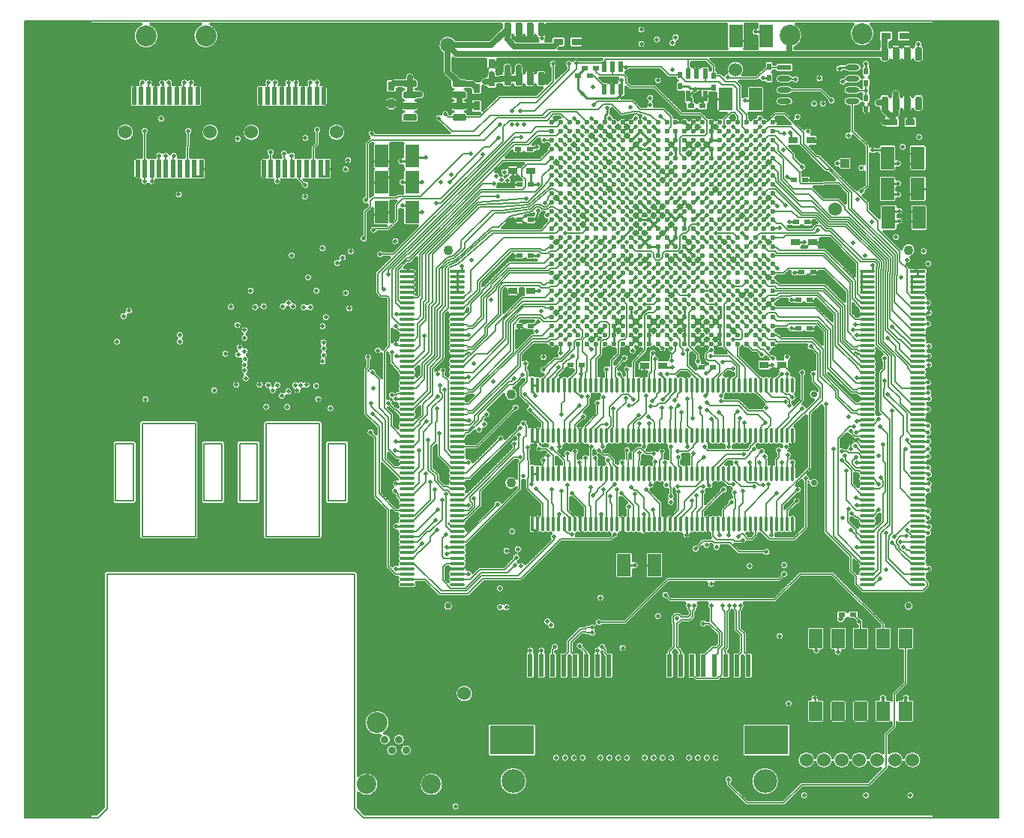
<source format=gtl>
*
*
G04 PADS 9.5 Build Number: 522968 generated Gerber (RS-274-X) file*
G04 PC Version=2.1*
*
%IN "SCROD.revA3.batch4.auto"*%
*
%MOIN*%
*
%FSLAX35Y35*%
*
*
*
*
G04 PC Standard Apertures*
*
*
G04 Thermal Relief Aperture macro.*
%AMTER*
1,1,$1,0,0*
1,0,$1-$2,0,0*
21,0,$3,$4,0,0,45*
21,0,$3,$4,0,0,135*
%
*
*
G04 Annular Aperture macro.*
%AMANN*
1,1,$1,0,0*
1,0,$2,0,0*
%
*
*
G04 Odd Aperture macro.*
%AMODD*
1,1,$1,0,0*
1,0,$1-0.005,0,0*
%
*
*
G04 PC Custom Aperture Macros*
*
*
*
*
*
*
G04 PC Aperture Table*
*
%ADD010C,0.001*%
%ADD012C,0.005*%
%ADD013C,0.01*%
%ADD028C,0.06*%
%ADD030C,0.045*%
%ADD031C,0.075*%
%ADD041C,0.02362*%
%ADD042R,0.01969X0.07874*%
%ADD048C,0.007*%
%ADD050C,0.04331*%
%ADD074R,0.022X0.1*%
%ADD083R,0.06X0.06*%
%ADD086R,0.06X0.1*%
%ADD089R,0.01378X0.06693*%
%ADD090O,0.01378X0.06693*%
%ADD091R,0.06693X0.01378*%
%ADD092O,0.06693X0.01378*%
%ADD096R,0.02X0.05*%
%ADD109R,0.0315X0.01969*%
%ADD110R,0.04331X0.0315*%
%ADD111R,0.01969X0.0315*%
%ADD121R,0.0315X0.04331*%
%ADD127C,0.01969*%
%ADD152C,0.106*%
%ADD153R,0.19685X0.13*%
%ADD154C,0.04921*%
%ADD155C,0.02756*%
%ADD156R,0.06299X0.02362*%
%ADD157O,0.06299X0.02362*%
%ADD160C,0.093*%
%ADD162C,0.28*%
%ADD175C,0.03543*%
%ADD176C,0.08661*%
%ADD177R,0.03937X0.03937*%
%ADD182C,0.065*%
%ADD183C,0.013*%
%ADD184C,0.025*%
%ADD185C,0.019*%
%ADD231R,0.059X0.085*%
*
*
*
*
G04 PC Circuitry*
G04 Layer Name SCROD.revA3.batch4.auto - circuitry*
%LPD*%
*
*
G04 PC Custom Flashes*
G04 Layer Name SCROD.revA3.batch4.auto - flashes*
%LPD*%
*
*
G04 PC Circuitry*
G04 Layer Name SCROD.revA3.batch4.auto - circuitry*
%LPD*%
*
G54D10*
G54D12*
G01X393228Y73543D02*
Y71339D01*
X401496Y63071*
X417480*
X425748Y71339*
X455512*
X463228Y79055*
Y93563*
X466909Y97244*
Y111575*
X471870Y116535*
Y136377*
X431447Y109843D02*
X431870Y109419D01*
Y103977*
X304961Y124293D02*
X305000D01*
Y131000*
X314798Y131298D02*
Y130752D01*
X314961Y130589*
Y124293*
X314798Y131298D02*
X316000Y132500D01*
X323061Y130093D02*
X324961Y128193D01*
Y124293*
X323061Y130093D02*
Y134547D01*
X327914Y139400*
X329715*
X330315Y138800*
X332500*
X309961Y124293D02*
X310000D01*
Y131000*
X319961Y124293D02*
Y128193D01*
X321861Y130093*
Y135044*
X327416Y140600*
X329715*
X330315Y141200*
X332500*
X334961Y124293D02*
X335000D01*
Y131000*
X366961Y124293D02*
Y130512D01*
X368861Y132412*
X376961Y124293D02*
Y120393D01*
X378811Y118543*
X388371*
X390111Y120282*
Y131298*
X391400Y132587*
Y148313*
X381961Y124293D02*
Y128193D01*
X386170Y132402*
X387822*
X389095Y133676*
Y138556*
X386961Y124293D02*
Y128193D01*
X388670Y129902*
Y131554*
X390295Y133179*
Y139053*
X391581Y131071D02*
Y130423D01*
X391961Y130043*
Y124293*
X391581Y131071D02*
X392600Y132090D01*
Y148313*
X393500Y149213*
Y151000*
X396961Y124293D02*
Y128193D01*
X398861Y130093*
X441870Y130315D02*
Y136377D01*
X327000Y133000D02*
X329080Y130920D01*
X329083*
X329961Y130043*
Y124293*
X335500Y143500D02*
X347240D01*
X366240Y162500*
X415494*
X417913Y164919*
X337000Y132500D02*
X338330Y131170D01*
Y129823*
X339961Y128193*
Y124293*
X370061Y132412D02*
X371961Y130512D01*
Y124293*
X370061Y132412D02*
Y142828D01*
X370808Y143576*
X371167*
X372267Y144676*
X375761*
X377350Y146264*
Y148563*
X378000Y149213*
Y151000*
X368477Y143593D02*
X368861Y143209D01*
Y132412*
X368477Y143593D02*
Y145980D01*
X369473Y146976*
X371167*
X372267Y145876*
X375264*
X376150Y146761*
Y148563*
X375500Y151000D02*
Y149213D01*
X376150Y148563*
X385500Y151000D02*
Y143849D01*
X390295Y139053*
X382000Y143000D02*
X384651D01*
X389095Y138556*
X397850Y148563D02*
X398500Y149213D01*
Y151000*
X397850Y148563D02*
Y140682D01*
X400061Y138471*
Y130093*
X401961Y128193*
Y124293*
X396000Y151000D02*
Y149213D01*
X396650Y148563*
Y140185*
X398861Y137974*
Y130093*
X390500Y151000D02*
Y149213D01*
X391400Y148313*
X431870Y136377D02*
Y131004D01*
X432185*
X448701Y146850D02*
X451378Y144173D01*
Y143799*
X451870Y143307*
Y136377*
X266065Y162117D02*
Y168146D01*
X267604Y169685*
X272638*
X266065Y162117D02*
X269619Y158563D01*
X276181*
X283071Y165453*
X294882*
X298327Y168898*
X250197Y172047D02*
X252854D01*
X255714Y174907*
X255882*
X260506Y179531*
Y181506*
X263500Y184500*
X250197Y169685D02*
X253248D01*
X265501Y157432*
X276527*
X283317Y164222*
X299557*
X315500Y180165*
Y181500*
X250197Y162598D02*
X258366D01*
X264862Y156102*
X277165*
X284055Y162992*
X300787*
X318474Y180679*
X340679*
X342500Y182500*
X272638Y162598D02*
X278248D01*
X282579Y166929*
X293406*
X298819Y172343*
X272638Y164961D02*
X277657D01*
X365118Y155669D02*
X367323Y153465D01*
X413622*
X425197Y165039*
X439272*
X461870Y142441*
Y136377*
X464250Y171774D02*
Y180064D01*
X464681Y180495*
Y181931*
X466000Y183250*
Y237500*
X464250Y171774D02*
X471063Y164961D01*
X477362*
X463250Y170805D02*
Y180818D01*
X463388Y180955*
Y183112*
X463250Y170805D02*
X473819Y160236D01*
X477362*
X454921Y164961D02*
X457579D01*
X459508Y166890*
Y183767*
X463750Y188008*
X454921Y162598D02*
X457579D01*
X460938Y165957*
Y183175*
X464750Y186987*
X454921Y160236D02*
X457579D01*
X460500Y163000*
X477362Y162598D02*
X480020D01*
X481459Y161159*
X265846Y172835D02*
Y180846D01*
X267500Y182500*
X265846Y172835D02*
X266634Y172047D01*
X272638*
X267815Y173819D02*
X268701D01*
X269291Y174409*
X272638*
X250197Y190945D02*
X253445D01*
X260500Y198000*
Y206000*
X250197Y188583D02*
X252854D01*
X262500Y198228*
Y202500*
X250197Y183858D02*
X254358D01*
X264000Y193500*
X250197Y181496D02*
X255496D01*
X263000Y189000*
X250197Y179134D02*
X254726D01*
X259342Y183750*
X260225*
X265750Y189275*
Y197975*
X250197Y174409D02*
Y174396D01*
X252868*
X256986Y178514*
X257000Y178500*
X272638Y179134D02*
X276575D01*
X300222Y202781*
Y214247*
X302250Y216275*
Y219000*
X272638Y181496D02*
X275996D01*
X290500Y196000*
X272638Y188583D02*
X275295D01*
X276603Y189890*
X277008*
X282579Y195460*
Y201870*
X297709Y217000*
X300500*
X272638Y190945D02*
Y191180D01*
X276884*
X280234Y194530*
X320079Y187205D02*
Y184547D01*
X321472Y183154*
X321730*
X323480Y182451*
X323500Y182500*
X334252Y187205D02*
Y197402D01*
X337500Y200650*
Y202500*
X348425Y187205D02*
Y193025D01*
X348775Y194775*
X367323Y187205D02*
Y189862D01*
X371000Y193539*
Y201500*
X378543Y176280D02*
X381988Y179724D01*
X385925*
X386909Y178740*
X393799*
X397736Y174803*
X410039*
X369685Y187205D02*
Y189862D01*
X373625Y193802*
Y197375*
X380250Y204000*
X382000*
X372047Y187205D02*
Y189862D01*
X377000Y194815*
Y197500*
X376772Y187205D02*
Y192224D01*
X379000Y194453*
Y200000*
X379134Y187205D02*
Y192618D01*
X381500Y194984*
Y201500*
X381496Y187205D02*
Y192996D01*
X391000Y202500*
X386220Y187205D02*
Y181890D01*
X387894Y180217*
X395276*
X395768Y179724*
X399500*
Y180000*
X397500Y181500D02*
X398737Y182737D01*
X399570*
X401699Y180608*
X403481*
X405118Y182246*
Y187205*
X388583D02*
Y185138D01*
X389370Y182185*
X390945Y187205D02*
Y193445D01*
X394500Y197000*
X395669Y187205D02*
Y193498D01*
X396250Y194079*
Y198380*
X398031Y187205D02*
Y195041D01*
X399500Y196510*
Y202000*
X400394Y187205D02*
Y192717D01*
X411000Y203323*
Y205000*
X407480Y187205D02*
Y184547D01*
X411419Y180608*
X422378*
X427500Y185730*
Y207500*
X409843Y187205D02*
Y196343D01*
X414500Y201000*
X414567Y187205D02*
Y197454D01*
X429077Y211964*
Y236435*
X435018Y242376*
X416929Y187205D02*
Y195429D01*
X424000Y202500*
X419291Y187205D02*
Y193291D01*
X423500Y197500*
X441750Y182561D02*
Y225225D01*
X447025Y230500*
X449036*
X441750Y182561D02*
X452264Y172047D01*
X454921*
X447500Y184500D02*
X449781Y182219D01*
Y181617*
X452264Y179134*
X454921*
X466000Y179000D02*
X467617Y177383D01*
Y176494*
X472375Y171736*
X472654*
X474705Y169685*
X477362*
X448000Y192000D02*
X449819Y190181D01*
X450665*
X452264Y188583*
X454921*
X466725Y181500D02*
X473808Y188583D01*
X477362*
X454921Y190945D02*
X457579D01*
X460000Y193500*
X454921Y183858D02*
X457579D01*
X461933Y188213*
Y200636*
X462750Y201453*
X467950Y178520D02*
Y180025D01*
X469701Y181777*
X472277*
X467950Y178520D02*
X468997Y177473D01*
Y176528*
X471756Y173769*
X472035*
X473266Y172538*
X474705Y172047*
X477362*
X469700Y179300D02*
X472275D01*
X472441Y179134*
X477362*
X471000Y177000D02*
X472405Y175595D01*
X473519*
X474705Y174409*
X477362*
X472500Y184500D02*
Y184028D01*
X473772Y182756*
X473772*
X475032Y181496*
X477362*
Y183858D02*
X479429D01*
X481890Y183169*
X477362Y190945D02*
X479429D01*
X480906Y191043*
X481890Y190059*
X245000Y202000D02*
X244863Y201863D01*
X246100Y200625*
Y199470*
X247539Y198031*
X250197*
X261024Y211713D02*
Y222047D01*
X262750Y223774*
Y232112*
X263500Y232862*
Y238500*
X261024Y211713D02*
X263878Y208858D01*
Y206594*
X266634Y203839*
X268307*
X269390Y202756*
X272638*
X267500Y200475D02*
Y186339D01*
X269980Y183858*
X272638*
X250197Y209843D02*
X252854D01*
X255500Y212488*
Y220000*
X250197Y202756D02*
X252854D01*
X255522Y205423*
Y210046*
X257500Y212024*
Y228401*
X261250Y232151*
Y238750*
X265750Y243250*
X250197Y200394D02*
X252854D01*
X258500Y206039*
Y209500*
X278250Y197577D02*
X279234Y196593D01*
Y194944*
X278250Y197577D02*
Y199398D01*
X300000Y221148*
Y227000*
X280000Y198500D02*
X280234D01*
Y194530*
X272638Y193307D02*
X277597D01*
X279234Y194944*
X272638Y198031D02*
X275295D01*
X298000Y220736*
Y223000*
X272638Y207480D02*
X277980D01*
X300500Y230000*
X272638Y209843D02*
X276419D01*
X291788Y225212*
X303959Y203041D02*
Y207766D01*
X304250Y208057*
X303959Y203041D02*
X310630Y196370D01*
Y187205*
X307500Y203000D02*
X312992Y197508D01*
Y187205*
X314500Y202500D02*
Y196453D01*
X315354Y195598*
Y187205*
X319000Y202000D02*
Y193303D01*
X322441Y189862*
Y187205*
X321500Y204500D02*
Y193165D01*
X324803Y189862*
Y187205*
X323500Y201000D02*
X329528Y194972D01*
Y187205*
X324803Y209646D02*
Y215648D01*
X325000Y215844*
Y219500*
X312992Y209646D02*
Y214742D01*
X313000Y214750*
Y217500*
X310630Y209646D02*
Y212303D01*
X311000Y215500*
X338750Y195151D02*
X338976Y194925D01*
Y187205*
X338750Y195151D02*
Y201250D01*
X342500Y205000*
X331250Y195608D02*
X331890Y194968D01*
Y187205*
X331250Y195608D02*
Y200862D01*
X332000Y201612*
Y203500*
X345500Y201000D02*
X350787Y195713D01*
Y187205*
X333000Y200000D02*
X334994Y201994D01*
Y202469*
X338227Y205702*
X338976Y206988*
Y209646*
X340500Y199500D02*
Y196764D01*
X341339Y195925*
Y187205*
X343500Y202500D02*
Y196126D01*
X343701Y195925*
Y187205*
X331890Y209646D02*
Y219975D01*
X332275Y221725*
X351500Y200500D02*
Y196887D01*
X353150Y195238*
Y187205*
X350000Y203500D02*
X351244Y202256D01*
X352219*
X355500Y198975*
Y194350*
X357874Y191976*
Y187205*
X359500Y193500D02*
X360236Y189862D01*
Y187205*
X356500Y202500D02*
X362598Y196402D01*
Y187205*
X367323Y209646D02*
Y203488D01*
X367500Y203311*
Y199500*
X362598Y209646D02*
Y215701D01*
X363500Y216603*
Y219450*
X360236Y209646D02*
Y212303D01*
X360500Y215000*
X357874Y209646D02*
Y206988D01*
X358500Y204500*
X353150Y209646D02*
Y215321D01*
X353500Y215671*
Y219000*
X350787Y209646D02*
Y218762D01*
X352775Y220750*
X354225*
X356475Y218500*
X360000*
X370500Y204000D02*
X378508D01*
X381496Y206988*
Y209646*
X386220D02*
Y212303D01*
X392214Y218297*
X400034*
X379134Y209646D02*
Y214076D01*
X382058Y217000*
X376772Y209646D02*
Y217323D01*
X377559Y218110*
Y218602*
X395768Y201268D02*
Y198862D01*
X396250Y198380*
X405118Y209646D02*
Y216618D01*
X408000Y219500*
X400394Y209646D02*
Y206988D01*
X401833Y205549*
X405463*
X406512Y204500*
X408500*
X395669Y209646D02*
Y206988D01*
X398858Y203799*
X404500*
X390945Y209646D02*
Y206988D01*
X393165Y204768*
X395250*
X388583Y209646D02*
Y212303D01*
X390425Y214146*
Y214392*
X392431Y216398*
X400610*
X402523Y218311*
Y218523*
X404500Y220500*
X419291Y209646D02*
Y214892D01*
X419500Y215100*
Y218000*
X416929Y209646D02*
Y212303D01*
X417000Y214500*
X414567Y209646D02*
Y215929D01*
X415500Y216862*
Y220000*
X446500Y194000D02*
X446183Y193684D01*
Y188291*
X450037Y184437*
Y183722*
X452264Y181496*
X454921*
X445500Y211000D02*
Y197769D01*
X449962Y193307*
X454921*
X461000Y208000D02*
X461750Y206275D01*
Y204275*
X450000Y199000D02*
X452264Y198031D01*
X454921*
Y207480D02*
X457579D01*
X460000Y205000*
X454921Y202756D02*
X460231D01*
X461750Y204275*
X477362Y193307D02*
X479429D01*
X481890Y193012*
X477362Y202756D02*
X479429D01*
X481890Y202362*
X477362Y209843D02*
X477461Y209744D01*
X481890*
X482382Y209252*
X477362Y212205D02*
X481890D01*
X234000Y228000D02*
X236319Y225681D01*
Y199409*
X242009Y193720*
Y168190*
X245238Y164961*
X250197*
X245000Y220000D02*
X247539Y219291D01*
X250197*
X259500Y224500D02*
Y211398D01*
X262402Y208497*
Y206414*
X266453Y202362*
X268088*
X270056Y200394*
X272638*
X264500Y227500D02*
Y217685D01*
X269980Y212205*
X272638*
X250197Y231102D02*
X252854D01*
X257344Y235592*
Y240542*
X261456Y244654*
Y256289*
X266093Y260925*
Y280856*
X268439Y283203*
Y300504*
X269032Y301096*
X272736Y302756*
X288460Y316535*
X316535*
X318504Y318504*
X250197Y228740D02*
X252854D01*
X255772Y231657*
Y232426*
X259297Y235951*
Y239297*
X264000Y244000*
X250197Y221654D02*
X252854D01*
X255397Y224196*
Y229397*
X259000Y233000*
X272638Y221654D02*
X281154D01*
X298500Y239000*
X272638Y226378D02*
X275295D01*
X276696Y227779*
X277704*
X283597Y233672*
Y234097*
X285500Y236000*
X272638Y228740D02*
Y228973D01*
X277484*
X281915Y233404*
Y235577*
X295426Y249087*
X297562*
X300115Y251640*
Y251898*
X301717Y253500*
X272638Y231102D02*
X278199D01*
X280233Y233137*
Y235309*
X295514Y250590*
X296590*
X298000Y252000*
X302018Y225500D02*
Y219232D01*
X302250Y219000*
X302018Y225500D02*
X303237Y226720D01*
Y230763*
X303768Y221232D02*
Y215845D01*
X304250Y215362*
Y208057*
X302000Y232000D02*
X303237Y230763D01*
X309000Y220728D02*
X312247D01*
X315354Y217621*
Y209646*
X314500Y221000D02*
X320079Y215421D01*
Y209646*
X321500Y218500D02*
Y215717D01*
X322441Y214776*
Y209646*
X320079Y226575D02*
Y233079D01*
X327000Y240000*
X322441Y226575D02*
Y232191D01*
X330500Y240250*
Y244000*
X324803Y226575D02*
Y231303D01*
X328500Y235000*
X329500Y216500D02*
X329514D01*
Y209646*
X329528*
X334000Y216500D02*
X334126D01*
Y209646*
X334252*
X339500Y215500D02*
X341339Y212303D01*
Y209646*
X335500Y220000D02*
X337494Y218006D01*
X339469*
X341967Y215508*
Y214037*
X343701Y212303*
Y209646*
X329528Y226575D02*
X329560D01*
Y230671*
X335025Y236136*
Y241025*
X331890Y226575D02*
Y229232D01*
X337500Y234843*
Y243500*
X334252Y226575D02*
Y229232D01*
X336520Y231500*
X339000*
X338976Y226575D02*
Y229001D01*
X340750Y230775*
X341339Y226575D02*
Y229232D01*
X342000Y230606*
Y238500*
X343701Y226575D02*
Y237570D01*
X347450Y241319*
Y243169*
X367500Y221500D02*
Y214488D01*
X369685Y212303*
Y209646*
X348000Y220000D02*
Y216209D01*
X348425Y215783*
Y209646*
Y226575D02*
Y230969D01*
X353182Y235725*
X350787Y226575D02*
Y231762D01*
X352888Y233862*
X353794*
X356450Y236519*
Y244100*
X353150Y226575D02*
Y229232D01*
X353500Y232000*
X357874Y226575D02*
Y229232D01*
X358000Y232000*
X362598Y226575D02*
Y233548D01*
X363423Y234373*
Y239000*
X367323Y226575D02*
Y233872D01*
X367500Y234049*
Y239000*
X371000Y217000D02*
Y213350D01*
X372047Y212303*
Y209646*
X370500Y219500D02*
X375165D01*
X377392Y221727*
Y222176*
X379134Y223917*
Y226575*
X382500Y221500D02*
X384022Y219978D01*
X396636*
X396705Y220047*
X401725*
X402750Y221072*
Y221549*
X405118Y223917*
Y226575*
X369685D02*
Y238685D01*
X371000Y240000*
X372047Y226575D02*
Y232958D01*
X372118Y233029*
Y237066*
X396500Y214500D02*
X398031Y212303D01*
Y209646*
X407000Y214500D02*
X407480Y212303D01*
Y209646*
X400197Y232382D02*
Y226575D01*
X400394*
X395669D02*
X395768Y226673D01*
Y235827*
X397244Y237303*
X398031Y226575D02*
Y232382D01*
X398228Y234350*
X407480Y226575D02*
Y230413D01*
X409449Y232382*
X409268Y217232D02*
X409843Y215482D01*
Y209646*
Y226575D02*
Y229060D01*
X411885Y231102*
X414567Y226575D02*
Y229232D01*
X419917Y234583*
Y236107*
X426000Y242189*
Y254500*
X416929Y226575D02*
Y229232D01*
X421355Y233658*
Y233855*
X426000Y238500*
X419291Y226575D02*
Y229232D01*
X426167Y236108*
X426452*
X434018Y243674*
X447500Y228500D02*
X447445Y228463D01*
X448445Y226988*
X449183Y226250*
X450825*
X452264Y226378*
X454921*
X447500Y220500D02*
Y222475D01*
X448775Y223750*
X450225*
X452321Y221654*
X454921*
X443500Y219500D02*
X445768D01*
X446518Y218750*
X450725*
X452546Y216929*
X454921*
X445036Y217500D02*
X445250D01*
Y215436*
X449653Y211032*
X451074*
X452264Y209843*
X454921*
X440000Y220500D02*
Y181949D01*
X452264Y169685*
X454921*
X443500Y215500D02*
X447787Y211213D01*
Y204870*
X452264Y200394*
X454921*
X450000Y217000D02*
X448325Y215325D01*
Y213775*
X449895Y212205*
X454921*
X449500Y222000D02*
X452264Y219291D01*
X454921*
X450000Y228000D02*
X452264Y228740D01*
X454921*
X460500Y230500D02*
X463750Y227250D01*
Y188008*
X462000Y222500D02*
Y215112D01*
X462750Y214362*
Y201453*
X454921Y231102D02*
X457579D01*
X460000Y234000*
X472000Y220500D02*
X471063Y219563D01*
Y211122*
X474705Y207480*
X477362*
X472500Y224500D02*
X472340Y224340D01*
X475026Y221654*
X477362*
X469587Y225492D02*
Y225640D01*
X470915Y226969*
Y235335*
X469587Y225492D02*
Y203150D01*
X474705Y198031*
X477362*
Y216929D02*
X479429D01*
X481890Y217126*
X477362Y219291D02*
X479429D01*
X480413Y219587*
X481890Y220571*
X477362Y228740D02*
X479429D01*
X481890Y227953*
X477362Y231102D02*
X479429D01*
X481890Y230906*
X231890Y236381D02*
Y256004D01*
X232874Y256988*
Y261417*
X231890Y236381D02*
X237795Y230475D01*
Y200750*
X245238Y193307*
X250197*
X234843Y236319D02*
X239279Y231882D01*
Y215740*
X247539Y207480*
X250197*
X234350Y240748D02*
Y239624D01*
X240521Y233454*
Y216255*
X244626Y212151*
X250197*
Y212205*
X242000Y241000D02*
X244697Y238303D01*
X245063*
X247539Y235827*
X250197*
X243500Y244500D02*
Y244565D01*
X245320*
X246031Y245276*
X250197*
X266791Y247000D02*
Y220118D01*
X269980Y216929*
X272638*
X265000Y249000D02*
Y245896D01*
X265750Y245146*
Y243250*
X250197Y250000D02*
X253543D01*
X256742Y253199*
Y258465*
X261171Y262894*
Y283809*
X263103Y285741*
Y300824*
X267987Y305709*
X270768Y306693*
X274201Y309904*
Y313091*
X287775Y326664*
X292127*
X304663Y328141*
X306836Y330315*
X313767Y336183*
X315367*
X316859Y335266*
X318504Y334252*
X250197Y247638D02*
X254144D01*
X257972Y251466*
Y257972*
X262402Y262402*
Y283071*
X264425Y285094*
Y300732*
X267892Y304199*
X271260Y305709*
X275725Y309853*
Y312106*
X289222Y325604*
X292696*
X292756Y325664*
X292756D02*
X305077Y327141D01*
X307251Y329315*
X309529*
X310775Y328250*
X312225*
X313086Y329074*
X314567Y330315*
X250197Y240551D02*
X253297D01*
X259203Y246457*
Y257480*
X263632Y261909*
Y282333*
X265846Y284547*
Y300739*
X268255Y303148*
X271752Y304724*
X287268Y318629*
X287979Y319062*
X287979D02*
X288033Y319117D01*
X290941*
X295420Y323596*
X296397Y324191*
X305491Y326141*
X307665Y328315*
X309115*
X310361Y327250*
X312639*
X313767Y328309*
X315367*
X316859Y327392*
X318504Y326378*
X250197Y238189D02*
X252854D01*
X260433Y245768*
Y256988*
X264862Y261417*
Y281594*
X267337Y284070*
Y300816*
X268669Y302148*
X272244Y303740*
X287682Y317629*
X309755*
X314567Y322441*
X272638Y235827D02*
X276734D01*
X277315Y236408*
X279614*
X300602Y257396*
Y262577*
X306363Y268338*
X312851*
X313804Y269291*
X316535*
X318504Y271260*
X272638Y238189D02*
X276734D01*
X277315Y237608*
X279117*
X299402Y257893*
Y262919*
X299453Y262970*
Y263125*
X305866Y269538*
X312198*
X312878Y270218*
X314567Y271260*
X272638Y240551D02*
X277597D01*
X282992Y245946*
Y247791*
X298463Y263261*
Y263549*
X305808Y270894*
X310264*
X314567Y275197*
X272638Y245276D02*
X276734D01*
X277315Y245857*
X279614*
X297411Y263654*
Y276031*
X300344Y278964*
X309225*
X311023Y277165*
X316535*
X318504Y279134*
X272638Y247638D02*
X276734D01*
X277315Y247057*
X279117*
X296211Y264151*
Y276528*
X299847Y280164*
X309722*
X311340Y278545*
X312047*
X312636Y279134*
X314567*
X272638Y250000D02*
X277475D01*
X295211Y267736*
Y276942*
X302019Y283750*
X311359*
X311359D02*
X312038Y283071D01*
X314567*
X302717Y245000D02*
X302572Y244855D01*
X315354Y232072*
Y226575*
X300967Y244275D02*
Y248000D01*
X303467Y250500*
X300967Y244275D02*
X303742Y241500D01*
X303975*
X312992Y232483*
Y226575*
X305000Y238000D02*
X310630Y232370D01*
Y226575*
X319000Y236000D02*
Y240795D01*
X320079Y241874*
Y249016*
X324803D02*
Y246358D01*
X325821Y245341*
X327958Y243936*
X328000Y244000*
X322441Y249016D02*
Y251673D01*
X325394Y254626*
Y259976*
X326378Y260960*
Y267323*
X315354Y249016D02*
Y251673D01*
X317039Y253358*
Y254065*
X319391Y256416*
Y258148*
X321477Y260235*
X322235*
X324000Y262000*
X312992Y249016D02*
Y251673D01*
X316672Y255353*
X317500Y257000*
X310630Y249016D02*
Y251673D01*
X313699Y254742*
Y255674*
X317513Y259488*
X318789*
X324409Y265108*
Y268085*
X325615Y269291*
X327140*
X328309Y270460*
Y273266*
X340250Y235250D02*
X340750Y234750D01*
Y230775*
X340250Y235250D02*
Y239225D01*
X345944Y244919*
X348622*
X350950Y242591*
X341339Y249016D02*
Y260029D01*
X344094Y262785*
Y268085*
X345301Y269291*
X346825*
X348031Y270497*
X338976Y249016D02*
X338988D01*
Y256000*
X339000*
X334252Y249016D02*
Y260579D01*
X336220Y262547*
Y268085*
X337426Y269291*
X338951*
X340157Y270497*
X331890Y249016D02*
Y260223D01*
X334252Y262585*
Y267323*
X329528Y249016D02*
Y254520D01*
X330278Y255270*
X364000Y242500D02*
X363866Y242634D01*
X367457Y246224*
X359300Y242000D02*
X361059Y243759D01*
Y244819*
X362598Y246358*
Y249016*
X358500Y239500D02*
X360849D01*
X362099Y240750*
X364725*
X367209Y243234*
Y243882*
X369685Y246358*
Y249016*
X348796Y239796D02*
X350630D01*
X353150Y242315*
Y249016*
X357682Y235000D02*
X360236Y232445D01*
Y226575*
X367323Y249016D02*
X367457D01*
Y246224*
X360236Y249016D02*
Y255799D01*
X360500Y256063*
Y260500*
X357874Y249016D02*
Y253880D01*
X359040Y255046*
X350787Y249016D02*
Y259303D01*
X355906Y264421*
Y279896*
X357112Y281102*
X359843*
X361811Y283071*
X383465Y241240D02*
X384941Y239764D01*
X397736*
X401673Y235827*
X406102*
X409449Y232480*
Y232382*
X369125Y242325D02*
X370696Y243896D01*
Y245007*
X372047Y246358*
Y249016*
X380512Y238780D02*
Y236175D01*
X381496Y235179*
Y226575*
X385433Y233858D02*
X385700Y234126D01*
X386220*
Y226575*
X383465Y237795D02*
Y238244D01*
X388583Y233661*
Y226575*
X375000Y243000D02*
Y231004D01*
X376772Y229232*
Y226575*
X386220Y249016D02*
Y251673D01*
X389124Y254577*
X376772Y249016D02*
Y243199D01*
X377067Y242970*
Y234350*
X390000Y241768D02*
X397701D01*
X401796Y237672*
X408563*
X411885Y234350*
Y231102*
X388878Y236811D02*
X390945Y234744D01*
Y226575*
X390000Y244268D02*
X390945Y246358D01*
Y249016*
X405118D02*
Y246358D01*
X409896Y241581*
X418470*
X395669Y249016D02*
Y251673D01*
X396944Y252948*
X388583Y249016D02*
Y252510D01*
X392435Y256362*
X395194*
X420212Y239788D02*
X420374D01*
X419291Y249016D02*
Y251673D01*
X419324Y254000*
X416929Y249016D02*
Y246358D01*
X418459Y244828*
X420172*
X421500Y243500*
X414567Y249016D02*
Y251673D01*
X416824Y254000*
X409843Y249016D02*
Y246358D01*
X412500Y243701*
X418824*
X420374Y242151*
Y239788*
X436500Y240500D02*
Y183776D01*
X447441Y172835*
Y166323*
X449918Y163846*
Y160547*
X452886Y157579*
X479397*
X481459Y159640*
Y161159*
X462250Y244000D02*
Y247362D01*
X462500Y247612*
Y251000*
X462250Y244000D02*
X470915Y235335D01*
X460750Y237500D02*
X464750Y233500D01*
Y186987*
X460750Y237500D02*
Y254612D01*
X462500Y256362*
Y261000*
X464000Y245000D02*
X472539Y236461D01*
Y228543*
X474705Y226378*
X477362*
Y238189D02*
X479429D01*
X481890Y238287*
X477362Y245276D02*
X480020D01*
X482008Y245591*
X477362Y250000D02*
X479429D01*
X481890Y250098*
X240131Y263999D02*
Y257107D01*
X240250Y256988*
Y238879*
X243179Y235950*
Y230738*
X247539Y226378*
X250197*
X240131Y263999D02*
X242224Y266093D01*
Y287746*
X245177Y267077D02*
X245719Y266535D01*
X250197*
X234843Y254528D02*
X237795Y251575D01*
Y238757*
X242029Y234523*
Y220496*
X245596Y216929*
X250197*
X243455Y263632D02*
Y259264D01*
X247539Y254724*
X250197*
X266093Y255512D02*
Y253013D01*
X268541Y251273*
Y220730*
X269980Y219291*
X272638*
X250197Y268898D02*
X250344Y269045D01*
X253410*
X254886Y270522*
Y276181*
X257480Y278775*
Y286024*
X258517Y287060*
Y307133*
X281707Y330323*
X301364Y331757*
X303109Y331891*
X250197Y264173D02*
X253543D01*
X256004Y266634*
Y275139*
X258711Y277845*
Y285285*
X259795Y286370*
Y306997*
X281978Y329180*
X303834Y330141*
X306008Y332315*
X307686Y333787*
X311305Y337405*
X313469Y340537*
X314567Y342126*
X250197Y259449D02*
X253297D01*
X257972Y264124*
Y271014*
X250197Y257087D02*
X253297D01*
X259941Y263730*
Y284547*
X261407Y286014*
Y307195*
X282394Y328181*
X291923*
X304248Y329141*
X306422Y331315*
X313082Y336954*
X314567Y338189*
X272638Y254724D02*
X279396D01*
X294211Y269539*
Y277356*
X301894Y285039*
X316535*
X318504Y287008*
X272638Y257087D02*
X275295D01*
X280963Y262754*
X281271*
X281289Y262772*
X285747*
X293011Y270036*
Y277853*
X301397Y286239*
X313798*
X314567Y287008*
X272638Y259449D02*
X275295D01*
X277957Y262110*
X278384*
X289479Y273205*
Y275735*
X301673Y287930*
X311552*
X314567Y290945*
X272638Y264173D02*
X276734D01*
X277315Y264754*
X279614*
X285946Y271087*
Y274136*
X291927Y280117*
Y291670*
X293527Y293270*
X309032*
X310044Y292258*
X313149*
X313804Y292913*
X316535*
X318504Y294882*
X272638Y266535D02*
X276734D01*
X277315Y265954*
X279117*
X284746Y271584*
Y274633*
X290727Y280614*
Y292167*
X293030Y294470*
X309529*
X310541Y293458*
X311596*
X312636Y294497*
X314567Y294882*
X272638Y268898D02*
X277597D01*
X285548Y276849*
Y287523*
X289727Y291702*
Y292581*
X295965Y298819*
X314567*
X303000Y258500D02*
Y255721D01*
X303467Y255254*
Y250500*
X310876Y255758D02*
X315797Y260679D01*
X318504*
X322441Y264616*
Y267323*
X320472Y269291D02*
X322441Y271260D01*
X318504Y267323D02*
X318535Y263346D01*
X342855Y256733D02*
Y252862D01*
X343701Y251673*
Y249016*
X342855Y256733D02*
X347047Y260925D01*
X328384Y263842D02*
X330278Y261948D01*
Y255270*
X328384Y263842D02*
Y269120D01*
X330419Y271156*
X330315Y267323D02*
X332096Y264791D01*
X330315Y271260D02*
X330419Y271156D01*
X358750Y259606D02*
X359040Y259316D01*
Y255046*
X358750Y259606D02*
Y261642D01*
X359482Y263385*
X348000Y256000D02*
X348213D01*
Y249016*
X348425*
X365748Y254035D02*
X369466D01*
X371434Y256004*
X374803*
X379134Y251673*
Y249016*
X365748Y267323D02*
X367717Y265354D01*
X361811Y267323D02*
X363780Y265354D01*
X361811Y271260D02*
X363780Y273228D01*
X383325Y262815D02*
X384879Y264370D01*
X385462*
Y264553*
X385500Y264500*
X383325Y262815D02*
Y260716D01*
X384274Y259767*
X387330*
X389124Y257972*
Y254577*
X375000Y264626D02*
Y257670D01*
X378689Y253982*
X379188*
X381496Y251673*
Y249016*
X385075Y262000D02*
X393445D01*
X398031Y257414*
Y249016*
X368000Y260000D02*
Y262467D01*
X369685Y264152*
Y267323*
Y271260D02*
X371654Y269291D01*
Y266303*
X373000Y264957*
Y263000*
X395276Y269291D02*
X398474D01*
X399213Y270030*
Y273228*
X390600Y259203D02*
X390835Y259437D01*
X394594*
X396944Y257087*
Y252948*
X405118Y267323D02*
X407579Y264862D01*
X408563*
X412500Y260925*
X412992*
X401181Y267323D02*
X403939Y264565D01*
X405935*
X408000Y262500*
X397244Y267323D02*
Y261909D01*
X407480Y251673*
Y249016*
X405118Y271260D02*
X407087Y269291D01*
X409055Y267323D02*
X411024Y265354D01*
X412992Y271260D02*
X414715D01*
X416437Y269538*
X430601*
X435251Y264888*
Y253470*
X442023Y246699*
Y244028*
X448442Y237608*
X450244*
X450825Y238189*
X454921*
X409055Y271260D02*
X411024Y269291D01*
X413755*
X414708Y268338*
X430104*
X434051Y264391*
Y252973*
X440823Y246202*
Y243531*
X447945Y236408*
X450244*
X450825Y235827*
X454921*
X429734Y266234D02*
X432901Y263066D01*
Y251373*
X435018Y249256*
Y242376*
X431000Y254000D02*
Y250522D01*
X434018Y247505*
Y243674*
X460018Y267461D02*
Y301039D01*
X460091Y301112*
X460018Y267461D02*
X465650Y261829D01*
Y249606*
X474705Y240551*
X477362*
X459018Y267010D02*
Y301453D01*
X459091Y301526*
X459018Y267010D02*
X464268Y261759D01*
Y248390*
X469508Y243150*
Y241024*
X474705Y235827*
X477362*
X461018Y267911D02*
Y300624D01*
X461091Y300698*
X461018Y267911D02*
X467319Y261610D01*
Y250591*
X470272Y247638*
X477362*
X462018Y268346D02*
Y300210D01*
X462091Y300284*
X462018Y268346D02*
X472957Y257406D01*
Y256472*
X474705Y254724*
X477362*
X463768Y270000D02*
X467470Y266298D01*
Y264321*
X474705Y257087*
X477362*
X243600Y279234D02*
X246850Y275984D01*
X250197*
X243600Y279234D02*
Y300577D01*
X250192Y307169*
X250920*
X292776Y349025*
X309655*
X314567Y353937*
X245177Y275098D02*
X246654Y273622D01*
X250197*
Y287795D02*
X254823D01*
X255814Y288786*
Y307258*
X283342Y334787*
X307272*
X310305Y337820*
Y341801*
X314567Y346063*
X250197Y278346D02*
X254724D01*
X256250Y279872*
Y286762*
X256997Y287509*
Y307027*
X282970Y333000*
X290500*
X272638Y273622D02*
X276734D01*
X277315Y274203*
X279614*
X284346Y278936*
Y287735*
X288727Y292116*
Y292995*
X295566Y299834*
X312851*
X313804Y300787*
X316535*
X318504Y302756*
X272638Y275984D02*
X276734D01*
X277315Y275403*
X279117*
X283146Y279433*
Y288232*
X287527Y292613*
Y293492*
X295069Y301034*
X311719*
X312673Y301987*
X314500Y302890*
X314567Y302756*
X272638Y278346D02*
X275295D01*
X278631Y281682*
Y285228*
X283619Y290216*
Y290998*
X296013Y303392*
X311266*
X314567Y306693*
X272638Y283071D02*
X275295D01*
X277494Y285269*
Y285602*
X282619Y290727*
Y294664*
X296397Y308443*
X309032*
X309767Y307708*
X312851*
X313804Y308661*
X316535*
X318504Y310630*
X272638Y285433D02*
X275295D01*
X276313Y286451*
X276645*
X281419Y291224*
Y295161*
X295900Y309643*
X309529*
X310264Y308908*
X311524*
X312636Y310020*
X314567Y310630*
X272638Y287795D02*
X275295D01*
X278542Y291042*
Y299767*
X293343Y314567*
X314567*
X324409Y277165D02*
X326378Y279134D01*
X324500Y285000D02*
X326378Y287008D01*
X320500Y285000D02*
X322441Y287008D01*
X320472Y277165D02*
X322441Y279134D01*
X324409Y281102D02*
X326378Y283071D01*
X320500Y281000D02*
X322441Y283071D01*
X320472Y273228D02*
X322441Y275197D01*
X320500Y289000D02*
X322441Y290945D01*
X326378Y275197D02*
X328309Y273266D01*
X332283Y288976D02*
X334252Y290945D01*
X328346Y288976D02*
X330315Y290945D01*
X328346Y277165D02*
X330315Y279134D01*
X332283Y277165D02*
X334252Y279134D01*
X336220Y281102D02*
X338189Y283071D01*
X344094Y288976D02*
X346063Y290945D01*
X344094Y281102D02*
X346063Y283071D01*
X340157Y281102D02*
X342126Y283071D01*
X332283Y285039D02*
X334252Y283071D01*
Y275197D02*
X336220Y277165D01*
X338951*
X340157Y275959*
Y270497*
X330315Y275197D02*
X332283Y273228D01*
X338189Y279134D02*
X340157Y281102D01*
X330315Y283071D02*
X332283Y281102D01*
X346063Y287008D02*
X348031Y285039D01*
Y270497*
X342126Y287008D02*
X344000Y285000D01*
X338189Y287008D02*
X340157Y285039D01*
X334252Y287008D02*
X336220Y285039D01*
X330315Y287008D02*
X332283Y285039D01*
X351969Y281102D02*
X353937Y283071D01*
X352000Y289000D02*
X353937Y290945D01*
X356000Y285000D02*
Y285002D01*
X359805*
X361811Y287008*
X365748Y275197D02*
X367717Y273228D01*
X365748Y279134D02*
X367717Y277165D01*
X365748Y283071D02*
X367717Y281102D01*
X357874Y287008D02*
X359843Y288976D01*
X353937Y287008D02*
X355906Y288976D01*
X350000Y287008D02*
X352000Y285000D01*
X361811Y290945D02*
X363780Y292913D01*
X377559Y283071D02*
X375591Y281102D01*
Y266536*
X379528Y262599*
Y259449*
X383465Y288976D02*
X385433Y287008D01*
X387402Y288976D02*
X389370Y287008D01*
X385433Y283071D02*
X387402Y281102D01*
X369685Y283071D02*
X371654Y281102D01*
X381496Y287008D02*
X383502Y285002D01*
X387500*
Y285000*
X377559Y287008D02*
X379500Y285000D01*
X373622Y287008D02*
X375500Y285000D01*
X369685Y287008D02*
X371654Y285039D01*
X387402Y288976D02*
X385433Y290945D01*
X381496*
X377559D02*
X379528Y292833D01*
X373622Y290945D02*
X375591Y292913D01*
X369685Y290945D02*
X371630Y289000D01*
X375500*
X391339Y285039D02*
Y265961D01*
X400394Y256906*
Y249016*
X391339Y285039D02*
X393307Y287008D01*
X399213Y277165D02*
X401181Y275197D01*
X395276Y281102D02*
X397244Y279134D01*
X405118Y275197D02*
X407087Y273228D01*
X397244Y275197D02*
X399213Y273228D01*
X405118Y279134D02*
X407087Y277165D01*
X401181Y279134D02*
X403150Y277165D01*
X405118Y283071D02*
X407087Y281102D01*
X397244Y283071D02*
X399213Y281102D01*
X393307Y283071D02*
X395276Y285039D01*
X405118Y287008D02*
X407000Y285000D01*
X401181Y287008D02*
X403150Y285039D01*
X397244Y287008D02*
X399213Y285039D01*
X393307Y290945D02*
X395276Y288976D01*
X389370Y290945D02*
X391339Y288976D01*
X412992Y275197D02*
X418949D01*
X419933Y276181*
X432912*
X436251Y272842*
Y253885*
X449585Y240551*
X454921*
X412992Y279134D02*
X414469Y277657D01*
X432850*
X437375Y273132*
Y256427*
X447945Y245857*
X450244*
X450825Y245276*
X454921*
X409055Y279134D02*
X411024Y281102D01*
X413755*
X415723Y279134*
X433070*
X438575Y273630*
Y256924*
X448442Y247057*
X450244*
X450825Y247638*
X454921*
X412992Y283071D02*
X431822D01*
X439575Y275318*
Y260387*
X449962Y250000*
X454921*
X412992Y287008D02*
X414923Y287538D01*
X416115Y288730*
X420825*
X420853Y288758*
X432484*
X432484D02*
X440586Y280655D01*
Y266734*
X450065Y257256*
Y256923*
X452264Y254724*
X454921*
X409055Y287008D02*
X410986Y288939D01*
X414627*
X415618Y289930*
X420526*
X420554Y289958*
X432981*
X441786Y281152*
Y267231*
X450914Y258104*
X451246*
X452264Y257087*
X454921*
X412992Y290945D02*
X417525D01*
X417538Y290958*
X435128*
X442797Y283289*
Y268488*
X449175Y262110*
X449602*
X452264Y259449*
X454921*
X463018Y273509D02*
Y299796D01*
X463091Y299870*
X463018Y273509D02*
X469141Y267386D01*
Y265013*
X474705Y259449*
X477362*
X464018Y274207D02*
Y299382D01*
X464091Y299455*
X464018Y274207D02*
X469038Y269186D01*
X469692*
X474705Y264173*
X477362*
X465018Y278585D02*
Y298968D01*
X465091Y299041*
X465018Y278585D02*
X474705Y268898D01*
X477362*
X466018Y282309D02*
Y298553D01*
X466091Y298627*
X466018Y282309D02*
X474705Y273622D01*
X477362*
X467018Y286033D02*
Y298139D01*
X467091Y298213*
X467018Y286033D02*
X474705Y278346D01*
X477362*
X448500Y273500D02*
Y273561D01*
X454921*
Y273622*
X449500Y276000D02*
X452264Y275984D01*
X454921*
X465768Y274932D02*
X470076Y270624D01*
X470616*
X474705Y266535*
X477362*
X468018Y289758D02*
Y297725D01*
X468091Y297798*
X468018Y289758D02*
X474705Y283071D01*
X477362*
Y275984D02*
X479429D01*
X481890Y276181*
X477362Y285433D02*
X479429D01*
X481890Y285531*
X246100Y300248D02*
Y286872D01*
X247539Y285433*
X250197*
X246100Y300248D02*
X249954Y304102D01*
X251139*
X282861Y335824*
X301451*
X302756Y337128*
Y340502*
X245100Y300663D02*
Y285510D01*
X247539Y283071*
X250197*
X245100Y300663D02*
X250119Y305682D01*
X251200*
X284019Y338500*
X289000*
X237205Y298707D02*
Y290207D01*
X238682Y288730*
X241240*
X242224Y287746*
X237205Y298707D02*
X298339Y359350D01*
X300787*
X239260Y299065D02*
Y293171D01*
X239272Y293159*
Y291929*
X239764Y291437*
X239260Y299065D02*
X250186Y309991D01*
X250517*
X297379Y356853*
X303211*
X308169Y361811*
X314567*
X238287Y307185D02*
X244193D01*
X298327Y361319*
X305217*
X307677Y363780*
X316781*
X318750Y365748*
X241732Y298327D02*
Y300123D01*
X250189Y308580*
X250624*
X297892Y355848*
X304175*
X308169Y359843*
X316535*
X318504Y361811*
X324409Y300787D02*
X326378Y302756D01*
X320472Y300787D02*
X322441Y302756D01*
X320472Y296850D02*
X322441Y298819D01*
X320472Y304724D02*
X322441Y306693D01*
X324409Y296850D02*
X326378Y298819D01*
X320500Y293000D02*
X322441Y294882D01*
X324409Y304724D02*
X326378Y306693D01*
X324409Y308661D02*
X326378Y310630D01*
X320472Y308661D02*
X322441Y310630D01*
X344094Y304724D02*
X346063Y306693D01*
X340157Y304724D02*
X342126Y306693D01*
X340157Y308661D02*
X342126Y310630D01*
X332283Y308661D02*
X334252Y310630D01*
X336220Y308661D02*
X338189Y310630D01*
X332283Y304724D02*
X334252Y306693D01*
X336220Y300787D02*
X338189Y302756D01*
X340157Y300787D02*
X342126Y302756D01*
X344094Y300787D02*
X346063Y302756D01*
X332283Y296850D02*
X334252Y298819D01*
X336220Y296850D02*
X338189Y298819D01*
X328346Y296850D02*
X330315Y298819D01*
X328346Y292913D02*
X330315Y294882D01*
X328346Y308661D02*
X330315Y310630D01*
X336220Y292913D02*
X338189Y294882D01*
X340157Y292913D02*
X342126Y294882D01*
X344094Y292913D02*
X346063Y294882D01*
X338189Y306693D02*
X336220Y304724D01*
X334252Y302756*
X330315D02*
X332283Y300787D01*
X346063Y310630D02*
X348031Y308661D01*
Y300787D02*
X350000Y298819D01*
X351969Y300787D02*
X353937Y298819D01*
X359843Y300787D02*
X361811Y302756D01*
X367717Y296850D02*
X369685Y298819D01*
X363780Y296850D02*
X365748Y298819D01*
X355906Y296850D02*
X357874Y298819D01*
X355906Y292913D02*
X357874Y290945D01*
X365748Y294882D02*
X367717Y292913D01*
X357874Y294882D02*
X359843Y296850D01*
X350000Y294882D02*
X351969Y296850D01*
X361811Y298819D02*
X363780Y300787D01*
X350000Y310630D02*
X351969Y308661D01*
X358637*
X359843Y307455*
Y305930*
X361049Y304724*
X362574*
X363780Y305930*
Y307455*
X364986Y308661*
X370448*
X371654Y309867*
Y315329*
X372860Y316535*
X374385*
X375591Y317741*
Y319266*
X376824Y320500*
X379500*
X379528Y308661D02*
X381496Y310630D01*
X387402Y296850D02*
X389370Y298819D01*
X371654Y292913D02*
X373622Y294882D01*
X379528Y300787D02*
X381496Y302756D01*
X375591Y304724D02*
X377559Y302756D01*
X385433Y294882D02*
X387402Y292913D01*
X381496Y294882D02*
X383500Y293000D01*
X377559Y294882D02*
X379528Y296850D01*
X381496Y298819D02*
X383465Y300787D01*
X377559Y298819D02*
X379528Y300787D01*
X373622Y298819D02*
X375591Y296850D01*
X385433Y302756D02*
X387402Y300787D01*
X377559Y302756D02*
X381496Y306693D01*
X369685Y302756D02*
X371654Y300787D01*
X385433Y306693D02*
X387402Y304724D01*
X385433Y310630D02*
X387402Y308661D01*
X391339Y296850D02*
X393307Y298819D01*
X403150Y292913D02*
X405118Y290945D01*
X395276Y292913D02*
X399213D01*
X401181Y294882*
X405118D02*
X407087Y292913D01*
X393307Y294882D02*
X395276Y292913D01*
X389370Y294882D02*
X391339Y292913D01*
X405118Y298819D02*
X407087Y296850D01*
X401181Y298819D02*
X403150Y296850D01*
X405118Y302756D02*
X407087Y300787D01*
X401181Y302756D02*
X403150Y300787D01*
X397244Y302756D02*
X399213Y300787D01*
X393307Y302756D02*
X395276Y300787D01*
X389370Y302756D02*
X391339Y300787D01*
X405118Y306693D02*
X407087Y304724D01*
X401181Y306693D02*
X403150Y308661D01*
X397244Y306693D02*
X399213Y304724D01*
X389370Y306693D02*
X391339Y304724D01*
X405118Y310630D02*
X407087Y312598D01*
X401181Y310630D02*
X403150Y312598D01*
X393307Y310630D02*
X395276Y308661D01*
X389370Y310630D02*
X391339Y308661D01*
X412992Y294882D02*
X414923Y294147D01*
X415910Y293160*
X436037*
X444997Y284200*
Y269399*
X448442Y265954*
X450244*
X450825Y266535*
X454921*
X409055Y294882D02*
X411024Y292913D01*
X413755*
X414708Y291960*
X435540*
X443797Y283703*
Y268902*
X447945Y264754*
X450244*
X450825Y264173*
X454921*
X412992Y298819D02*
X417656D01*
X419882Y301045*
X435972*
X446084Y290933*
Y272776*
X449962Y268898*
X454921*
X412992Y302756D02*
X414961Y300787D01*
X409055Y302756D02*
X411024Y300787D01*
X412992Y306693D02*
X435070D01*
X447170Y294593*
Y280636*
X449460Y278346*
X454921*
X412992Y310630D02*
X414923Y309895D01*
X415910Y308908*
X435966*
X449410Y295464*
Y287954*
X450914Y286451*
X451246*
X452264Y285433*
X454921*
X409055Y310630D02*
X411024Y308661D01*
X413755*
X414708Y307708*
X435469*
X448210Y294967*
Y287457*
X450065Y285602*
Y285269*
X452264Y283071*
X454921*
X231890Y331299D02*
X232628Y332037D01*
Y356333*
X234168Y357874*
X242793*
X242866Y357801*
X284636*
X291596Y364761*
X235335Y318012D02*
X235827Y318504D01*
X241732*
X245669Y322441*
Y329331*
X248130Y331791*
X265354*
X284055Y350492*
Y351476*
X230906Y314075D02*
X231398Y314567D01*
Y325886*
X233858Y328346*
Y330807*
X235335Y332283*
X245669*
X246409Y333023*
X256252*
X275197Y351969*
X278642*
X263386Y329823D02*
X265354D01*
X292913Y357382*
Y363780*
X295866Y366732*
X312598*
X315333Y369467*
X318722*
X322441Y365748*
X320500Y312500D02*
X322441Y314567D01*
X324500Y320500D02*
X326378Y318504D01*
X320500Y316500D02*
X328311D01*
X330315Y318504*
X320472Y328346D02*
X322441Y326378D01*
X324409Y328346D02*
X326378Y326378D01*
X324409Y324409D02*
X326378Y322441D01*
X320500Y320500D02*
X322441Y318504D01*
X320500Y324500D02*
X322441Y322441D01*
X320472Y332283D02*
X322441Y330315D01*
X312598Y324409D02*
X314567Y326378D01*
X311500Y330000D02*
X312969Y331469D01*
Y332654*
X314567Y334252*
Y318504D02*
X316500Y320500D01*
X344094Y328346D02*
X346063Y326378D01*
X344094Y332283D02*
X346063Y330315D01*
X344000Y316500D02*
X346063Y318504D01*
X336220Y332283D02*
X338189Y330315D01*
X340157Y332283D02*
X342126Y330315D01*
X332283Y328346D02*
X334252Y326378D01*
X332283Y324409D02*
X334252Y322441D01*
X340157Y328346D02*
X342126Y326378D01*
X340157Y312598D02*
X342126Y314567D01*
X336220Y320472D02*
X338189Y318504D01*
X340157Y320472D02*
X342126Y318504D01*
X332283Y312598D02*
X334252Y314567D01*
X332283Y320472D02*
X334252Y318504D01*
X328346Y312598D02*
X330315Y314567D01*
X328346Y332283D02*
X330315Y330315D01*
X346063Y322441D02*
X348031Y320472D01*
X342126Y322441D02*
X344000Y320500D01*
X338189Y326378D02*
X340157Y324409D01*
X334252Y330315D02*
X336220Y328346D01*
X348000Y324500D02*
X350000Y322441D01*
X348031Y328346D02*
X350000Y326378D01*
X348031Y332283D02*
X350000Y330315D01*
X351969Y332283D02*
X353937Y334252D01*
X355906Y332283D02*
X357874Y330315D01*
X350000Y314567D02*
X352000Y312500D01*
X365748Y330315D02*
X367764Y332283D01*
X383500Y316535D02*
X385433Y318504D01*
X383465Y328346D02*
X385433Y330315D01*
X387500Y316500D02*
X395311D01*
X397244Y314567*
X385433D02*
X387402Y312598D01*
X377559Y314567D02*
X379528Y312598D01*
X381496Y318504D02*
X383500Y320500D01*
X377559Y318504D02*
X379500Y316500D01*
X385433Y322441D02*
X387500Y320500D01*
X381496Y322441D02*
X383500Y324500D01*
X385433Y326378D02*
X387402Y328346D01*
X381496Y330315D02*
X383465Y332283D01*
X399213Y328346D02*
X401181Y330315D01*
X405118Y314567D02*
X407087Y316535D01*
X431535*
X433000Y318000*
X393307Y314567D02*
X395276Y312598D01*
X405118Y318504D02*
X407000Y320500D01*
X401181Y318504D02*
X403150Y320472D01*
X397244Y318504D02*
X399213Y320472D01*
X393307Y318504D02*
X395276Y320472D01*
X389370Y318504D02*
X391339Y320472D01*
X405118Y322441D02*
X407087Y324409D01*
X401181Y322441D02*
X403150Y324409D01*
X393307Y322441D02*
X395276Y324409D01*
X405118Y326378D02*
X407087Y328346D01*
X401181Y326378D02*
X403150Y328346D01*
X397244Y326378D02*
X399213Y328346D01*
X393307Y326378D02*
X395276Y328346D01*
X389370Y326378D02*
X391339Y328346D01*
X405118Y330315D02*
X407087Y332283D01*
X397244Y330315D02*
X399213Y332283D01*
X393307Y330315D02*
X395276Y332283D01*
X389370Y330315D02*
X391339Y332283D01*
X412992Y314567D02*
X417463D01*
X418431Y315535*
X438403*
X450618Y303321*
Y289442*
X452264Y287795*
X454921*
X412992Y318504D02*
X415776Y319000D01*
X409055Y318504D02*
X411000Y320500D01*
X412992Y322441D02*
X414520Y320913D01*
X416489*
X419390Y318012*
X430494*
X432232Y319750*
X433960*
X436271Y317439*
X438346*
X438346D02*
X452035Y303750D01*
X455949*
X456200Y304001*
X458066*
X459091Y302976*
Y301526*
X412992Y326378D02*
X421358D01*
X424169Y323567*
X431795*
X436762Y318600*
X439012*
X452862Y304750*
X455130*
X455381Y305001*
X458480*
X460091Y303390*
Y301112*
X409055Y326378D02*
X411024Y328346D01*
X412992Y330315D02*
X415000Y328500D01*
X136732Y339665D02*
Y345276D01*
X143000Y351000D02*
Y345276D01*
X143031*
X133465Y339665D02*
Y345157D01*
X133583Y345276*
X146181D02*
X146335D01*
Y351000*
X146500*
X139882Y345276D02*
X140000D01*
Y351000*
X152480Y345276D02*
Y354846D01*
X153000Y355366*
Y362000*
X192520Y339665D02*
Y344961D01*
X192835Y345276*
X199000Y351000D02*
Y345276D01*
X199134*
X195500Y352000D02*
Y350250D01*
X195787Y349963*
Y345276*
X195984*
X202283D02*
Y340589D01*
X204936Y337936*
X205000Y338000*
X208583Y345276D02*
Y354520D01*
X210236Y356173*
Y362480*
X269291Y339173D02*
X272244Y342126D01*
Y342618*
X284547Y354921*
X287008*
X290945Y358858*
X301280Y344958D02*
Y341978D01*
X302756Y340502*
X301280Y344958D02*
X303543Y347222D01*
X311789*
X314567Y350000*
X320500Y352000D02*
X322441Y350000D01*
X324500Y348000D02*
X326378Y350000D01*
X320500Y344000D02*
X322441Y342126D01*
X324409Y336220D02*
X326378Y334252D01*
X320472Y340157D02*
X322441Y338189D01*
X316535Y344094D02*
X318504Y342126D01*
X322441Y334252D02*
X324409Y332283D01*
X326378Y342126D02*
X328346Y340157D01*
X322441Y346063D02*
X324409Y344094D01*
X318504Y350000D02*
X320500Y348000D01*
X332283Y344094D02*
X334252Y342126D01*
X332283Y348031D02*
X334252Y346063D01*
X336220Y348031D02*
X338189Y346063D01*
X340157Y340157D02*
X342126Y338189D01*
X336220Y344094D02*
X338189Y342126D01*
X340157Y351969D02*
X342126Y350000D01*
X344094Y348031D02*
X346063Y346063D01*
X344094Y340157D02*
X346063Y338189D01*
X328346Y351969D02*
X330315Y350000D01*
X332283Y351969D02*
X334252Y350000D01*
X328346Y348031D02*
X330315Y346063D01*
X344094Y351969D02*
X346063Y350000D01*
X344094Y336220D02*
X346063Y334252D01*
X332283Y340157D02*
X334252Y338189D01*
X336220Y336220D02*
X338189Y334252D01*
X328346Y336220D02*
X330315Y338189D01*
X340157Y344094D02*
X342126Y342126D01*
X330315Y334252D02*
X332283Y332283D01*
X346063Y342126D02*
X348031Y340157D01*
Y351969D02*
X350000Y350000D01*
X359843Y351969D02*
X361811Y350000D01*
X359843Y344094D02*
X361811Y342126D01*
X359843Y340157D02*
X361811Y338189D01*
X355906Y340157D02*
X357874Y338189D01*
X351843Y344094D02*
X353937Y342126D01*
X348031Y348031D02*
X350000Y346063D01*
X348031Y344094D02*
X350000Y342126D01*
X355906Y351969D02*
X357874Y350000D01*
X356000Y348000D02*
X357874Y346063D01*
X359843Y336220D02*
X361811Y334252D01*
X355906Y336220D02*
X357874Y334252D01*
X355906Y344094D02*
X357874Y342126D01*
X351969Y348031D02*
X353937Y346063D01*
X365748Y338189D02*
X367717Y340157D01*
X350000Y338189D02*
X351969Y336220D01*
X365748Y346063D02*
X367717Y348031D01*
X365748Y350000D02*
X367717Y351969D01*
X371654D02*
Y358858D01*
X372638Y359843*
X382480*
X383465Y360827*
X371654Y351969D02*
X373622Y350000D01*
Y334252D02*
X375591Y336220D01*
X369685Y334252D02*
X371654Y336220D01*
X385433Y338189D02*
X387402Y340157D01*
X381496Y338189D02*
X383465Y340157D01*
X377559Y338189D02*
X379528Y340157D01*
X369685Y338189D02*
X371654Y340157D01*
X385433Y342126D02*
X387402Y344094D01*
X377559Y342126D02*
X379528Y344094D01*
X373622Y342126D02*
X375591Y344094D01*
X385433Y346063D02*
X387402Y348031D01*
X381496Y346063D02*
X383465Y348031D01*
X377559Y346063D02*
X379528Y348031D01*
X381496Y350000D02*
X383465Y351969D01*
X405118Y334252D02*
X407087Y336220D01*
X401181Y334252D02*
X403150Y336220D01*
X397244Y334252D02*
X399213Y336220D01*
X389370Y334252D02*
X391339Y336220D01*
X405118Y338189D02*
X407087Y340157D01*
X397244Y338189D02*
X399213Y340157D01*
X393307Y338189D02*
X395276Y340157D01*
X389370Y338189D02*
X391339Y340157D01*
X405118Y342126D02*
X407087Y344094D01*
X401181Y342126D02*
X403150Y344094D01*
X393307Y342126D02*
X395276Y344094D01*
X389370Y342126D02*
X391339Y344094D01*
X405118Y346063D02*
X407000Y348000D01*
X401181Y346063D02*
X403150Y348031D01*
X397244Y346063D02*
X399213Y348031D01*
X393307Y346063D02*
X395276Y348031D01*
X389370Y346063D02*
X391339Y348031D01*
X405118Y350000D02*
X407000Y352000D01*
X401181Y350000D02*
X403150Y351969D01*
X389370Y350000D02*
X391339Y351969D01*
X412992Y334252D02*
X415682Y331562D01*
X415938*
X418500Y329000*
X409055Y334252D02*
X410986Y336183D01*
X413792*
X425394Y324581*
X432206*
X437179Y319607*
X445289*
X461091Y303805*
Y300698*
X412992Y338189D02*
X413096Y338293D01*
X425809Y325581*
X432632*
X437604Y320609*
X445701*
X462091Y304219*
Y300284*
X412992Y342126D02*
X414370Y340748D01*
Y339542*
X425600Y328312*
X431345*
X438047Y321610*
X446115*
X463091Y304633*
Y299870*
X409055Y342126D02*
X411000Y344000D01*
X412992Y346063D02*
X415382Y343673D01*
Y339944*
X424282Y331044*
X430057*
X438491Y322611*
X446528*
X464091Y305047*
Y299455*
X412992Y350000D02*
X416395Y346597D01*
Y340346*
X422917Y333823*
X428735*
X438947Y323611*
X446941*
X465091Y305461*
Y299041*
X409055Y350000D02*
X411024Y351969D01*
X441535Y347539D02*
X444980D01*
X452362Y335236D02*
X454823Y337697D01*
Y355446*
X133500Y362000D02*
Y355148D01*
X133583Y355065*
Y345276*
X189567Y352461D02*
Y345394D01*
X189685Y345276*
X234433Y360827D02*
X235392Y359867D01*
X282117*
X290250Y368000*
X311614*
X314081Y370467*
X325596*
X330315Y365748*
X267224Y369528D02*
X268661Y368091D01*
X273402*
X264370Y367717D02*
X270276Y361811D01*
X279923*
X287112Y369000*
X310242*
X312791Y371549*
X335350*
X337697Y373896*
X341338*
X345613Y369620*
X350829Y370467*
X353108*
X358548Y369011*
X361811Y365748*
X273402Y368091D02*
X282579D01*
X291555Y377067*
X308169*
X315059Y383957*
Y391831*
X291437Y364764D02*
X291596Y364761D01*
X300500Y371000D02*
X307000D01*
X325394Y389500*
Y392077*
X297000Y371000D02*
Y371106D01*
X300500Y374606*
X307431*
X322195Y389370*
Y391831*
X320472Y363780D02*
X322441Y361811D01*
X320472Y359843D02*
X322441Y357874D01*
X324409Y367717D02*
X326378Y365748D01*
X311122Y357874D02*
X314567D01*
X322441Y353937D02*
X324500Y352000D01*
X318504Y357874D02*
X320500Y356000D01*
X326378Y361811D02*
X328346Y359843D01*
X318504Y365748D02*
X318750D01*
X328346Y355906D02*
X330315Y353937D01*
X344094Y359843D02*
X346063Y357874D01*
X344094Y355906D02*
X346063Y353937D01*
X340157Y367717D02*
X342126Y365748D01*
X340157Y363780D02*
X342126Y361811D01*
X336220Y359843D02*
X338189Y357874D01*
X336220Y355906D02*
X338189Y353937D01*
X332283Y367717D02*
X334252Y365748D01*
X332283Y363780D02*
X334252Y361811D01*
X328346Y363780D02*
X330315Y361811D01*
Y357874D02*
X332283Y355906D01*
X346063Y365748D02*
X347632Y366874D01*
Y366876*
X351244Y369467*
X352693*
X353719Y368441*
X353781Y367673*
X353781*
X353937Y365748*
X355906Y367717D02*
X357874Y365748D01*
X355906Y363780D02*
X357874Y361811D01*
X362795Y368701D02*
X365748Y365748D01*
X359843Y359843D02*
X361811Y357874D01*
X359843Y355843D02*
X361811Y353937D01*
X353937D02*
X357874D01*
X365748Y361811D02*
X367717Y363780D01*
X350000Y361811D02*
X351969Y363780D01*
X350000Y365748D02*
X351969Y367717D01*
X391339Y359843D02*
X393307Y361811D01*
X391339Y363780D02*
Y367224D01*
X394291Y370177*
X395768*
X397244Y368701*
Y365748*
X395276Y363780D02*
X397244Y361811D01*
X405118Y353937D02*
X407087Y355906D01*
X401181Y353937D02*
X403150Y355906D01*
X397244Y353937D02*
X399213Y355906D01*
X393307Y353937D02*
X395276Y355906D01*
X405118Y357874D02*
X407087Y359843D01*
X401181Y357874D02*
X403150Y359843D01*
X393307Y357874D02*
X395276Y359843D01*
X405118Y361811D02*
X407087Y363780D01*
X405118Y365748D02*
X407087Y367717D01*
X412992Y353937D02*
X417407Y349522D01*
Y340748*
X421926Y336228*
X430201*
X435130Y331299*
X441917*
X444867Y328350*
Y327365*
X466091Y306141*
Y298627*
X412992Y357874D02*
X415345Y355521D01*
Y353106*
X424768Y343683*
Y339132*
X425492Y338407*
X434791*
X435369Y338986*
X442104*
X446432Y334659*
Y327479*
X467091Y306820*
Y298213*
X409055Y357874D02*
X411024Y359843D01*
X413755*
X422015Y351582*
Y349985*
X426000Y346000*
X412992Y361811D02*
X415181D01*
X415992Y361000*
X418000*
X409055Y361811D02*
X410986Y363742D01*
X420783*
X425114Y359412*
Y356270*
X436619Y344765*
X437740*
X448039Y334466*
Y327600*
X468091Y307548*
Y297798*
X409055Y365748D02*
X410986Y366473D01*
X413980Y369467*
X418132*
X426461Y361137*
Y356336*
X432254Y350543*
X433376*
X448821Y335099*
X448821D02*
X449376D01*
X449376D02*
X455046Y329428D01*
Y326647*
X459656Y322036*
Y318209*
X469308Y308557*
Y303836*
X472392Y300753*
Y290108*
X474705Y287795*
X477362*
X132008Y377559D02*
Y382992D01*
X132480Y383465*
X135157Y377559D02*
Y383189D01*
X135433Y383465*
X150906Y377559D02*
Y383189D01*
X151181Y383465*
X154055Y377559D02*
Y383386D01*
X154134Y383465*
X188110Y377559D02*
Y382992D01*
X188583Y383465*
X191260Y377559D02*
Y383189D01*
X191535Y383465*
X207008Y377559D02*
Y383189D01*
X207283Y383465*
X210157Y377559D02*
Y383386D01*
X210236Y383465*
X325394Y392077D02*
X337884D01*
X347539Y390433D02*
X363209D01*
X366732Y386909*
X371555*
X371654Y387008*
X337884Y392077D02*
Y393002D01*
X338681Y393799*
X375285*
X341624Y386909D02*
X346555D01*
X347539Y385925*
Y383465*
X349508Y381496*
X360335*
X372146Y369685*
X380512*
X383465Y366732*
Y360827*
X341624Y386909D02*
Y390433D01*
X333268Y373622D02*
X334744Y375098D01*
X350492*
X353937Y371654*
X364272*
X367717Y368209*
Y363780*
X347539Y390354D02*
Y390433D01*
X337884D02*
Y392077D01*
X345384Y390433D02*
X347539D01*
X334350Y389862D02*
Y388386D01*
X335827Y386909*
X341624*
X331398Y386417D02*
X333268D01*
X337884Y381801*
Y380433*
X382785Y383957D02*
X388878D01*
X390354Y382480*
X395276*
X396752Y381004*
Y371654*
X399213Y369193*
Y363780*
X401181Y361811*
X382785Y383957D02*
Y387480D01*
X386417Y386516D02*
X389370D01*
X391929Y383957*
X396260*
X398228Y381988*
Y372146*
X401181Y369193*
Y365748*
X371654Y387008D02*
Y386417D01*
X374114Y383957*
X382785*
X375285Y387480D02*
Y393799D01*
X392815Y385925D02*
X393307Y385433D01*
X405610*
X410464Y390286*
X410956*
X411024Y390219*
X418004*
X410956Y390286D02*
X410906Y390336D01*
X411262Y390691*
X418004Y380219D02*
X434281D01*
X439000Y375500*
X418004Y385219D02*
X419972D01*
X423000Y385000*
X443996Y383957D02*
X444980Y384941D01*
X448041*
X448319Y385219*
X454331Y380020D02*
Y383366D01*
X448319Y380219D02*
X448518Y380020D01*
X454331*
X448319Y375219D02*
Y361950D01*
X454823Y355446*
X454331Y376673D02*
Y380020D01*
X309764Y407260D02*
Y403524D01*
X310138Y403150*
X375285Y393799D02*
X383465D01*
X386417Y390846*
Y386516*
X477579Y396433D02*
Y400689D01*
X80565Y56943D02*
X109593D01*
Y410774*
X80565*
Y56943*
X484108Y410774D02*
X513136D01*
Y56943*
X484108*
Y410774*
X80565Y410642D02*
X109593D01*
X80565Y410192D02*
X109593D01*
X80565Y409742D02*
X109593D01*
X80565Y409292D02*
X109593D01*
X80565Y408842D02*
X109593D01*
X80565Y408392D02*
X109593D01*
X80565Y407942D02*
X109593D01*
X80565Y407492D02*
X109593D01*
X80565Y407042D02*
X109593D01*
X80565Y406592D02*
X109593D01*
X80565Y406142D02*
X109593D01*
X80565Y405692D02*
X109593D01*
X80565Y405242D02*
X109593D01*
X80565Y404792D02*
X109593D01*
X80565Y404342D02*
X109593D01*
X80565Y403892D02*
X109593D01*
X80565Y403442D02*
X109593D01*
X80565Y402992D02*
X109593D01*
X80565Y402542D02*
X109593D01*
X80565Y402092D02*
X109593D01*
X80565Y401642D02*
X109593D01*
X80565Y401192D02*
X109593D01*
X80565Y400742D02*
X109593D01*
X80565Y400292D02*
X109593D01*
X80565Y399842D02*
X109593D01*
X80565Y399392D02*
X109593D01*
X80565Y398942D02*
X109593D01*
X80565Y398492D02*
X109593D01*
X80565Y398042D02*
X109593D01*
X80565Y397592D02*
X109593D01*
X80565Y397142D02*
X109593D01*
X80565Y396692D02*
X109593D01*
X80565Y396242D02*
X109593D01*
X80565Y395792D02*
X109593D01*
X80565Y395342D02*
X109593D01*
X80565Y394892D02*
X109593D01*
X80565Y394442D02*
X109593D01*
X80565Y393992D02*
X109593D01*
X80565Y393542D02*
X109593D01*
X80565Y393092D02*
X109593D01*
X80565Y392642D02*
X109593D01*
X80565Y392192D02*
X109593D01*
X80565Y391742D02*
X109593D01*
X80565Y391292D02*
X109593D01*
X80565Y390842D02*
X109593D01*
X80565Y390392D02*
X109593D01*
X80565Y389942D02*
X109593D01*
X80565Y389492D02*
X109593D01*
X80565Y389042D02*
X109593D01*
X80565Y388592D02*
X109593D01*
X80565Y388142D02*
X109593D01*
X80565Y387692D02*
X109593D01*
X80565Y387242D02*
X109593D01*
X80565Y386792D02*
X109593D01*
X80565Y386342D02*
X109593D01*
X80565Y385892D02*
X109593D01*
X80565Y385442D02*
X109593D01*
X80565Y384992D02*
X109593D01*
X80565Y384542D02*
X109593D01*
X80565Y384092D02*
X109593D01*
X80565Y383642D02*
X109593D01*
X80565Y383192D02*
X109593D01*
X80565Y382742D02*
X109593D01*
X80565Y382292D02*
X109593D01*
X80565Y381842D02*
X109593D01*
X80565Y381392D02*
X109593D01*
X80565Y380942D02*
X109593D01*
X80565Y380492D02*
X109593D01*
X80565Y380042D02*
X109593D01*
X80565Y379592D02*
X109593D01*
X80565Y379142D02*
X109593D01*
X80565Y378692D02*
X109593D01*
X80565Y378242D02*
X109593D01*
X80565Y377792D02*
X109593D01*
X80565Y377342D02*
X109593D01*
X80565Y376892D02*
X109593D01*
X80565Y376442D02*
X109593D01*
X80565Y375992D02*
X109593D01*
X80565Y375542D02*
X109593D01*
X80565Y375092D02*
X109593D01*
X80565Y374642D02*
X109593D01*
X80565Y374192D02*
X109593D01*
X80565Y373742D02*
X109593D01*
X80565Y373292D02*
X109593D01*
X80565Y372842D02*
X109593D01*
X80565Y372392D02*
X109593D01*
X80565Y371942D02*
X109593D01*
X80565Y371492D02*
X109593D01*
X80565Y371042D02*
X109593D01*
X80565Y370592D02*
X109593D01*
X80565Y370142D02*
X109593D01*
X80565Y369692D02*
X109593D01*
X80565Y369242D02*
X109593D01*
X80565Y368792D02*
X109593D01*
X80565Y368342D02*
X109593D01*
X80565Y367892D02*
X109593D01*
X80565Y367442D02*
X109593D01*
X80565Y366992D02*
X109593D01*
X80565Y366542D02*
X109593D01*
X80565Y366092D02*
X109593D01*
X80565Y365642D02*
X109593D01*
X80565Y365192D02*
X109593D01*
X80565Y364742D02*
X109593D01*
X80565Y364292D02*
X109593D01*
X80565Y363842D02*
X109593D01*
X80565Y363392D02*
X109593D01*
X80565Y362942D02*
X109593D01*
X80565Y362492D02*
X109593D01*
X80565Y362042D02*
X109593D01*
X80565Y361592D02*
X109593D01*
X80565Y361142D02*
X109593D01*
X80565Y360692D02*
X109593D01*
X80565Y360242D02*
X109593D01*
X80565Y359792D02*
X109593D01*
X80565Y359342D02*
X109593D01*
X80565Y358892D02*
X109593D01*
X80565Y358442D02*
X109593D01*
X80565Y357992D02*
X109593D01*
X80565Y357542D02*
X109593D01*
X80565Y357092D02*
X109593D01*
X80565Y356642D02*
X109593D01*
X80565Y356192D02*
X109593D01*
X80565Y355742D02*
X109593D01*
X80565Y355292D02*
X109593D01*
X80565Y354842D02*
X109593D01*
X80565Y354392D02*
X109593D01*
X80565Y353942D02*
X109593D01*
X80565Y353492D02*
X109593D01*
X80565Y353042D02*
X109593D01*
X80565Y352592D02*
X109593D01*
X80565Y352142D02*
X109593D01*
X80565Y351692D02*
X109593D01*
X80565Y351242D02*
X109593D01*
X80565Y350792D02*
X109593D01*
X80565Y350342D02*
X109593D01*
X80565Y349892D02*
X109593D01*
X80565Y349442D02*
X109593D01*
X80565Y348992D02*
X109593D01*
X80565Y348542D02*
X109593D01*
X80565Y348092D02*
X109593D01*
X80565Y347642D02*
X109593D01*
X80565Y347192D02*
X109593D01*
X80565Y346742D02*
X109593D01*
X80565Y346292D02*
X109593D01*
X80565Y345842D02*
X109593D01*
X80565Y345392D02*
X109593D01*
X80565Y344942D02*
X109593D01*
X80565Y344492D02*
X109593D01*
X80565Y344042D02*
X109593D01*
X80565Y343592D02*
X109593D01*
X80565Y343142D02*
X109593D01*
X80565Y342692D02*
X109593D01*
X80565Y342242D02*
X109593D01*
X80565Y341792D02*
X109593D01*
X80565Y341342D02*
X109593D01*
X80565Y340892D02*
X109593D01*
X80565Y340442D02*
X109593D01*
X80565Y339992D02*
X109593D01*
X80565Y339542D02*
X109593D01*
X80565Y339092D02*
X109593D01*
X80565Y338642D02*
X109593D01*
X80565Y338192D02*
X109593D01*
X80565Y337742D02*
X109593D01*
X80565Y337292D02*
X109593D01*
X80565Y336842D02*
X109593D01*
X80565Y336392D02*
X109593D01*
X80565Y335942D02*
X109593D01*
X80565Y335492D02*
X109593D01*
X80565Y335042D02*
X109593D01*
X80565Y334592D02*
X109593D01*
X80565Y334142D02*
X109593D01*
X80565Y333692D02*
X109593D01*
X80565Y333242D02*
X109593D01*
X80565Y332792D02*
X109593D01*
X80565Y332342D02*
X109593D01*
X80565Y331892D02*
X109593D01*
X80565Y331442D02*
X109593D01*
X80565Y330992D02*
X109593D01*
X80565Y330542D02*
X109593D01*
X80565Y330092D02*
X109593D01*
X80565Y329642D02*
X109593D01*
X80565Y329192D02*
X109593D01*
X80565Y328742D02*
X109593D01*
X80565Y328292D02*
X109593D01*
X80565Y327842D02*
X109593D01*
X80565Y327392D02*
X109593D01*
X80565Y326942D02*
X109593D01*
X80565Y326492D02*
X109593D01*
X80565Y326042D02*
X109593D01*
X80565Y325592D02*
X109593D01*
X80565Y325142D02*
X109593D01*
X80565Y324692D02*
X109593D01*
X80565Y324242D02*
X109593D01*
X80565Y323792D02*
X109593D01*
X80565Y323342D02*
X109593D01*
X80565Y322892D02*
X109593D01*
X80565Y322442D02*
X109593D01*
X80565Y321992D02*
X109593D01*
X80565Y321542D02*
X109593D01*
X80565Y321092D02*
X109593D01*
X80565Y320642D02*
X109593D01*
X80565Y320192D02*
X109593D01*
X80565Y319742D02*
X109593D01*
X80565Y319292D02*
X109593D01*
X80565Y318842D02*
X109593D01*
X80565Y318392D02*
X109593D01*
X80565Y317942D02*
X109593D01*
X80565Y317492D02*
X109593D01*
X80565Y317042D02*
X109593D01*
X80565Y316592D02*
X109593D01*
X80565Y316142D02*
X109593D01*
X80565Y315692D02*
X109593D01*
X80565Y315242D02*
X109593D01*
X80565Y314792D02*
X109593D01*
X80565Y314342D02*
X109593D01*
X80565Y313892D02*
X109593D01*
X80565Y313442D02*
X109593D01*
X80565Y312992D02*
X109593D01*
X80565Y312542D02*
X109593D01*
X80565Y312092D02*
X109593D01*
X80565Y311642D02*
X109593D01*
X80565Y311192D02*
X109593D01*
X80565Y310742D02*
X109593D01*
X80565Y310292D02*
X109593D01*
X80565Y309842D02*
X109593D01*
X80565Y309392D02*
X109593D01*
X80565Y308942D02*
X109593D01*
X80565Y308492D02*
X109593D01*
X80565Y308042D02*
X109593D01*
X80565Y307592D02*
X109593D01*
X80565Y307142D02*
X109593D01*
X80565Y306692D02*
X109593D01*
X80565Y306242D02*
X109593D01*
X80565Y305792D02*
X109593D01*
X80565Y305342D02*
X109593D01*
X80565Y304892D02*
X109593D01*
X80565Y304442D02*
X109593D01*
X80565Y303992D02*
X109593D01*
X80565Y303542D02*
X109593D01*
X80565Y303092D02*
X109593D01*
X80565Y302642D02*
X109593D01*
X80565Y302192D02*
X109593D01*
X80565Y301742D02*
X109593D01*
X80565Y301292D02*
X109593D01*
X80565Y300842D02*
X109593D01*
X80565Y300392D02*
X109593D01*
X80565Y299942D02*
X109593D01*
X80565Y299492D02*
X109593D01*
X80565Y299042D02*
X109593D01*
X80565Y298592D02*
X109593D01*
X80565Y298142D02*
X109593D01*
X80565Y297692D02*
X109593D01*
X80565Y297242D02*
X109593D01*
X80565Y296792D02*
X109593D01*
X80565Y296342D02*
X109593D01*
X80565Y295892D02*
X109593D01*
X80565Y295442D02*
X109593D01*
X80565Y294992D02*
X109593D01*
X80565Y294542D02*
X109593D01*
X80565Y294092D02*
X109593D01*
X80565Y293642D02*
X109593D01*
X80565Y293192D02*
X109593D01*
X80565Y292742D02*
X109593D01*
X80565Y292292D02*
X109593D01*
X80565Y291842D02*
X109593D01*
X80565Y291392D02*
X109593D01*
X80565Y290942D02*
X109593D01*
X80565Y290492D02*
X109593D01*
X80565Y290042D02*
X109593D01*
X80565Y289592D02*
X109593D01*
X80565Y289142D02*
X109593D01*
X80565Y288692D02*
X109593D01*
X80565Y288242D02*
X109593D01*
X80565Y287792D02*
X109593D01*
X80565Y287342D02*
X109593D01*
X80565Y286892D02*
X109593D01*
X80565Y286442D02*
X109593D01*
X80565Y285992D02*
X109593D01*
X80565Y285542D02*
X109593D01*
X80565Y285092D02*
X109593D01*
X80565Y284642D02*
X109593D01*
X80565Y284192D02*
X109593D01*
X80565Y283742D02*
X109593D01*
X80565Y283292D02*
X109593D01*
X80565Y282842D02*
X109593D01*
X80565Y282392D02*
X109593D01*
X80565Y281942D02*
X109593D01*
X80565Y281492D02*
X109593D01*
X80565Y281042D02*
X109593D01*
X80565Y280592D02*
X109593D01*
X80565Y280142D02*
X109593D01*
X80565Y279692D02*
X109593D01*
X80565Y279242D02*
X109593D01*
X80565Y278792D02*
X109593D01*
X80565Y278342D02*
X109593D01*
X80565Y277892D02*
X109593D01*
X80565Y277442D02*
X109593D01*
X80565Y276992D02*
X109593D01*
X80565Y276542D02*
X109593D01*
X80565Y276092D02*
X109593D01*
X80565Y275642D02*
X109593D01*
X80565Y275192D02*
X109593D01*
X80565Y274742D02*
X109593D01*
X80565Y274292D02*
X109593D01*
X80565Y273842D02*
X109593D01*
X80565Y273392D02*
X109593D01*
X80565Y272942D02*
X109593D01*
X80565Y272492D02*
X109593D01*
X80565Y272042D02*
X109593D01*
X80565Y271592D02*
X109593D01*
X80565Y271142D02*
X109593D01*
X80565Y270692D02*
X109593D01*
X80565Y270242D02*
X109593D01*
X80565Y269792D02*
X109593D01*
X80565Y269342D02*
X109593D01*
X80565Y268892D02*
X109593D01*
X80565Y268442D02*
X109593D01*
X80565Y267992D02*
X109593D01*
X80565Y267542D02*
X109593D01*
X80565Y267092D02*
X109593D01*
X80565Y266642D02*
X109593D01*
X80565Y266192D02*
X109593D01*
X80565Y265742D02*
X109593D01*
X80565Y265292D02*
X109593D01*
X80565Y264842D02*
X109593D01*
X80565Y264392D02*
X109593D01*
X80565Y263942D02*
X109593D01*
X80565Y263492D02*
X109593D01*
X80565Y263042D02*
X109593D01*
X80565Y262592D02*
X109593D01*
X80565Y262142D02*
X109593D01*
X80565Y261692D02*
X109593D01*
X80565Y261242D02*
X109593D01*
X80565Y260792D02*
X109593D01*
X80565Y260342D02*
X109593D01*
X80565Y259892D02*
X109593D01*
X80565Y259442D02*
X109593D01*
X80565Y258992D02*
X109593D01*
X80565Y258542D02*
X109593D01*
X80565Y258092D02*
X109593D01*
X80565Y257642D02*
X109593D01*
X80565Y257192D02*
X109593D01*
X80565Y256742D02*
X109593D01*
X80565Y256292D02*
X109593D01*
X80565Y255842D02*
X109593D01*
X80565Y255392D02*
X109593D01*
X80565Y254942D02*
X109593D01*
X80565Y254492D02*
X109593D01*
X80565Y254042D02*
X109593D01*
X80565Y253592D02*
X109593D01*
X80565Y253142D02*
X109593D01*
X80565Y252692D02*
X109593D01*
X80565Y252242D02*
X109593D01*
X80565Y251792D02*
X109593D01*
X80565Y251342D02*
X109593D01*
X80565Y250892D02*
X109593D01*
X80565Y250442D02*
X109593D01*
X80565Y249992D02*
X109593D01*
X80565Y249542D02*
X109593D01*
X80565Y249092D02*
X109593D01*
X80565Y248642D02*
X109593D01*
X80565Y248192D02*
X109593D01*
X80565Y247742D02*
X109593D01*
X80565Y247292D02*
X109593D01*
X80565Y246842D02*
X109593D01*
X80565Y246392D02*
X109593D01*
X80565Y245942D02*
X109593D01*
X80565Y245492D02*
X109593D01*
X80565Y245042D02*
X109593D01*
X80565Y244592D02*
X109593D01*
X80565Y244142D02*
X109593D01*
X80565Y243692D02*
X109593D01*
X80565Y243242D02*
X109593D01*
X80565Y242792D02*
X109593D01*
X80565Y242342D02*
X109593D01*
X80565Y241892D02*
X109593D01*
X80565Y241442D02*
X109593D01*
X80565Y240992D02*
X109593D01*
X80565Y240542D02*
X109593D01*
X80565Y240092D02*
X109593D01*
X80565Y239642D02*
X109593D01*
X80565Y239192D02*
X109593D01*
X80565Y238742D02*
X109593D01*
X80565Y238292D02*
X109593D01*
X80565Y237842D02*
X109593D01*
X80565Y237392D02*
X109593D01*
X80565Y236942D02*
X109593D01*
X80565Y236492D02*
X109593D01*
X80565Y236042D02*
X109593D01*
X80565Y235592D02*
X109593D01*
X80565Y235142D02*
X109593D01*
X80565Y234692D02*
X109593D01*
X80565Y234242D02*
X109593D01*
X80565Y233792D02*
X109593D01*
X80565Y233342D02*
X109593D01*
X80565Y232892D02*
X109593D01*
X80565Y232442D02*
X109593D01*
X80565Y231992D02*
X109593D01*
X80565Y231542D02*
X109593D01*
X80565Y231092D02*
X109593D01*
X80565Y230642D02*
X109593D01*
X80565Y230192D02*
X109593D01*
X80565Y229742D02*
X109593D01*
X80565Y229292D02*
X109593D01*
X80565Y228842D02*
X109593D01*
X80565Y228392D02*
X109593D01*
X80565Y227942D02*
X109593D01*
X80565Y227492D02*
X109593D01*
X80565Y227042D02*
X109593D01*
X80565Y226592D02*
X109593D01*
X80565Y226142D02*
X109593D01*
X80565Y225692D02*
X109593D01*
X80565Y225242D02*
X109593D01*
X80565Y224792D02*
X109593D01*
X80565Y224342D02*
X109593D01*
X80565Y223892D02*
X109593D01*
X80565Y223442D02*
X109593D01*
X80565Y222992D02*
X109593D01*
X80565Y222542D02*
X109593D01*
X80565Y222092D02*
X109593D01*
X80565Y221642D02*
X109593D01*
X80565Y221192D02*
X109593D01*
X80565Y220742D02*
X109593D01*
X80565Y220292D02*
X109593D01*
X80565Y219842D02*
X109593D01*
X80565Y219392D02*
X109593D01*
X80565Y218942D02*
X109593D01*
X80565Y218492D02*
X109593D01*
X80565Y218042D02*
X109593D01*
X80565Y217592D02*
X109593D01*
X80565Y217142D02*
X109593D01*
X80565Y216692D02*
X109593D01*
X80565Y216242D02*
X109593D01*
X80565Y215792D02*
X109593D01*
X80565Y215342D02*
X109593D01*
X80565Y214892D02*
X109593D01*
X80565Y214442D02*
X109593D01*
X80565Y213992D02*
X109593D01*
X80565Y213542D02*
X109593D01*
X80565Y213092D02*
X109593D01*
X80565Y212642D02*
X109593D01*
X80565Y212192D02*
X109593D01*
X80565Y211742D02*
X109593D01*
X80565Y211292D02*
X109593D01*
X80565Y210842D02*
X109593D01*
X80565Y210392D02*
X109593D01*
X80565Y209942D02*
X109593D01*
X80565Y209492D02*
X109593D01*
X80565Y209042D02*
X109593D01*
X80565Y208592D02*
X109593D01*
X80565Y208142D02*
X109593D01*
X80565Y207692D02*
X109593D01*
X80565Y207242D02*
X109593D01*
X80565Y206792D02*
X109593D01*
X80565Y206342D02*
X109593D01*
X80565Y205892D02*
X109593D01*
X80565Y205442D02*
X109593D01*
X80565Y204992D02*
X109593D01*
X80565Y204542D02*
X109593D01*
X80565Y204092D02*
X109593D01*
X80565Y203642D02*
X109593D01*
X80565Y203192D02*
X109593D01*
X80565Y202742D02*
X109593D01*
X80565Y202292D02*
X109593D01*
X80565Y201842D02*
X109593D01*
X80565Y201392D02*
X109593D01*
X80565Y200942D02*
X109593D01*
X80565Y200492D02*
X109593D01*
X80565Y200042D02*
X109593D01*
X80565Y199592D02*
X109593D01*
X80565Y199142D02*
X109593D01*
X80565Y198692D02*
X109593D01*
X80565Y198242D02*
X109593D01*
X80565Y197792D02*
X109593D01*
X80565Y197342D02*
X109593D01*
X80565Y196892D02*
X109593D01*
X80565Y196442D02*
X109593D01*
X80565Y195992D02*
X109593D01*
X80565Y195542D02*
X109593D01*
X80565Y195092D02*
X109593D01*
X80565Y194642D02*
X109593D01*
X80565Y194192D02*
X109593D01*
X80565Y193742D02*
X109593D01*
X80565Y193292D02*
X109593D01*
X80565Y192842D02*
X109593D01*
X80565Y192392D02*
X109593D01*
X80565Y191942D02*
X109593D01*
X80565Y191492D02*
X109593D01*
X80565Y191042D02*
X109593D01*
X80565Y190592D02*
X109593D01*
X80565Y190142D02*
X109593D01*
X80565Y189692D02*
X109593D01*
X80565Y189242D02*
X109593D01*
X80565Y188792D02*
X109593D01*
X80565Y188342D02*
X109593D01*
X80565Y187892D02*
X109593D01*
X80565Y187442D02*
X109593D01*
X80565Y186992D02*
X109593D01*
X80565Y186542D02*
X109593D01*
X80565Y186092D02*
X109593D01*
X80565Y185642D02*
X109593D01*
X80565Y185192D02*
X109593D01*
X80565Y184742D02*
X109593D01*
X80565Y184292D02*
X109593D01*
X80565Y183842D02*
X109593D01*
X80565Y183392D02*
X109593D01*
X80565Y182942D02*
X109593D01*
X80565Y182492D02*
X109593D01*
X80565Y182042D02*
X109593D01*
X80565Y181592D02*
X109593D01*
X80565Y181142D02*
X109593D01*
X80565Y180692D02*
X109593D01*
X80565Y180242D02*
X109593D01*
X80565Y179792D02*
X109593D01*
X80565Y179342D02*
X109593D01*
X80565Y178892D02*
X109593D01*
X80565Y178442D02*
X109593D01*
X80565Y177992D02*
X109593D01*
X80565Y177542D02*
X109593D01*
X80565Y177092D02*
X109593D01*
X80565Y176642D02*
X109593D01*
X80565Y176192D02*
X109593D01*
X80565Y175742D02*
X109593D01*
X80565Y175292D02*
X109593D01*
X80565Y174842D02*
X109593D01*
X80565Y174392D02*
X109593D01*
X80565Y173942D02*
X109593D01*
X80565Y173492D02*
X109593D01*
X80565Y173042D02*
X109593D01*
X80565Y172592D02*
X109593D01*
X80565Y172142D02*
X109593D01*
X80565Y171692D02*
X109593D01*
X80565Y171242D02*
X109593D01*
X80565Y170792D02*
X109593D01*
X80565Y170342D02*
X109593D01*
X80565Y169892D02*
X109593D01*
X80565Y169442D02*
X109593D01*
X80565Y168992D02*
X109593D01*
X80565Y168542D02*
X109593D01*
X80565Y168092D02*
X109593D01*
X80565Y167642D02*
X109593D01*
X80565Y167192D02*
X109593D01*
X80565Y166742D02*
X109593D01*
X80565Y166292D02*
X109593D01*
X80565Y165842D02*
X109593D01*
X80565Y165392D02*
X109593D01*
X80565Y164942D02*
X109593D01*
X80565Y164492D02*
X109593D01*
X80565Y164042D02*
X109593D01*
X80565Y163592D02*
X109593D01*
X80565Y163142D02*
X109593D01*
X80565Y162692D02*
X109593D01*
X80565Y162242D02*
X109593D01*
X80565Y161792D02*
X109593D01*
X80565Y161342D02*
X109593D01*
X80565Y160892D02*
X109593D01*
X80565Y160442D02*
X109593D01*
X80565Y159992D02*
X109593D01*
X80565Y159542D02*
X109593D01*
X80565Y159092D02*
X109593D01*
X80565Y158642D02*
X109593D01*
X80565Y158192D02*
X109593D01*
X80565Y157742D02*
X109593D01*
X80565Y157292D02*
X109593D01*
X80565Y156842D02*
X109593D01*
X80565Y156392D02*
X109593D01*
X80565Y155942D02*
X109593D01*
X80565Y155492D02*
X109593D01*
X80565Y155042D02*
X109593D01*
X80565Y154592D02*
X109593D01*
X80565Y154142D02*
X109593D01*
X80565Y153692D02*
X109593D01*
X80565Y153242D02*
X109593D01*
X80565Y152792D02*
X109593D01*
X80565Y152342D02*
X109593D01*
X80565Y151892D02*
X109593D01*
X80565Y151442D02*
X109593D01*
X80565Y150992D02*
X109593D01*
X80565Y150542D02*
X109593D01*
X80565Y150092D02*
X109593D01*
X80565Y149642D02*
X109593D01*
X80565Y149192D02*
X109593D01*
X80565Y148742D02*
X109593D01*
X80565Y148292D02*
X109593D01*
X80565Y147842D02*
X109593D01*
X80565Y147392D02*
X109593D01*
X80565Y146942D02*
X109593D01*
X80565Y146492D02*
X109593D01*
X80565Y146042D02*
X109593D01*
X80565Y145592D02*
X109593D01*
X80565Y145142D02*
X109593D01*
X80565Y144692D02*
X109593D01*
X80565Y144242D02*
X109593D01*
X80565Y143792D02*
X109593D01*
X80565Y143342D02*
X109593D01*
X80565Y142892D02*
X109593D01*
X80565Y142442D02*
X109593D01*
X80565Y141992D02*
X109593D01*
X80565Y141542D02*
X109593D01*
X80565Y141092D02*
X109593D01*
X80565Y140642D02*
X109593D01*
X80565Y140192D02*
X109593D01*
X80565Y139742D02*
X109593D01*
X80565Y139292D02*
X109593D01*
X80565Y138842D02*
X109593D01*
X80565Y138392D02*
X109593D01*
X80565Y137942D02*
X109593D01*
X80565Y137492D02*
X109593D01*
X80565Y137042D02*
X109593D01*
X80565Y136592D02*
X109593D01*
X80565Y136142D02*
X109593D01*
X80565Y135692D02*
X109593D01*
X80565Y135242D02*
X109593D01*
X80565Y134792D02*
X109593D01*
X80565Y134342D02*
X109593D01*
X80565Y133892D02*
X109593D01*
X80565Y133442D02*
X109593D01*
X80565Y132992D02*
X109593D01*
X80565Y132542D02*
X109593D01*
X80565Y132092D02*
X109593D01*
X80565Y131642D02*
X109593D01*
X80565Y131192D02*
X109593D01*
X80565Y130742D02*
X109593D01*
X80565Y130292D02*
X109593D01*
X80565Y129842D02*
X109593D01*
X80565Y129392D02*
X109593D01*
X80565Y128942D02*
X109593D01*
X80565Y128492D02*
X109593D01*
X80565Y128042D02*
X109593D01*
X80565Y127592D02*
X109593D01*
X80565Y127142D02*
X109593D01*
X80565Y126692D02*
X109593D01*
X80565Y126242D02*
X109593D01*
X80565Y125792D02*
X109593D01*
X80565Y125342D02*
X109593D01*
X80565Y124892D02*
X109593D01*
X80565Y124442D02*
X109593D01*
X80565Y123992D02*
X109593D01*
X80565Y123542D02*
X109593D01*
X80565Y123092D02*
X109593D01*
X80565Y122642D02*
X109593D01*
X80565Y122192D02*
X109593D01*
X80565Y121742D02*
X109593D01*
X80565Y121292D02*
X109593D01*
X80565Y120842D02*
X109593D01*
X80565Y120392D02*
X109593D01*
X80565Y119942D02*
X109593D01*
X80565Y119492D02*
X109593D01*
X80565Y119042D02*
X109593D01*
X80565Y118592D02*
X109593D01*
X80565Y118142D02*
X109593D01*
X80565Y117692D02*
X109593D01*
X80565Y117242D02*
X109593D01*
X80565Y116792D02*
X109593D01*
X80565Y116342D02*
X109593D01*
X80565Y115892D02*
X109593D01*
X80565Y115442D02*
X109593D01*
X80565Y114992D02*
X109593D01*
X80565Y114542D02*
X109593D01*
X80565Y114092D02*
X109593D01*
X80565Y113642D02*
X109593D01*
X80565Y113192D02*
X109593D01*
X80565Y112742D02*
X109593D01*
X80565Y112292D02*
X109593D01*
X80565Y111842D02*
X109593D01*
X80565Y111392D02*
X109593D01*
X80565Y110942D02*
X109593D01*
X80565Y110492D02*
X109593D01*
X80565Y110042D02*
X109593D01*
X80565Y109592D02*
X109593D01*
X80565Y109142D02*
X109593D01*
X80565Y108692D02*
X109593D01*
X80565Y108242D02*
X109593D01*
X80565Y107792D02*
X109593D01*
X80565Y107342D02*
X109593D01*
X80565Y106892D02*
X109593D01*
X80565Y106442D02*
X109593D01*
X80565Y105992D02*
X109593D01*
X80565Y105542D02*
X109593D01*
X80565Y105092D02*
X109593D01*
X80565Y104642D02*
X109593D01*
X80565Y104192D02*
X109593D01*
X80565Y103742D02*
X109593D01*
X80565Y103292D02*
X109593D01*
X80565Y102842D02*
X109593D01*
X80565Y102392D02*
X109593D01*
X80565Y101942D02*
X109593D01*
X80565Y101492D02*
X109593D01*
X80565Y101042D02*
X109593D01*
X80565Y100592D02*
X109593D01*
X80565Y100142D02*
X109593D01*
X80565Y99692D02*
X109593D01*
X80565Y99242D02*
X109593D01*
X80565Y98792D02*
X109593D01*
X80565Y98342D02*
X109593D01*
X80565Y97892D02*
X109593D01*
X80565Y97442D02*
X109593D01*
X80565Y96992D02*
X109593D01*
X80565Y96542D02*
X109593D01*
X80565Y96092D02*
X109593D01*
X80565Y95642D02*
X109593D01*
X80565Y95192D02*
X109593D01*
X80565Y94742D02*
X109593D01*
X80565Y94292D02*
X109593D01*
X80565Y93842D02*
X109593D01*
X80565Y93392D02*
X109593D01*
X80565Y92942D02*
X109593D01*
X80565Y92492D02*
X109593D01*
X80565Y92042D02*
X109593D01*
X80565Y91592D02*
X109593D01*
X80565Y91142D02*
X109593D01*
X80565Y90692D02*
X109593D01*
X80565Y90242D02*
X109593D01*
X80565Y89792D02*
X109593D01*
X80565Y89342D02*
X109593D01*
X80565Y88892D02*
X109593D01*
X80565Y88442D02*
X109593D01*
X80565Y87992D02*
X109593D01*
X80565Y87542D02*
X109593D01*
X80565Y87092D02*
X109593D01*
X80565Y86642D02*
X109593D01*
X80565Y86192D02*
X109593D01*
X80565Y85742D02*
X109593D01*
X80565Y85292D02*
X109593D01*
X80565Y84842D02*
X109593D01*
X80565Y84392D02*
X109593D01*
X80565Y83942D02*
X109593D01*
X80565Y83492D02*
X109593D01*
X80565Y83042D02*
X109593D01*
X80565Y82592D02*
X109593D01*
X80565Y82142D02*
X109593D01*
X80565Y81692D02*
X109593D01*
X80565Y81242D02*
X109593D01*
X80565Y80792D02*
X109593D01*
X80565Y80342D02*
X109593D01*
X80565Y79892D02*
X109593D01*
X80565Y79442D02*
X109593D01*
X80565Y78992D02*
X109593D01*
X80565Y78542D02*
X109593D01*
X80565Y78092D02*
X109593D01*
X80565Y77642D02*
X109593D01*
X80565Y77192D02*
X109593D01*
X80565Y76742D02*
X109593D01*
X80565Y76292D02*
X109593D01*
X80565Y75842D02*
X109593D01*
X80565Y75392D02*
X109593D01*
X80565Y74942D02*
X109593D01*
X80565Y74492D02*
X109593D01*
X80565Y74042D02*
X109593D01*
X80565Y73592D02*
X109593D01*
X80565Y73142D02*
X109593D01*
X80565Y72692D02*
X109593D01*
X80565Y72242D02*
X109593D01*
X80565Y71792D02*
X109593D01*
X80565Y71342D02*
X109593D01*
X80565Y70892D02*
X109593D01*
X80565Y70442D02*
X109593D01*
X80565Y69992D02*
X109593D01*
X80565Y69542D02*
X109593D01*
X80565Y69092D02*
X109593D01*
X80565Y68642D02*
X109593D01*
X80565Y68192D02*
X109593D01*
X80565Y67742D02*
X109593D01*
X80565Y67292D02*
X109593D01*
X80565Y66842D02*
X109593D01*
X80565Y66392D02*
X109593D01*
X80565Y65942D02*
X109593D01*
X80565Y65492D02*
X109593D01*
X80565Y65042D02*
X109593D01*
X80565Y64592D02*
X109593D01*
X80565Y64142D02*
X109593D01*
X80565Y63692D02*
X109593D01*
X80565Y63242D02*
X109593D01*
X80565Y62792D02*
X109593D01*
X80565Y62342D02*
X109593D01*
X80565Y61892D02*
X109593D01*
X80565Y61442D02*
X109593D01*
X80565Y60992D02*
X109593D01*
X80565Y60542D02*
X109593D01*
X80565Y60092D02*
X109593D01*
X80565Y59642D02*
X109593D01*
X80565Y59192D02*
X109593D01*
X80565Y58742D02*
X109593D01*
X80565Y58292D02*
X109593D01*
X80565Y57842D02*
X109593D01*
X80565Y57392D02*
X109593D01*
X484108Y410642D02*
X513136D01*
X484108Y410192D02*
X513136D01*
X484108Y409742D02*
X513136D01*
X484108Y409292D02*
X513136D01*
X484108Y408842D02*
X513136D01*
X484108Y408392D02*
X513136D01*
X484108Y407942D02*
X513136D01*
X484108Y407492D02*
X513136D01*
X484108Y407042D02*
X513136D01*
X484108Y406592D02*
X513136D01*
X484108Y406142D02*
X513136D01*
X484108Y405692D02*
X513136D01*
X484108Y405242D02*
X513136D01*
X484108Y404792D02*
X513136D01*
X484108Y404342D02*
X513136D01*
X484108Y403892D02*
X513136D01*
X484108Y403442D02*
X513136D01*
X484108Y402992D02*
X513136D01*
X484108Y402542D02*
X513136D01*
X484108Y402092D02*
X513136D01*
X484108Y401642D02*
X513136D01*
X484108Y401192D02*
X513136D01*
X484108Y400742D02*
X513136D01*
X484108Y400292D02*
X513136D01*
X484108Y399842D02*
X513136D01*
X484108Y399392D02*
X513136D01*
X484108Y398942D02*
X513136D01*
X484108Y398492D02*
X513136D01*
X484108Y398042D02*
X513136D01*
X484108Y397592D02*
X513136D01*
X484108Y397142D02*
X513136D01*
X484108Y396692D02*
X513136D01*
X484108Y396242D02*
X513136D01*
X484108Y395792D02*
X513136D01*
X484108Y395342D02*
X513136D01*
X484108Y394892D02*
X513136D01*
X484108Y394442D02*
X513136D01*
X484108Y393992D02*
X513136D01*
X484108Y393542D02*
X513136D01*
X484108Y393092D02*
X513136D01*
X484108Y392642D02*
X513136D01*
X484108Y392192D02*
X513136D01*
X484108Y391742D02*
X513136D01*
X484108Y391292D02*
X513136D01*
X484108Y390842D02*
X513136D01*
X484108Y390392D02*
X513136D01*
X484108Y389942D02*
X513136D01*
X484108Y389492D02*
X513136D01*
X484108Y389042D02*
X513136D01*
X484108Y388592D02*
X513136D01*
X484108Y388142D02*
X513136D01*
X484108Y387692D02*
X513136D01*
X484108Y387242D02*
X513136D01*
X484108Y386792D02*
X513136D01*
X484108Y386342D02*
X513136D01*
X484108Y385892D02*
X513136D01*
X484108Y385442D02*
X513136D01*
X484108Y384992D02*
X513136D01*
X484108Y384542D02*
X513136D01*
X484108Y384092D02*
X513136D01*
X484108Y383642D02*
X513136D01*
X484108Y383192D02*
X513136D01*
X484108Y382742D02*
X513136D01*
X484108Y382292D02*
X513136D01*
X484108Y381842D02*
X513136D01*
X484108Y381392D02*
X513136D01*
X484108Y380942D02*
X513136D01*
X484108Y380492D02*
X513136D01*
X484108Y380042D02*
X513136D01*
X484108Y379592D02*
X513136D01*
X484108Y379142D02*
X513136D01*
X484108Y378692D02*
X513136D01*
X484108Y378242D02*
X513136D01*
X484108Y377792D02*
X513136D01*
X484108Y377342D02*
X513136D01*
X484108Y376892D02*
X513136D01*
X484108Y376442D02*
X513136D01*
X484108Y375992D02*
X513136D01*
X484108Y375542D02*
X513136D01*
X484108Y375092D02*
X513136D01*
X484108Y374642D02*
X513136D01*
X484108Y374192D02*
X513136D01*
X484108Y373742D02*
X513136D01*
X484108Y373292D02*
X513136D01*
X484108Y372842D02*
X513136D01*
X484108Y372392D02*
X513136D01*
X484108Y371942D02*
X513136D01*
X484108Y371492D02*
X513136D01*
X484108Y371042D02*
X513136D01*
X484108Y370592D02*
X513136D01*
X484108Y370142D02*
X513136D01*
X484108Y369692D02*
X513136D01*
X484108Y369242D02*
X513136D01*
X484108Y368792D02*
X513136D01*
X484108Y368342D02*
X513136D01*
X484108Y367892D02*
X513136D01*
X484108Y367442D02*
X513136D01*
X484108Y366992D02*
X513136D01*
X484108Y366542D02*
X513136D01*
X484108Y366092D02*
X513136D01*
X484108Y365642D02*
X513136D01*
X484108Y365192D02*
X513136D01*
X484108Y364742D02*
X513136D01*
X484108Y364292D02*
X513136D01*
X484108Y363842D02*
X513136D01*
X484108Y363392D02*
X513136D01*
X484108Y362942D02*
X513136D01*
X484108Y362492D02*
X513136D01*
X484108Y362042D02*
X513136D01*
X484108Y361592D02*
X513136D01*
X484108Y361142D02*
X513136D01*
X484108Y360692D02*
X513136D01*
X484108Y360242D02*
X513136D01*
X484108Y359792D02*
X513136D01*
X484108Y359342D02*
X513136D01*
X484108Y358892D02*
X513136D01*
X484108Y358442D02*
X513136D01*
X484108Y357992D02*
X513136D01*
X484108Y357542D02*
X513136D01*
X484108Y357092D02*
X513136D01*
X484108Y356642D02*
X513136D01*
X484108Y356192D02*
X513136D01*
X484108Y355742D02*
X513136D01*
X484108Y355292D02*
X513136D01*
X484108Y354842D02*
X513136D01*
X484108Y354392D02*
X513136D01*
X484108Y353942D02*
X513136D01*
X484108Y353492D02*
X513136D01*
X484108Y353042D02*
X513136D01*
X484108Y352592D02*
X513136D01*
X484108Y352142D02*
X513136D01*
X484108Y351692D02*
X513136D01*
X484108Y351242D02*
X513136D01*
X484108Y350792D02*
X513136D01*
X484108Y350342D02*
X513136D01*
X484108Y349892D02*
X513136D01*
X484108Y349442D02*
X513136D01*
X484108Y348992D02*
X513136D01*
X484108Y348542D02*
X513136D01*
X484108Y348092D02*
X513136D01*
X484108Y347642D02*
X513136D01*
X484108Y347192D02*
X513136D01*
X484108Y346742D02*
X513136D01*
X484108Y346292D02*
X513136D01*
X484108Y345842D02*
X513136D01*
X484108Y345392D02*
X513136D01*
X484108Y344942D02*
X513136D01*
X484108Y344492D02*
X513136D01*
X484108Y344042D02*
X513136D01*
X484108Y343592D02*
X513136D01*
X484108Y343142D02*
X513136D01*
X484108Y342692D02*
X513136D01*
X484108Y342242D02*
X513136D01*
X484108Y341792D02*
X513136D01*
X484108Y341342D02*
X513136D01*
X484108Y340892D02*
X513136D01*
X484108Y340442D02*
X513136D01*
X484108Y339992D02*
X513136D01*
X484108Y339542D02*
X513136D01*
X484108Y339092D02*
X513136D01*
X484108Y338642D02*
X513136D01*
X484108Y338192D02*
X513136D01*
X484108Y337742D02*
X513136D01*
X484108Y337292D02*
X513136D01*
X484108Y336842D02*
X513136D01*
X484108Y336392D02*
X513136D01*
X484108Y335942D02*
X513136D01*
X484108Y335492D02*
X513136D01*
X484108Y335042D02*
X513136D01*
X484108Y334592D02*
X513136D01*
X484108Y334142D02*
X513136D01*
X484108Y333692D02*
X513136D01*
X484108Y333242D02*
X513136D01*
X484108Y332792D02*
X513136D01*
X484108Y332342D02*
X513136D01*
X484108Y331892D02*
X513136D01*
X484108Y331442D02*
X513136D01*
X484108Y330992D02*
X513136D01*
X484108Y330542D02*
X513136D01*
X484108Y330092D02*
X513136D01*
X484108Y329642D02*
X513136D01*
X484108Y329192D02*
X513136D01*
X484108Y328742D02*
X513136D01*
X484108Y328292D02*
X513136D01*
X484108Y327842D02*
X513136D01*
X484108Y327392D02*
X513136D01*
X484108Y326942D02*
X513136D01*
X484108Y326492D02*
X513136D01*
X484108Y326042D02*
X513136D01*
X484108Y325592D02*
X513136D01*
X484108Y325142D02*
X513136D01*
X484108Y324692D02*
X513136D01*
X484108Y324242D02*
X513136D01*
X484108Y323792D02*
X513136D01*
X484108Y323342D02*
X513136D01*
X484108Y322892D02*
X513136D01*
X484108Y322442D02*
X513136D01*
X484108Y321992D02*
X513136D01*
X484108Y321542D02*
X513136D01*
X484108Y321092D02*
X513136D01*
X484108Y320642D02*
X513136D01*
X484108Y320192D02*
X513136D01*
X484108Y319742D02*
X513136D01*
X484108Y319292D02*
X513136D01*
X484108Y318842D02*
X513136D01*
X484108Y318392D02*
X513136D01*
X484108Y317942D02*
X513136D01*
X484108Y317492D02*
X513136D01*
X484108Y317042D02*
X513136D01*
X484108Y316592D02*
X513136D01*
X484108Y316142D02*
X513136D01*
X484108Y315692D02*
X513136D01*
X484108Y315242D02*
X513136D01*
X484108Y314792D02*
X513136D01*
X484108Y314342D02*
X513136D01*
X484108Y313892D02*
X513136D01*
X484108Y313442D02*
X513136D01*
X484108Y312992D02*
X513136D01*
X484108Y312542D02*
X513136D01*
X484108Y312092D02*
X513136D01*
X484108Y311642D02*
X513136D01*
X484108Y311192D02*
X513136D01*
X484108Y310742D02*
X513136D01*
X484108Y310292D02*
X513136D01*
X484108Y309842D02*
X513136D01*
X484108Y309392D02*
X513136D01*
X484108Y308942D02*
X513136D01*
X484108Y308492D02*
X513136D01*
X484108Y308042D02*
X513136D01*
X484108Y307592D02*
X513136D01*
X484108Y307142D02*
X513136D01*
X484108Y306692D02*
X513136D01*
X484108Y306242D02*
X513136D01*
X484108Y305792D02*
X513136D01*
X484108Y305342D02*
X513136D01*
X484108Y304892D02*
X513136D01*
X484108Y304442D02*
X513136D01*
X484108Y303992D02*
X513136D01*
X484108Y303542D02*
X513136D01*
X484108Y303092D02*
X513136D01*
X484108Y302642D02*
X513136D01*
X484108Y302192D02*
X513136D01*
X484108Y301742D02*
X513136D01*
X484108Y301292D02*
X513136D01*
X484108Y300842D02*
X513136D01*
X484108Y300392D02*
X513136D01*
X484108Y299942D02*
X513136D01*
X484108Y299492D02*
X513136D01*
X484108Y299042D02*
X513136D01*
X484108Y298592D02*
X513136D01*
X484108Y298142D02*
X513136D01*
X484108Y297692D02*
X513136D01*
X484108Y297242D02*
X513136D01*
X484108Y296792D02*
X513136D01*
X484108Y296342D02*
X513136D01*
X484108Y295892D02*
X513136D01*
X484108Y295442D02*
X513136D01*
X484108Y294992D02*
X513136D01*
X484108Y294542D02*
X513136D01*
X484108Y294092D02*
X513136D01*
X484108Y293642D02*
X513136D01*
X484108Y293192D02*
X513136D01*
X484108Y292742D02*
X513136D01*
X484108Y292292D02*
X513136D01*
X484108Y291842D02*
X513136D01*
X484108Y291392D02*
X513136D01*
X484108Y290942D02*
X513136D01*
X484108Y290492D02*
X513136D01*
X484108Y290042D02*
X513136D01*
X484108Y289592D02*
X513136D01*
X484108Y289142D02*
X513136D01*
X484108Y288692D02*
X513136D01*
X484108Y288242D02*
X513136D01*
X484108Y287792D02*
X513136D01*
X484108Y287342D02*
X513136D01*
X484108Y286892D02*
X513136D01*
X484108Y286442D02*
X513136D01*
X484108Y285992D02*
X513136D01*
X484108Y285542D02*
X513136D01*
X484108Y285092D02*
X513136D01*
X484108Y284642D02*
X513136D01*
X484108Y284192D02*
X513136D01*
X484108Y283742D02*
X513136D01*
X484108Y283292D02*
X513136D01*
X484108Y282842D02*
X513136D01*
X484108Y282392D02*
X513136D01*
X484108Y281942D02*
X513136D01*
X484108Y281492D02*
X513136D01*
X484108Y281042D02*
X513136D01*
X484108Y280592D02*
X513136D01*
X484108Y280142D02*
X513136D01*
X484108Y279692D02*
X513136D01*
X484108Y279242D02*
X513136D01*
X484108Y278792D02*
X513136D01*
X484108Y278342D02*
X513136D01*
X484108Y277892D02*
X513136D01*
X484108Y277442D02*
X513136D01*
X484108Y276992D02*
X513136D01*
X484108Y276542D02*
X513136D01*
X484108Y276092D02*
X513136D01*
X484108Y275642D02*
X513136D01*
X484108Y275192D02*
X513136D01*
X484108Y274742D02*
X513136D01*
X484108Y274292D02*
X513136D01*
X484108Y273842D02*
X513136D01*
X484108Y273392D02*
X513136D01*
X484108Y272942D02*
X513136D01*
X484108Y272492D02*
X513136D01*
X484108Y272042D02*
X513136D01*
X484108Y271592D02*
X513136D01*
X484108Y271142D02*
X513136D01*
X484108Y270692D02*
X513136D01*
X484108Y270242D02*
X513136D01*
X484108Y269792D02*
X513136D01*
X484108Y269342D02*
X513136D01*
X484108Y268892D02*
X513136D01*
X484108Y268442D02*
X513136D01*
X484108Y267992D02*
X513136D01*
X484108Y267542D02*
X513136D01*
X484108Y267092D02*
X513136D01*
X484108Y266642D02*
X513136D01*
X484108Y266192D02*
X513136D01*
X484108Y265742D02*
X513136D01*
X484108Y265292D02*
X513136D01*
X484108Y264842D02*
X513136D01*
X484108Y264392D02*
X513136D01*
X484108Y263942D02*
X513136D01*
X484108Y263492D02*
X513136D01*
X484108Y263042D02*
X513136D01*
X484108Y262592D02*
X513136D01*
X484108Y262142D02*
X513136D01*
X484108Y261692D02*
X513136D01*
X484108Y261242D02*
X513136D01*
X484108Y260792D02*
X513136D01*
X484108Y260342D02*
X513136D01*
X484108Y259892D02*
X513136D01*
X484108Y259442D02*
X513136D01*
X484108Y258992D02*
X513136D01*
X484108Y258542D02*
X513136D01*
X484108Y258092D02*
X513136D01*
X484108Y257642D02*
X513136D01*
X484108Y257192D02*
X513136D01*
X484108Y256742D02*
X513136D01*
X484108Y256292D02*
X513136D01*
X484108Y255842D02*
X513136D01*
X484108Y255392D02*
X513136D01*
X484108Y254942D02*
X513136D01*
X484108Y254492D02*
X513136D01*
X484108Y254042D02*
X513136D01*
X484108Y253592D02*
X513136D01*
X484108Y253142D02*
X513136D01*
X484108Y252692D02*
X513136D01*
X484108Y252242D02*
X513136D01*
X484108Y251792D02*
X513136D01*
X484108Y251342D02*
X513136D01*
X484108Y250892D02*
X513136D01*
X484108Y250442D02*
X513136D01*
X484108Y249992D02*
X513136D01*
X484108Y249542D02*
X513136D01*
X484108Y249092D02*
X513136D01*
X484108Y248642D02*
X513136D01*
X484108Y248192D02*
X513136D01*
X484108Y247742D02*
X513136D01*
X484108Y247292D02*
X513136D01*
X484108Y246842D02*
X513136D01*
X484108Y246392D02*
X513136D01*
X484108Y245942D02*
X513136D01*
X484108Y245492D02*
X513136D01*
X484108Y245042D02*
X513136D01*
X484108Y244592D02*
X513136D01*
X484108Y244142D02*
X513136D01*
X484108Y243692D02*
X513136D01*
X484108Y243242D02*
X513136D01*
X484108Y242792D02*
X513136D01*
X484108Y242342D02*
X513136D01*
X484108Y241892D02*
X513136D01*
X484108Y241442D02*
X513136D01*
X484108Y240992D02*
X513136D01*
X484108Y240542D02*
X513136D01*
X484108Y240092D02*
X513136D01*
X484108Y239642D02*
X513136D01*
X484108Y239192D02*
X513136D01*
X484108Y238742D02*
X513136D01*
X484108Y238292D02*
X513136D01*
X484108Y237842D02*
X513136D01*
X484108Y237392D02*
X513136D01*
X484108Y236942D02*
X513136D01*
X484108Y236492D02*
X513136D01*
X484108Y236042D02*
X513136D01*
X484108Y235592D02*
X513136D01*
X484108Y235142D02*
X513136D01*
X484108Y234692D02*
X513136D01*
X484108Y234242D02*
X513136D01*
X484108Y233792D02*
X513136D01*
X484108Y233342D02*
X513136D01*
X484108Y232892D02*
X513136D01*
X484108Y232442D02*
X513136D01*
X484108Y231992D02*
X513136D01*
X484108Y231542D02*
X513136D01*
X484108Y231092D02*
X513136D01*
X484108Y230642D02*
X513136D01*
X484108Y230192D02*
X513136D01*
X484108Y229742D02*
X513136D01*
X484108Y229292D02*
X513136D01*
X484108Y228842D02*
X513136D01*
X484108Y228392D02*
X513136D01*
X484108Y227942D02*
X513136D01*
X484108Y227492D02*
X513136D01*
X484108Y227042D02*
X513136D01*
X484108Y226592D02*
X513136D01*
X484108Y226142D02*
X513136D01*
X484108Y225692D02*
X513136D01*
X484108Y225242D02*
X513136D01*
X484108Y224792D02*
X513136D01*
X484108Y224342D02*
X513136D01*
X484108Y223892D02*
X513136D01*
X484108Y223442D02*
X513136D01*
X484108Y222992D02*
X513136D01*
X484108Y222542D02*
X513136D01*
X484108Y222092D02*
X513136D01*
X484108Y221642D02*
X513136D01*
X484108Y221192D02*
X513136D01*
X484108Y220742D02*
X513136D01*
X484108Y220292D02*
X513136D01*
X484108Y219842D02*
X513136D01*
X484108Y219392D02*
X513136D01*
X484108Y218942D02*
X513136D01*
X484108Y218492D02*
X513136D01*
X484108Y218042D02*
X513136D01*
X484108Y217592D02*
X513136D01*
X484108Y217142D02*
X513136D01*
X484108Y216692D02*
X513136D01*
X484108Y216242D02*
X513136D01*
X484108Y215792D02*
X513136D01*
X484108Y215342D02*
X513136D01*
X484108Y214892D02*
X513136D01*
X484108Y214442D02*
X513136D01*
X484108Y213992D02*
X513136D01*
X484108Y213542D02*
X513136D01*
X484108Y213092D02*
X513136D01*
X484108Y212642D02*
X513136D01*
X484108Y212192D02*
X513136D01*
X484108Y211742D02*
X513136D01*
X484108Y211292D02*
X513136D01*
X484108Y210842D02*
X513136D01*
X484108Y210392D02*
X513136D01*
X484108Y209942D02*
X513136D01*
X484108Y209492D02*
X513136D01*
X484108Y209042D02*
X513136D01*
X484108Y208592D02*
X513136D01*
X484108Y208142D02*
X513136D01*
X484108Y207692D02*
X513136D01*
X484108Y207242D02*
X513136D01*
X484108Y206792D02*
X513136D01*
X484108Y206342D02*
X513136D01*
X484108Y205892D02*
X513136D01*
X484108Y205442D02*
X513136D01*
X484108Y204992D02*
X513136D01*
X484108Y204542D02*
X513136D01*
X484108Y204092D02*
X513136D01*
X484108Y203642D02*
X513136D01*
X484108Y203192D02*
X513136D01*
X484108Y202742D02*
X513136D01*
X484108Y202292D02*
X513136D01*
X484108Y201842D02*
X513136D01*
X484108Y201392D02*
X513136D01*
X484108Y200942D02*
X513136D01*
X484108Y200492D02*
X513136D01*
X484108Y200042D02*
X513136D01*
X484108Y199592D02*
X513136D01*
X484108Y199142D02*
X513136D01*
X484108Y198692D02*
X513136D01*
X484108Y198242D02*
X513136D01*
X484108Y197792D02*
X513136D01*
X484108Y197342D02*
X513136D01*
X484108Y196892D02*
X513136D01*
X484108Y196442D02*
X513136D01*
X484108Y195992D02*
X513136D01*
X484108Y195542D02*
X513136D01*
X484108Y195092D02*
X513136D01*
X484108Y194642D02*
X513136D01*
X484108Y194192D02*
X513136D01*
X484108Y193742D02*
X513136D01*
X484108Y193292D02*
X513136D01*
X484108Y192842D02*
X513136D01*
X484108Y192392D02*
X513136D01*
X484108Y191942D02*
X513136D01*
X484108Y191492D02*
X513136D01*
X484108Y191042D02*
X513136D01*
X484108Y190592D02*
X513136D01*
X484108Y190142D02*
X513136D01*
X484108Y189692D02*
X513136D01*
X484108Y189242D02*
X513136D01*
X484108Y188792D02*
X513136D01*
X484108Y188342D02*
X513136D01*
X484108Y187892D02*
X513136D01*
X484108Y187442D02*
X513136D01*
X484108Y186992D02*
X513136D01*
X484108Y186542D02*
X513136D01*
X484108Y186092D02*
X513136D01*
X484108Y185642D02*
X513136D01*
X484108Y185192D02*
X513136D01*
X484108Y184742D02*
X513136D01*
X484108Y184292D02*
X513136D01*
X484108Y183842D02*
X513136D01*
X484108Y183392D02*
X513136D01*
X484108Y182942D02*
X513136D01*
X484108Y182492D02*
X513136D01*
X484108Y182042D02*
X513136D01*
X484108Y181592D02*
X513136D01*
X484108Y181142D02*
X513136D01*
X484108Y180692D02*
X513136D01*
X484108Y180242D02*
X513136D01*
X484108Y179792D02*
X513136D01*
X484108Y179342D02*
X513136D01*
X484108Y178892D02*
X513136D01*
X484108Y178442D02*
X513136D01*
X484108Y177992D02*
X513136D01*
X484108Y177542D02*
X513136D01*
X484108Y177092D02*
X513136D01*
X484108Y176642D02*
X513136D01*
X484108Y176192D02*
X513136D01*
X484108Y175742D02*
X513136D01*
X484108Y175292D02*
X513136D01*
X484108Y174842D02*
X513136D01*
X484108Y174392D02*
X513136D01*
X484108Y173942D02*
X513136D01*
X484108Y173492D02*
X513136D01*
X484108Y173042D02*
X513136D01*
X484108Y172592D02*
X513136D01*
X484108Y172142D02*
X513136D01*
X484108Y171692D02*
X513136D01*
X484108Y171242D02*
X513136D01*
X484108Y170792D02*
X513136D01*
X484108Y170342D02*
X513136D01*
X484108Y169892D02*
X513136D01*
X484108Y169442D02*
X513136D01*
X484108Y168992D02*
X513136D01*
X484108Y168542D02*
X513136D01*
X484108Y168092D02*
X513136D01*
X484108Y167642D02*
X513136D01*
X484108Y167192D02*
X513136D01*
X484108Y166742D02*
X513136D01*
X484108Y166292D02*
X513136D01*
X484108Y165842D02*
X513136D01*
X484108Y165392D02*
X513136D01*
X484108Y164942D02*
X513136D01*
X484108Y164492D02*
X513136D01*
X484108Y164042D02*
X513136D01*
X484108Y163592D02*
X513136D01*
X484108Y163142D02*
X513136D01*
X484108Y162692D02*
X513136D01*
X484108Y162242D02*
X513136D01*
X484108Y161792D02*
X513136D01*
X484108Y161342D02*
X513136D01*
X484108Y160892D02*
X513136D01*
X484108Y160442D02*
X513136D01*
X484108Y159992D02*
X513136D01*
X484108Y159542D02*
X513136D01*
X484108Y159092D02*
X513136D01*
X484108Y158642D02*
X513136D01*
X484108Y158192D02*
X513136D01*
X484108Y157742D02*
X513136D01*
X484108Y157292D02*
X513136D01*
X484108Y156842D02*
X513136D01*
X484108Y156392D02*
X513136D01*
X484108Y155942D02*
X513136D01*
X484108Y155492D02*
X513136D01*
X484108Y155042D02*
X513136D01*
X484108Y154592D02*
X513136D01*
X484108Y154142D02*
X513136D01*
X484108Y153692D02*
X513136D01*
X484108Y153242D02*
X513136D01*
X484108Y152792D02*
X513136D01*
X484108Y152342D02*
X513136D01*
X484108Y151892D02*
X513136D01*
X484108Y151442D02*
X513136D01*
X484108Y150992D02*
X513136D01*
X484108Y150542D02*
X513136D01*
X484108Y150092D02*
X513136D01*
X484108Y149642D02*
X513136D01*
X484108Y149192D02*
X513136D01*
X484108Y148742D02*
X513136D01*
X484108Y148292D02*
X513136D01*
X484108Y147842D02*
X513136D01*
X484108Y147392D02*
X513136D01*
X484108Y146942D02*
X513136D01*
X484108Y146492D02*
X513136D01*
X484108Y146042D02*
X513136D01*
X484108Y145592D02*
X513136D01*
X484108Y145142D02*
X513136D01*
X484108Y144692D02*
X513136D01*
X484108Y144242D02*
X513136D01*
X484108Y143792D02*
X513136D01*
X484108Y143342D02*
X513136D01*
X484108Y142892D02*
X513136D01*
X484108Y142442D02*
X513136D01*
X484108Y141992D02*
X513136D01*
X484108Y141542D02*
X513136D01*
X484108Y141092D02*
X513136D01*
X484108Y140642D02*
X513136D01*
X484108Y140192D02*
X513136D01*
X484108Y139742D02*
X513136D01*
X484108Y139292D02*
X513136D01*
X484108Y138842D02*
X513136D01*
X484108Y138392D02*
X513136D01*
X484108Y137942D02*
X513136D01*
X484108Y137492D02*
X513136D01*
X484108Y137042D02*
X513136D01*
X484108Y136592D02*
X513136D01*
X484108Y136142D02*
X513136D01*
X484108Y135692D02*
X513136D01*
X484108Y135242D02*
X513136D01*
X484108Y134792D02*
X513136D01*
X484108Y134342D02*
X513136D01*
X484108Y133892D02*
X513136D01*
X484108Y133442D02*
X513136D01*
X484108Y132992D02*
X513136D01*
X484108Y132542D02*
X513136D01*
X484108Y132092D02*
X513136D01*
X484108Y131642D02*
X513136D01*
X484108Y131192D02*
X513136D01*
X484108Y130742D02*
X513136D01*
X484108Y130292D02*
X513136D01*
X484108Y129842D02*
X513136D01*
X484108Y129392D02*
X513136D01*
X484108Y128942D02*
X513136D01*
X484108Y128492D02*
X513136D01*
X484108Y128042D02*
X513136D01*
X484108Y127592D02*
X513136D01*
X484108Y127142D02*
X513136D01*
X484108Y126692D02*
X513136D01*
X484108Y126242D02*
X513136D01*
X484108Y125792D02*
X513136D01*
X484108Y125342D02*
X513136D01*
X484108Y124892D02*
X513136D01*
X484108Y124442D02*
X513136D01*
X484108Y123992D02*
X513136D01*
X484108Y123542D02*
X513136D01*
X484108Y123092D02*
X513136D01*
X484108Y122642D02*
X513136D01*
X484108Y122192D02*
X513136D01*
X484108Y121742D02*
X513136D01*
X484108Y121292D02*
X513136D01*
X484108Y120842D02*
X513136D01*
X484108Y120392D02*
X513136D01*
X484108Y119942D02*
X513136D01*
X484108Y119492D02*
X513136D01*
X484108Y119042D02*
X513136D01*
X484108Y118592D02*
X513136D01*
X484108Y118142D02*
X513136D01*
X484108Y117692D02*
X513136D01*
X484108Y117242D02*
X513136D01*
X484108Y116792D02*
X513136D01*
X484108Y116342D02*
X513136D01*
X484108Y115892D02*
X513136D01*
X484108Y115442D02*
X513136D01*
X484108Y114992D02*
X513136D01*
X484108Y114542D02*
X513136D01*
X484108Y114092D02*
X513136D01*
X484108Y113642D02*
X513136D01*
X484108Y113192D02*
X513136D01*
X484108Y112742D02*
X513136D01*
X484108Y112292D02*
X513136D01*
X484108Y111842D02*
X513136D01*
X484108Y111392D02*
X513136D01*
X484108Y110942D02*
X513136D01*
X484108Y110492D02*
X513136D01*
X484108Y110042D02*
X513136D01*
X484108Y109592D02*
X513136D01*
X484108Y109142D02*
X513136D01*
X484108Y108692D02*
X513136D01*
X484108Y108242D02*
X513136D01*
X484108Y107792D02*
X513136D01*
X484108Y107342D02*
X513136D01*
X484108Y106892D02*
X513136D01*
X484108Y106442D02*
X513136D01*
X484108Y105992D02*
X513136D01*
X484108Y105542D02*
X513136D01*
X484108Y105092D02*
X513136D01*
X484108Y104642D02*
X513136D01*
X484108Y104192D02*
X513136D01*
X484108Y103742D02*
X513136D01*
X484108Y103292D02*
X513136D01*
X484108Y102842D02*
X513136D01*
X484108Y102392D02*
X513136D01*
X484108Y101942D02*
X513136D01*
X484108Y101492D02*
X513136D01*
X484108Y101042D02*
X513136D01*
X484108Y100592D02*
X513136D01*
X484108Y100142D02*
X513136D01*
X484108Y99692D02*
X513136D01*
X484108Y99242D02*
X513136D01*
X484108Y98792D02*
X513136D01*
X484108Y98342D02*
X513136D01*
X484108Y97892D02*
X513136D01*
X484108Y97442D02*
X513136D01*
X484108Y96992D02*
X513136D01*
X484108Y96542D02*
X513136D01*
X484108Y96092D02*
X513136D01*
X484108Y95642D02*
X513136D01*
X484108Y95192D02*
X513136D01*
X484108Y94742D02*
X513136D01*
X484108Y94292D02*
X513136D01*
X484108Y93842D02*
X513136D01*
X484108Y93392D02*
X513136D01*
X484108Y92942D02*
X513136D01*
X484108Y92492D02*
X513136D01*
X484108Y92042D02*
X513136D01*
X484108Y91592D02*
X513136D01*
X484108Y91142D02*
X513136D01*
X484108Y90692D02*
X513136D01*
X484108Y90242D02*
X513136D01*
X484108Y89792D02*
X513136D01*
X484108Y89342D02*
X513136D01*
X484108Y88892D02*
X513136D01*
X484108Y88442D02*
X513136D01*
X484108Y87992D02*
X513136D01*
X484108Y87542D02*
X513136D01*
X484108Y87092D02*
X513136D01*
X484108Y86642D02*
X513136D01*
X484108Y86192D02*
X513136D01*
X484108Y85742D02*
X513136D01*
X484108Y85292D02*
X513136D01*
X484108Y84842D02*
X513136D01*
X484108Y84392D02*
X513136D01*
X484108Y83942D02*
X513136D01*
X484108Y83492D02*
X513136D01*
X484108Y83042D02*
X513136D01*
X484108Y82592D02*
X513136D01*
X484108Y82142D02*
X513136D01*
X484108Y81692D02*
X513136D01*
X484108Y81242D02*
X513136D01*
X484108Y80792D02*
X513136D01*
X484108Y80342D02*
X513136D01*
X484108Y79892D02*
X513136D01*
X484108Y79442D02*
X513136D01*
X484108Y78992D02*
X513136D01*
X484108Y78542D02*
X513136D01*
X484108Y78092D02*
X513136D01*
X484108Y77642D02*
X513136D01*
X484108Y77192D02*
X513136D01*
X484108Y76742D02*
X513136D01*
X484108Y76292D02*
X513136D01*
X484108Y75842D02*
X513136D01*
X484108Y75392D02*
X513136D01*
X484108Y74942D02*
X513136D01*
X484108Y74492D02*
X513136D01*
X484108Y74042D02*
X513136D01*
X484108Y73592D02*
X513136D01*
X484108Y73142D02*
X513136D01*
X484108Y72692D02*
X513136D01*
X484108Y72242D02*
X513136D01*
X484108Y71792D02*
X513136D01*
X484108Y71342D02*
X513136D01*
X484108Y70892D02*
X513136D01*
X484108Y70442D02*
X513136D01*
X484108Y69992D02*
X513136D01*
X484108Y69542D02*
X513136D01*
X484108Y69092D02*
X513136D01*
X484108Y68642D02*
X513136D01*
X484108Y68192D02*
X513136D01*
X484108Y67742D02*
X513136D01*
X484108Y67292D02*
X513136D01*
X484108Y66842D02*
X513136D01*
X484108Y66392D02*
X513136D01*
X484108Y65942D02*
X513136D01*
X484108Y65492D02*
X513136D01*
X484108Y65042D02*
X513136D01*
X484108Y64592D02*
X513136D01*
X484108Y64142D02*
X513136D01*
X484108Y63692D02*
X513136D01*
X484108Y63242D02*
X513136D01*
X484108Y62792D02*
X513136D01*
X484108Y62342D02*
X513136D01*
X484108Y61892D02*
X513136D01*
X484108Y61442D02*
X513136D01*
X484108Y60992D02*
X513136D01*
X484108Y60542D02*
X513136D01*
X484108Y60092D02*
X513136D01*
X484108Y59642D02*
X513136D01*
X484108Y59192D02*
X513136D01*
X484108Y58742D02*
X513136D01*
X484108Y58292D02*
X513136D01*
X484108Y57842D02*
X513136D01*
X484108Y57392D02*
X513136D01*
X475716Y66535D02*
G75*
G03X475716I-1700J0D01*
G01X456031D02*
G03X456031I-1700J0D01*
G01X428472D02*
G03X428472I-1700J0D01*
G01X475356Y150787D02*
G03X475356I-2128J0D01*
G01X419613Y168898D02*
G03X419613I-1700J0D01*
G01X404200Y168500D02*
G03X404200I-1700J0D01*
G01X337920Y154380D02*
G03X337920I-1700J0D01*
G01X303511Y72893D02*
G03X303511I-6050J0D01*
G01X293137Y158563D02*
G03X293137I-1700J0D01*
G01X273452Y61614D02*
G03X273452I-1700J0D01*
G01X279439Y111811D02*
G03X279439I-3750J0D01*
G01X270632Y150787D02*
G03X270632I-2128J0D01*
G01X266104Y71457D02*
G03X266104I-5080J0D01*
G01X252325Y86614D02*
G03X252325I-2522J0D01*
G01X246026D02*
G03X246026I-2522J0D01*
G01X249175Y91339D02*
G03X249175I-2521J0D01*
G01X226208Y283071D02*
G03X226208I-1700J0D01*
G01X224732Y289961D02*
G03X224732I-1701J0D01*
G01X226946Y308415D02*
G03X226946I-1700J0D01*
G01X217865Y238681D02*
G03X217865I-1700J0D01*
G01X224646Y344946D02*
G03X224646I-1700J0D01*
G01X225716Y349016D02*
G03X225716I-1700J0D01*
G01X212428Y242717D02*
G03X212428I-1700J0D01*
G01X211444Y248622D02*
G03X211444I-1700J0D01*
G01X214420Y275197D02*
G03X214420I-1700J0D01*
G01X215873Y279134D02*
G03X215873I-1700J0D01*
G01X211665Y290945D02*
G03X211665I-1700J0D01*
G01X214397Y309866D02*
G03X214397I-1700J0D01*
G01X207999Y296850D02*
G03X207999I-1700J0D01*
G01X206523Y332776D02*
G03X206523I-1700J0D01*
G01X222569Y361417D02*
G03X222569I-3750J0D01*
G01X206743Y358858D02*
G03X206743I-1700J0D01*
G01X182409Y290945D02*
G03X182409I-1700J0D01*
G01X184774Y361417D02*
G03X184774I-3750J0D01*
G01X171090Y262894D02*
G03X171090I-1700J0D01*
G01X173550Y283783D02*
G03X173550I-1700J0D01*
G01X176700Y358500D02*
G03X176700I-1700J0D01*
G01X166169Y246654D02*
G03X166169I-1700J0D01*
G01X150420Y333760D02*
G03X150420I-1700J0D01*
G01X135657Y242709D02*
G03X135657I-1700J0D01*
G01X166467Y361417D02*
G03X166467I-3750J0D01*
G01X142546Y367445D02*
G03X142546I-1700J0D01*
G01X122960Y268307D02*
G03X122960I-1700J0D01*
G01X128671Y361417D02*
G03X128671I-3750J0D01*
G01X176011Y249114D02*
G03X176011I-1700J0D01*
G01X198649Y239272D02*
G03X198649I-1700J0D01*
G01X189298D02*
G03X189298I-1700J0D01*
G01X200617Y306693D02*
G03X200617I-1700J0D01*
G01X246700Y313000D02*
G03X246700I-1700J0D01*
G01X322172Y83268D02*
G03X322172I-1700J0D01*
G01X318235D02*
G03X318235I-1700J0D01*
G01X326109D02*
G03X326109I-1700J0D01*
G01X337920D02*
G03X337920I-1700J0D01*
G01X369417D02*
G03X369417I-1700J0D01*
G01X365480D02*
G03X365480I-1700J0D01*
G01X361543D02*
G03X361543I-1700J0D01*
G01X363511Y146260D02*
G03X363511I-1700J0D01*
G01X357606Y83268D02*
G03X357606I-1700J0D01*
G01X349732D02*
G03X349732I-1701J0D01*
G01X345795D02*
G03X345795I-1701J0D01*
G01X347763Y131988D02*
G03X347763I-1700J0D01*
G01X341858Y83268D02*
G03X341858I-1701J0D01*
G01X330046D02*
G03X330046I-1700J0D01*
G01X389102D02*
G03X389102I-1700J0D01*
G01X385165D02*
G03X385165I-1700J0D01*
G01X381228D02*
G03X381228I-1700J0D01*
G01X377291D02*
G03X377291I-1700J0D01*
G01X415511Y72893D02*
G03X415511I-6050J0D01*
G01X421582Y107382D02*
G03X421582I-1700J0D01*
G01X417645Y137402D02*
G03X417645I-1700J0D01*
G01X483700Y303000D02*
G03X483700I-1700J0D01*
G01X481700Y308500D02*
G03X481700I-1700J0D01*
G01X479653Y359350D02*
G03X479653I-1700J0D01*
G01X469318Y314813D02*
G03X469318I-1700J0D01*
G01X472271Y354921D02*
G03X472271I-1700J0D01*
G01X435361Y385433D02*
G03X435361I-1700J0D01*
G01X436838Y374114D02*
G03X436838I-1700J0D01*
G01X432901D02*
G03X432901I-1700J0D01*
G01X312596Y261417D02*
G03X312596I-1700J0D01*
G01X363019Y402657D02*
G03X363019I-1700J0D01*
G01X356129Y400689D02*
G03X356129I-1700J0D01*
G01Y407087D02*
G03X356129I-1700J0D01*
G01X296090Y175295D02*
G03X296090I-1700J0D01*
G01X298649Y183907D02*
G03X298649I-1700J0D01*
G01X363511Y384449D02*
G03X363511I-1700J0D01*
G01X512136Y58193D02*
Y409524D01*
G03X511886Y409774I-250J-0*
G01X456221*
G03X456059Y409333I-0J-250*
G01X449065D02*
G03X456059I3497J-4115D01*
G01X449065D02*
G03X448904Y409774I-161J191D01*
G01X422911*
G03X422803Y409298I-0J-250*
G01X422529Y399432D02*
G03X422803Y409298I-2055J4994D01*
G01X422529Y399432D02*
G03X422374Y399201I95J-231D01*
G01Y398510*
G03X422624Y398260I250J-0*
G01X460079*
G03X460329Y398510I-0J250*
G01Y398933*
X460516Y399429D02*
G03X460329Y398933I563J-496D01*
G01X460516Y399429D02*
G03X460579Y399595I-187J166D01*
G01Y401840*
G03X460502Y402020I-250J-0*
G01X460274Y402559D02*
G03X460502Y402020I750J0D01*
G01X460274Y402559D02*
Y405709D01*
X461024Y406459D02*
G03X460274Y405709I-0J-750D01*
G01X461024Y406459D02*
X465354D01*
X466104Y405709D02*
G03X465354Y406459I-750J-0D01*
G01X466104Y405709D02*
Y402559D01*
X465354Y401809D02*
G03X466104Y402559I0J750D01*
G01X465354Y401809D02*
X464829D01*
G03X464579Y401559I-0J-250*
G01Y399595*
G03X464641Y399429I250J-0*
G01X464829Y398938D02*
G03X464641Y399429I-750J-5D01*
G01X464829Y398938D02*
G03X465329I250J2D01*
G01X465548Y399463D02*
G03X465329Y398938I531J-530D01*
G01X465548Y399463D02*
X466048Y399963D01*
X466579Y400183D02*
G03X466048Y399963I-0J-750D01*
G01X466579Y400183D02*
X468579D01*
X469109Y399963D02*
G03X468579Y400183I-530J-530D01*
G01X469109Y399963D02*
X469609Y399463D01*
X469829Y398938D02*
G03X469609Y399463I-750J-5D01*
G01X469829Y398938D02*
G03X470329I250J2D01*
G01X470548Y399463D02*
G03X470329Y398938I531J-530D01*
G01X470548Y399463D02*
X471048Y399963D01*
X471579Y400183D02*
G03X471048Y399963I-0J-750D01*
G01X471579Y400183D02*
X473579D01*
X474109Y399963D02*
G03X473579Y400183I-530J-530D01*
G01X474109Y399963D02*
X474609Y399463D01*
X474829Y398938D02*
G03X474609Y399463I-750J-5D01*
G01X474829Y398938D02*
G03X475329I250J2D01*
G01X475548Y399463D02*
G03X475329Y398938I531J-530D01*
G01X475548Y399463D02*
X475925Y399840D01*
G03X475983Y400103I-177J177*
G01X479175D02*
G03X475983I-1596J586D01*
G01X479175D02*
G03X479232Y399840I234J-86D01*
G01X479609Y399463*
X479829Y398933D02*
G03X479609Y399463I-750J0D01*
G01X479829Y398933D02*
Y393933D01*
X479609Y393403D02*
G03X479829Y393933I-530J530D01*
G01X479609Y393403D02*
X479109Y392903D01*
X478579Y392683D02*
G03X479109Y392903I-0J750D01*
G01X478579Y392683D02*
X476579D01*
X476048Y392903D02*
G03X476579Y392683I531J530D01*
G01X476048Y392903D02*
X475548Y393403D01*
X475329Y393928D02*
G03X475548Y393403I750J5D01*
G01X475329Y393928D02*
G03X474829I-250J-1D01*
G01X474609Y393403D02*
G03X474829Y393928I-530J530D01*
G01X474609Y393403D02*
X474109Y392903D01*
X473579Y392683D02*
G03X474109Y392903I-0J750D01*
G01X473579Y392683D02*
X471579D01*
X471048Y392903D02*
G03X471579Y392683I531J530D01*
G01X471048Y392903D02*
X470548Y393403D01*
X470329Y393928D02*
G03X470548Y393403I750J5D01*
G01X470329Y393928D02*
G03X469829I-250J-1D01*
G01X469609Y393403D02*
G03X469829Y393928I-530J530D01*
G01X469609Y393403D02*
X469109Y392903D01*
X468579Y392683D02*
G03X469109Y392903I-0J750D01*
G01X468579Y392683D02*
X466579D01*
X466048Y392903D02*
G03X466579Y392683I531J530D01*
G01X466048Y392903D02*
X465548Y393403D01*
X465329Y393928D02*
G03X465548Y393403I750J5D01*
G01X465329Y393928D02*
G03X464829I-250J-1D01*
G01X464609Y393403D02*
G03X464829Y393928I-530J530D01*
G01X464609Y393403D02*
X464109Y392903D01*
X463579Y392683D02*
G03X464109Y392903I-0J750D01*
G01X463579Y392683D02*
X461579D01*
X461048Y392903D02*
G03X461579Y392683I531J530D01*
G01X461048Y392903D02*
X460548Y393403D01*
X460329Y393933D02*
G03X460548Y393403I750J0D01*
G01X460329Y393933D02*
Y394010D01*
G03X460079Y394260I-250J-0*
G01X420374*
X385022*
G03X384845Y393833I-0J-250*
G01X387124Y391554*
X387417Y390846D02*
G03X387124Y391554I-1000J0D01*
G01X387417Y390846D02*
Y389055D01*
G03X387601Y388814I250J-0*
G01X388152Y388091D02*
G03X387601Y388814I-750J-0D01*
G01X388152Y388091D02*
Y387766D01*
G03X388402Y387516I250J-0*
G01X389370*
X390077Y387223D02*
G03X389370Y387516I-707J-707D01*
G01X390077Y387223D02*
X390828Y386472D01*
G03X391236Y386556I176J177*
G01X392590Y387610D02*
G03X391236Y386556I225J-1685D01*
G01X392590Y387610D02*
G03X392788Y387953I-33J248D01*
G01X399038Y386851D02*
G03X392788Y387953I-2778J2519D01*
G01X399038Y386851D02*
G03X399223Y386433I185J-168D01*
G01X405092*
G03X405269Y386506I0J250*
G01X409454Y390691*
G03X409528Y390868I-176J177*
G01Y392266*
X410278Y393016D02*
G03X409528Y392266I-0J-750D01*
G01X410278Y393016D02*
X412246D01*
X412996Y392266D02*
G03X412246Y393016I-750J-0D01*
G01X412996Y392266D02*
Y391469D01*
G03X413246Y391219I250J-0*
G01X413857*
G03X414106Y391451I-0J250*
G01X414854Y392150D02*
G03X414106Y391451I0J-750D01*
G01X414854Y392150D02*
X421154D01*
X421904Y391400D02*
G03X421154Y392150I-750J-0D01*
G01X421904Y391400D02*
Y389037D01*
X421154Y388287D02*
G03X421904Y389037I-0J750D01*
G01X421154Y388287D02*
X414854D01*
X414106Y388986D02*
G03X414854Y388287I748J51D01*
G01X414106Y388986D02*
G03X413857Y389218I-249J-18D01*
G01X413235*
G03X412988Y389005I0J-250*
G01X412379Y388378D02*
G03X412988Y389005I-133J738D01*
G01X412379Y388378D02*
G03Y387886I44J-246D01*
G01X412996Y387148D02*
G03X412379Y387886I-750J-0D01*
G01X412996Y387148D02*
Y383998D01*
X412246Y383248D02*
G03X412996Y383998I0J750D01*
G01X412246Y383248D02*
X410278D01*
X409547Y383826D02*
G03X410278Y383248I731J172D01*
G01X409547Y383826D02*
G03X409209Y384000I-243J-57D01*
G01X406995Y384916D02*
G03X409209Y384000I1568J657D01*
G01X406995Y384916D02*
G03X406588Y384996I-231J-97D01*
G01X406317Y384726*
X405610Y384433D02*
G03X406317Y384726I0J1000D01*
G01X405610Y384433D02*
X397801D01*
G03X397625Y384006I0J-250*
G01X398935Y382695*
X399228Y381988D02*
G03X398935Y382695I-1000J0D01*
G01X399228Y381988D02*
Y377119D01*
G03X399634Y376923I250J0*
G01X401156Y377225D02*
G03X399634Y376923I-467J-1634D01*
G01X401156Y377225D02*
G03X401474Y377466I68J241D01*
G01Y381083*
X402224Y381833D02*
G03X401474Y381083I0J-750D01*
G01X402224Y381833D02*
X408224D01*
X408974Y381083D02*
G03X408224Y381833I-750J-0D01*
G01X408974Y381083D02*
Y371083D01*
X408224Y370333D02*
G03X408974Y371083I0J750D01*
G01X408224Y370333D02*
X402224D01*
X402088Y370345D02*
G03X402224Y370333I136J738D01*
G01X402088Y370345D02*
G03X401866Y369923I-46J-246D01*
G01X401888Y369900*
X402181Y369193D02*
G03X401888Y369900I-1000J-0D01*
G01X402181Y369193D02*
Y367535D01*
G03X402288Y367331I250J0*
G01X402924Y366580D02*
G03X402288Y367331I-1743J-832D01*
G01X402924Y366580D02*
G03X403375I226J107D01*
G01X405145Y367679D02*
G03X403375Y366580I-27J-1931D01*
G01X405145Y367679D02*
G03X405397Y367902I3J250D01*
G01X408777D02*
G03X405397I-1690J-185D01*
G01X408777D02*
G03X409028Y367679I248J27D01*
G01X410148Y367340D02*
G03X409028Y367679I-1093J-1592D01*
G01X410148Y367340D02*
G03X410377Y367313I141J207D01*
G01X410381Y367314*
G03X410470Y367372I-87J234*
G01X413273Y370174*
X413980Y370467D02*
G03X413273Y370174I-0J-1000D01*
G01X413980Y370467D02*
X418132D01*
X418839Y370174D02*
G03X418132Y370467I-707J-707D01*
G01X418839Y370174D02*
X421950Y367063D01*
G03X422344Y367364I177J176*
G01X422974Y366734D02*
G03X422344Y367364I845J1475D01*
G01X422974Y366734D02*
G03X422673Y366340I-124J-217D01*
G01X426569Y362444*
G03X426973Y362517I177J177*
G01X429736Y360623D02*
G03X426973Y362517I-1216J1188D01*
G01X429736Y360623D02*
G03X429915Y360199I179J-174D01*
G01X431890*
X432640Y359449D02*
G03X431890Y360199I-750J-0D01*
G01X432640Y359449D02*
Y356299D01*
X431890Y355549D02*
G03X432640Y356299I-0J750D01*
G01X431890Y355549D02*
X429266D01*
G03X429089Y355122I0J-250*
G01X432595Y351616*
G03X432772Y351543I177J177*
G01X433376*
X434083Y351250D02*
G03X433376Y351543I-707J-707D01*
G01X434083Y351250D02*
X449162Y336172D01*
G03X449338Y336099I176J177*
G01X449376*
X450083Y335806D02*
G03X449376Y336099I-707J-707D01*
G01X450083Y335806D02*
X450307Y335582D01*
G03X450724Y335692I177J177*
G01X452514Y336929D02*
G03X450724Y335692I-152J-1693D01*
G01X452514Y336929D02*
G03X452713Y337002I23J249D01*
G01X453750Y338038*
G03X453823Y338215I-177J177*
G01Y344042*
G03X453418Y344238I-250J0*
G01Y346904D02*
G03Y344238I-1056J-1333D01*
G01Y346904D02*
G03X453823Y347100I155J196D01*
G01Y354928*
G03X453750Y355105I-250J0*
G01X448626Y360229*
G03X448199Y360045I-177J-177*
G01X446999Y361625D02*
G03X448199Y360045I-499J-1625D01*
G01X446999Y361625D02*
G03X447321Y361881I73J239D01*
G01X447319Y361950D02*
G03X447321Y361881I1000J0D01*
G01X447319Y361950D02*
Y373037D01*
G03X447069Y373287I-250J0*
G01X446350*
Y377150D02*
G03Y373287I0J-1931D01*
G01Y377150D02*
X450287D01*
X452110Y375856D02*
G03X450287Y377150I-1823J-637D01*
G01X452110Y375856D02*
G03X452596Y375938I236J82D01*
G01Y378248*
X452707Y378639D02*
G03X452596Y378248I639J-391D01*
G01X452707Y378639D02*
G03X452493Y379020I-214J131D01*
G01X451918*
G03X451731Y378936I-0J-250*
G01X450287Y378287D02*
G03X451731Y378936I0J1932D01*
G01X450287Y378287D02*
X446350D01*
Y382150D02*
G03Y378287I0J-1931D01*
G01Y382150D02*
X450287D01*
X451979Y381149D02*
G03X450287Y382150I-1692J-930D01*
G01X451979Y381149D02*
G03X452198Y381020I219J121D01*
G01X452493*
G03X452707Y381400I0J250*
G01X452596Y381791D02*
G03X452707Y381400I750J0D01*
G01X452596Y381791D02*
Y384499D01*
G03X452110Y384581I-250J0*
G01X450287Y383287D02*
G03X452110Y384581I0J1932D01*
G01X450287Y383287D02*
X446350D01*
X445825Y383360D02*
G03X446350Y383287I525J1859D01*
G01X445825Y383360D02*
G03X445531Y383227I-68J-240D01*
G01X444153Y385649D02*
G03X445531Y383227I-157J-1692D01*
G01X444153Y385649D02*
G03X444337Y385707I24J249D01*
G01X444447Y385787D02*
G03X444337Y385707I533J-846D01*
G01X444447Y385787D02*
G03X444547Y385909I-134J211D01*
G01X446350Y387150D02*
G03X444547Y385909I0J-1931D01*
G01X446350Y387150D02*
X450287D01*
X452211Y385383D02*
G03X450287Y387150I-1924J-164D01*
G01X452211Y385383D02*
G03X452682Y385289I250J22D01*
G01X453214Y385679D02*
G03X452682Y385289I132J-738D01*
G01X453214Y385679D02*
G03Y386171I-44J246D01*
G01X452596Y386909D02*
G03X453214Y386171I750J0D01*
G01X452596Y386909D02*
Y389499D01*
G03X452110Y389581I-250J0*
G01X450287Y388287D02*
G03X452110Y389581I0J1932D01*
G01X450287Y388287D02*
X446350D01*
X444948Y388890D02*
G03X446350Y388287I1402J1329D01*
G01X444948Y388890D02*
G03X444767Y388968I-181J-172D01*
G01X444189*
G03X443975Y388848I0J-250*
G01X442627Y391423D02*
G03X443975Y388848I-107J-1697D01*
G01X442627Y391423D02*
G03X442705Y391430I16J249D01*
G01X443012Y391469D02*
G03X442705Y391430I-0J-1250D01*
G01X443012Y391469D02*
X444767D01*
G03X444948Y391547I-0J250*
G01X446350Y392150D02*
G03X444948Y391547I0J-1931D01*
G01X446350Y392150D02*
X450287D01*
X452202Y390470D02*
G03X450287Y392150I-1915J-251D01*
G01X452202Y390470D02*
G03X452674Y390391I248J32D01*
G01X452843Y390615D02*
G03X452674Y390391I503J-556D01*
G01X452843Y390615D02*
G03X452887Y390932I-168J185D01*
G01X455774D02*
G03X452887I-1443J899D01*
G01X455774D02*
G03X455818Y390615I212J-132D01*
G01X456065Y390059D02*
G03X455818Y390615I-750J0D01*
G01X456065Y390059D02*
Y386909D01*
X455448Y386171D02*
G03X456065Y386909I-133J738D01*
G01X455448Y386171D02*
G03Y385679I44J-246D01*
G01X456065Y384941D02*
G03X455448Y385679I-750J-0D01*
G01X456065Y384941D02*
Y381791D01*
X455818Y381235D02*
G03X456065Y381791I-503J556D01*
G01X455818Y381235D02*
G03X455774Y380918I168J-185D01*
G01Y379121D02*
G03Y380918I-1443J899D01*
G01Y379121D02*
G03X455818Y378804I212J-132D01*
G01X456065Y378248D02*
G03X455818Y378804I-750J0D01*
G01X456065Y378248D02*
Y375098D01*
X455448Y374360D02*
G03X456065Y375098I-133J738D01*
G01X455448Y374360D02*
G03Y373868I44J-246D01*
G01X456065Y373130D02*
G03X455448Y373868I-750J-0D01*
G01X456065Y373130D02*
Y369980D01*
X455315Y369230D02*
G03X456065Y369980I-0J750D01*
G01X455315Y369230D02*
X453346D01*
X452596Y369980D02*
G03X453346Y369230I750J0D01*
G01X452596Y369980D02*
Y373130D01*
X453214Y373868D02*
G03X452596Y373130I132J-738D01*
G01X453214Y373868D02*
G03Y374360I-44J246D01*
G01X452647Y374827D02*
G03X453214Y374360I699J271D01*
G01X452647Y374827D02*
G03X452171Y374791I-233J-91D01*
G01X450287Y373287D02*
G03X452171Y374791I0J1932D01*
G01X450287Y373287D02*
X449569D01*
G03X449319Y373037I-0J-250*
G01Y362468*
G03X449392Y362291I250J-0*
G01X455530Y356153*
X455823Y355446D02*
G03X455530Y356153I-1000J0D01*
G01X455823Y355446D02*
Y354867D01*
G03X456241Y354681I250J-0*
G01X458468Y354729D02*
G03X456241Y354681I-1086J-1308D01*
G01X458468Y354729D02*
G03X458628Y354671I160J192D01*
G01X459821*
G03X460071Y354921I-0J250*
G01Y355000*
X460821Y355750D02*
G03X460071Y355000I-0J-750D01*
G01X460821Y355750D02*
X466821D01*
X467571Y355000D02*
G03X466821Y355750I-750J0D01*
G01X467571Y355000D02*
Y349326D01*
G03X467921Y349097I250J-0*
G01Y345982D02*
G03Y349097I681J1557D01*
G01Y345982D02*
G03X467571Y345753I-100J-229D01*
G01Y345000*
X466821Y344250D02*
G03X467571Y345000I-0J750D01*
G01X466821Y344250D02*
X460821D01*
X460071Y345000D02*
G03X460821Y344250I750J0D01*
G01X460071Y345000D02*
Y351921D01*
G03X459821Y352171I-250J0*
G01X458628*
G03X458468Y352114I-0J-250*
G01X456241Y352161D02*
G03X458468Y352114I1141J1260D01*
G01X456241Y352161D02*
G03X455823Y351976I-168J-185D01*
G01Y337697*
X455530Y336990D02*
G03X455823Y337697I-707J707D01*
G01X455530Y336990D02*
X454128Y335587D01*
G03X454055Y335388I176J-176*
G01X452818Y333598D02*
G03X454055Y335388I-456J1638D01*
G01X452818Y333598D02*
G03X452708Y333181I67J-240D01*
G01X455754Y330136*
X456046Y329428D02*
G03X455754Y330136I-1000J0D01*
G01X456046Y329428D02*
Y327164D01*
G03X456120Y326988I250J0*
G01X460136Y322971*
G03X460563Y323148I177J177*
G01Y328425*
X461313Y329175D02*
G03X460563Y328425I-0J-750D01*
G01X461313Y329175D02*
X467313D01*
X468063Y328425D02*
G03X467313Y329175I-750J0D01*
G01X468063Y328425D02*
Y328165D01*
G03X468413Y327935I250J-0*
G01Y324820D02*
G03Y327935I681J1558D01*
G01Y324820D02*
G03X468063Y324591I-100J-229D01*
G01Y323735*
G03X468413Y323506I250J0*
G01Y320391D02*
G03Y323506I681J1558D01*
G01Y320391D02*
G03X468063Y320162I-100J-229D01*
G01Y318425*
X467313Y317675D02*
G03X468063Y318425I-0J750D01*
G01X467313Y317675D02*
X462208D01*
G03X462031Y317248I0J-250*
G01X469923Y309357*
G03X470347Y309496I176J177*
G01X473959Y306233D02*
G03X470347Y309496I-731J2822D01*
G01X473959Y306233D02*
G03X473832Y305829I63J-242D01*
G01X472143Y303071D02*
G03X473832Y305829I396J1653D01*
G01X472143Y303071D02*
G03X471908Y302651I-59J-243D01*
G01X473099Y301460*
X473329Y301101D02*
G03X473099Y301460I-937J-348D01*
G01X473329Y301101D02*
G03X473677Y300964I235J86D01*
G01X474016Y301045D02*
G03X473677Y300964I-0J-750D01*
G01X474016Y301045D02*
X480709D01*
X481459Y300295D02*
G03X480709Y301045I-750J0D01*
G01X481459Y300295D02*
Y298917D01*
X481234Y298382D02*
G03X481459Y298917I-525J535D01*
G01X481234Y298382D02*
G03X481204Y298062I175J-178D01*
G01X481048Y296238D02*
G03X481204Y298062I-1028J1006D01*
G01X481048Y296238D02*
G03Y295888I179J-175D01*
G01Y293876D02*
G03Y295888I-1028J1006D01*
G01Y293876D02*
G03Y293526I179J-175D01*
G01Y291513D02*
G03Y293526I-1028J1007D01*
G01Y291513D02*
G03Y291164I179J-174D01*
G01Y289151D02*
G03Y291164I-1028J1006D01*
G01Y289151D02*
G03Y288802I179J-175D01*
G01X481432Y287518D02*
G03X481048Y288802I-1412J277D01*
G01X481432Y287518D02*
G03X481704Y287221I245J-48D01*
G01X481658Y283847D02*
G03X481704Y287221I232J1684D01*
G01X481658Y283847D02*
G03X481386Y283521I-34J-247D01*
G01X481454Y282951D02*
G03X481386Y283521I-1434J120D01*
G01X481454Y282951D02*
G03X481790Y282696I249J-21D01*
G01X481573Y279607D02*
G03X481790Y282696I809J1495D01*
G01X481573Y279607D02*
G03X481405Y279632I-119J-220D01*
G01X481315Y279614*
G03X481165Y279218I49J-245*
G01X481446Y278155D02*
G03X481165Y279218I-1426J191D01*
G01X481446Y278155D02*
G03X481719Y277873I248J-34D01*
G01X481625Y274502D02*
G03X481719Y277872I265J1679D01*
G01X481625Y274502D02*
G03X481354Y274161I-39J-247D01*
G01X481048Y272616D02*
G03X481354Y274161I-1028J1006D01*
G01X481048Y272616D02*
G03Y272266I179J-175D01*
G01Y270254D02*
G03Y272266I-1028J1006D01*
G01Y270254D02*
G03Y269904I179J-175D01*
G01X481277Y268197D02*
G03X481048Y269904I-1257J701D01*
G01X481277Y268197D02*
G03X481609Y267853I218J-122D01*
G01X481763Y264755D02*
G03X481609Y267853I619J1584D01*
G01X481763Y264755D02*
G03X481428Y264471I-91J-233D01*
G01X481436Y263921D02*
G03X481428Y264471I-1416J252D01*
G01X481436Y263921D02*
G03X481750Y263637I247J-43D01*
G01X481634Y260400D02*
G03X481750Y263637I575J1600D01*
G01X481634Y260400D02*
G03X481323Y260059I-85J-235D01*
G01X481429Y259739D02*
G03X481323Y260059I-1409J-290D01*
G01X481429Y259739D02*
G03X481765Y259556I245J50D01*
G01X481598Y256464D02*
G03X481765Y259556I784J1508D01*
G01X481598Y256464D02*
G03X481266Y256367I-116J-222D01*
G01X481048Y256080D02*
G03X481266Y256367I-1028J1007D01*
G01X481048Y256080D02*
G03Y255731I179J-174D01*
G01Y253718D02*
G03Y255731I-1028J1006D01*
G01Y253718D02*
G03Y253368I179J-175D01*
G01X481432Y252085D02*
G03X481048Y253368I-1412J277D01*
G01X481432Y252085D02*
G03X481704Y251788I245J-48D01*
G01X481658Y248414D02*
G03X481704Y251788I232J1684D01*
G01X481658Y248414D02*
G03X481386Y248088I-34J-247D01*
G01X481455Y247535D02*
G03X481386Y248088I-1435J103D01*
G01X481455Y247535D02*
G03X481743Y247270I249J-18D01*
G01X483359Y244559D02*
G03X481743Y247270I-1351J1032D01*
G01X483359Y244559D02*
G03X483385Y244227I199J-151D01*
G01X481678Y241385D02*
G03X483385Y244227I531J1615D01*
G01X481678Y241385D02*
G03X481366Y241059I-78J-238D01*
G01X481432Y240274D02*
G03X481366Y241059I-1412J277D01*
G01X481432Y240274D02*
G03X481704Y239977I245J-48D01*
G01X481658Y236603D02*
G03X481704Y239977I232J1684D01*
G01X481658Y236603D02*
G03X481386Y236277I-34J-247D01*
G01X481048Y234820D02*
G03X481386Y236277I-1028J1007D01*
G01X481048Y234820D02*
G03Y234471I179J-174D01*
G01X481354Y232925D02*
G03X481048Y234471I-1334J540D01*
G01X481354Y232925D02*
G03X481625Y232585I232J-93D01*
G01X483000Y229618D02*
G03X481625Y232585I-1110J1288D01*
G01X483000Y229618D02*
G03Y229240I164J-189D01*
G01X481698Y226264D02*
G03X483000Y229240I192J1689D01*
G01X481698Y226264D02*
G03X481425Y226069I-29J-249D01*
G01X481412Y226015D02*
G03X481425Y226069I-1392J363D01*
G01X481412Y226015D02*
G03X481684Y225703I242J-64D01*
G01X482687Y222514D02*
G03X481684Y225703I-797J1502D01*
G01X482687Y222514D02*
G03Y222072I117J-221D01*
G01Y219069D02*
G03Y222072I-797J1502D01*
G01Y219069D02*
G03Y218628I117J-221D01*
G01X481625Y215447D02*
G03X482687Y218628I265J1679D01*
G01X481625Y215447D02*
G03X481354Y215106I-39J-247D01*
G01X481412Y214204D02*
G03X481354Y215106I-1392J363D01*
G01X481412Y214204D02*
G03X481684Y213892I242J-64D01*
G01X483179Y211097D02*
G03X481684Y213892I-1289J1108D01*
G01X483179Y211097D02*
G03X483242Y210718I190J-163D01*
G01X481794Y207657D02*
G03X483242Y210718I588J1595D01*
G01X481794Y207657D02*
G03X481458Y207431I-86J-235D01*
G01X481394Y207055D02*
G03X481458Y207431I-1374J425D01*
G01X481394Y207055D02*
G03X481707Y206742I239J-74D01*
G01X483257Y203779D02*
G03X481707Y206742I-1048J1339D01*
G01X483257Y203779D02*
G03X483216Y203426I154J-196D01*
G01X481732Y200670D02*
G03X483216Y203426I158J1692D01*
G01X481732Y200670D02*
G03X481459Y200417I-24J-249D01*
G01X481048Y199387D02*
G03X481458Y200417I-1028J1007D01*
G01X481048Y199387D02*
G03Y199038I179J-174D01*
G01Y197025D02*
G03Y199038I-1028J1006D01*
G01Y197025D02*
G03Y196676I179J-175D01*
G01X481313Y195039D02*
G03X481048Y196676I-1293J630D01*
G01X481313Y195039D02*
G03X481583Y194684I225J-109D01*
G01X483000Y191725D02*
G03X481583Y194684I-1110J1287D01*
G01X483000Y191725D02*
G03Y191346I164J-190D01*
G01X481677Y188372D02*
G03X483000Y191346I213J1687D01*
G01X481677Y188372D02*
G03X481405Y188192I-32J-248D01*
G01X481307Y187940D02*
G03X481405Y188192I-1287J643D01*
G01X481307Y187940D02*
G03X481618Y187594I224J-112D01*
G01X483223Y184636D02*
G03X481618Y187594I-1014J1364D01*
G01X483223Y184636D02*
G03X483183Y184273I150J-200D01*
G01X481713Y181478D02*
G03X483183Y184273I177J1691D01*
G01X481713Y181478D02*
G03X481441Y181269I-25J-248D01*
G01X481048Y180490D02*
G03X481441Y181269I-1028J1006D01*
G01X481048Y180490D02*
G03Y180140I179J-175D01*
G01Y178128D02*
G03Y180140I-1028J1006D01*
G01Y178128D02*
G03Y177778I179J-175D01*
G01Y175765D02*
G03Y177778I-1028J1007D01*
G01Y175765D02*
G03Y175416I179J-174D01*
G01Y173403D02*
G03Y175416I-1028J1006D01*
G01Y173403D02*
G03Y173054I179J-175D01*
G01Y171041D02*
G03Y173054I-1028J1006D01*
G01Y171041D02*
G03Y170691I179J-175D01*
G01X481394Y169260D02*
G03X481048Y170691I-1374J425D01*
G01X481394Y169260D02*
G03X481707Y168947I239J-74D01*
G01Y165699D02*
G03Y168947I502J1624D01*
G01Y165698D02*
G03X481394Y165386I-74J-238D01*
G01X481048Y163954D02*
G03X481394Y165386I-1028J1007D01*
G01X481048Y163954D02*
G03Y163605I179J-174D01*
G01X481457Y162667D02*
G03X481048Y163605I-1437J-69D01*
G01X481457Y162667D02*
G03X481530Y162502I250J12D01*
G01X482166Y161867*
X482459Y161159D02*
G03X482166Y161867I-1000J0D01*
G01X482459Y161159D02*
Y159640D01*
X482166Y158933D02*
G03X482459Y159640I-707J707D01*
G01X482166Y158933D02*
X480104Y156872D01*
X479397Y156579D02*
G03X480104Y156872I0J1000D01*
G01X479397Y156579D02*
X452886D01*
X452179Y156872D02*
G03X452886Y156579I707J707D01*
G01X452179Y156872D02*
X449210Y159840D01*
X448918Y160547D02*
G03X449210Y159840I1000J0D01*
G01X448918Y160547D02*
Y163328D01*
G03X448844Y163505I-250J0*
G01X446734Y165616*
X446441Y166323D02*
G03X446734Y165616I1000J-0D01*
G01X446441Y166323D02*
Y172317D01*
G03X446368Y172494I-250J-0*
G01X435793Y183068*
X435500Y183776D02*
G03X435793Y183068I1000J-0D01*
G01X435500Y183776D02*
Y239003D01*
G03X435410Y239195I-250J0*
G01X434825Y240212D02*
G03X435410Y239195I1675J288D01*
G01X434825Y240212D02*
G03X434401Y240346I-247J-43D01*
G01X430150Y236094*
G03X430077Y235918I177J-176*
G01Y211964*
X429784Y211257D02*
G03X430077Y211964I-707J707D01*
G01X429784Y211257D02*
X428024Y209497D01*
G03X428111Y209087I176J-177*
G01X429180Y207238D02*
G03X428111Y209087I-1680J262D01*
G01X429180Y207238D02*
G03X429603Y207022I247J-39D01*
G01X428997Y205200D02*
G03X429603Y207022I2105J312D01*
G01X428997Y205200D02*
G03X428500Y205164I-247J-36D01*
G01Y185730*
X428207Y185023D02*
G03X428500Y185730I-707J707D01*
G01X428207Y185023D02*
X423086Y179901D01*
X422378Y179608D02*
G03X423086Y179901I0J1000D01*
G01X422378Y179608D02*
X411419D01*
X410712Y179901D02*
G03X411419Y179608I707J707D01*
G01X410712Y179901D02*
X407576Y183037D01*
G03X407412Y183110I-176J-177*
G01X406533Y183464D02*
G03X407412Y183110I947J1083D01*
G01X406533Y183464D02*
G03X406118Y183276I-165J-188D01*
G01Y182246*
X405825Y181538D02*
G03X406118Y182246I-707J708D01*
G01X405825Y181538D02*
X404188Y179901D01*
X403481Y179608D02*
G03X404188Y179901I-0J1000D01*
G01X403481Y179608D02*
X401699D01*
X401426Y179646D02*
G03X401699Y179608I273J962D01*
G01X401426Y179646D02*
G03X401119Y179482I-69J-240D01*
G01X398441Y178670D02*
G03X401119Y179482I1059J1330D01*
G01X398441Y178670D02*
G03X398285Y178724I-156J-196D01*
G01X395833*
G03X395656Y178298I-0J-250*
G01X398077Y175876*
G03X398254Y175803I177J177*
G01X408543*
G03X408735Y175893I-0J250*
G01Y173713D02*
G03Y175893I1304J1090D01*
G01Y173713D02*
G03X408543Y173803I-192J-160D01*
G01X397736*
X397029Y174096D02*
G03X397736Y173803I707J707D01*
G01X397029Y174096D02*
X393458Y177667D01*
G03X393281Y177740I-177J-177*
G01X389707*
G03X389474Y177398I-0J-250*
G01X386408Y177597D02*
G03X389474Y177398I1486J-825D01*
G01X386408Y177597D02*
G03X386333Y177923I-219J122D01*
G01X386202Y178033D02*
G03X386333Y177923I707J707D01*
G01X386202Y178033D02*
X385584Y178651D01*
G03X385407Y178724I-177J-177*
G01X385277*
G03X385045Y178382I0J-250*
G01X381779Y177533D02*
G03X385045Y178382I1686J223D01*
G01X381779Y177533D02*
G03X381355Y177677I-248J-33D01*
G01X380309Y176631*
G03X380237Y176432I177J-177*
G01X378695Y177973D02*
G03X380237Y176432I-152J-1693D01*
G01X378695Y177973D02*
G03X378894Y178045I23J249D01*
G01X381281Y180432*
X381988Y180724D02*
G03X381281Y180432I0J-1000D01*
G01X381988Y180724D02*
X385368D01*
G03X385545Y181151I0J250*
G01X385513Y181183*
X385220Y181890D02*
G03X385513Y181183I1000J-0D01*
G01X385220Y181890D02*
Y183276D01*
G03X384806Y183464I-250J0*
G01X382852Y183519D02*
G03X384806Y183464I1006J1028D01*
G01X382852Y183519D02*
G03X382502I-175J-179D01*
G01X380490D02*
G03X382502I1006J1028D01*
G01X380490D02*
G03X380140I-175J-179D01*
G01X378128D02*
G03X380140I1006J1028D01*
G01X378128D02*
G03X377778I-175J-179D01*
G01X376347Y183172D02*
G03X377778Y183519I425J1375D01*
G01X376347Y183172D02*
G03X376034Y182860I-74J-238D01*
G01X372785D02*
G03X376034I1624J-502D01*
G01X372785D02*
G03X372472Y183172I-239J74D01*
G01X371041Y183519D02*
G03X372472Y183172I1006J1028D01*
G01X371041Y183519D02*
G03X370691I-175J-179D01*
G01X368679D02*
G03X370691I1006J1028D01*
G01X368679D02*
G03X368329I-175J-179D01*
G01X366317D02*
G03X368329I1006J1028D01*
G01X366317D02*
G03X365967I-175J-179D01*
G01X363954D02*
G03X365967I1007J1028D01*
G01X363954D02*
G03X363605I-174J-179D01*
G01X361592D02*
G03X363605I1006J1028D01*
G01X361592D02*
G03X361243I-175J-179D01*
G01X359230D02*
G03X361242I1006J1028D01*
G01X359230D02*
G03X358880I-175J-179D01*
G01X356996Y183407D02*
G03X358880Y183519I878J1140D01*
G01X356996Y183407D02*
G03X356605Y183284I-152J-198D01*
G01X354254Y183194D02*
G03X356605Y183284I1159J467D01*
G01X354254Y183194D02*
G03X353893Y183315I-232J-93D01*
G01X352143Y183519D02*
G03X353893Y183315I1007J1028D01*
G01X352143Y183519D02*
G03X351794I-174J-179D01*
G01X349781D02*
G03X351794I1006J1028D01*
G01X349781D02*
G03X349431I-175J-179D01*
G01X347419D02*
G03X349431I1006J1028D01*
G01X347419D02*
G03X347069I-175J-179D01*
G01X345057D02*
G03X347069I1006J1028D01*
G01X345057D02*
G03X344707I-175J-179D01*
G01X344283Y183231D02*
G03X344707Y183519I-582J1316D01*
G01X344283Y183231D02*
G03X344143Y182938I101J-228D01*
G01X342348Y180807D02*
G03X344143Y182938I152J1693D01*
G01X342348Y180807D02*
G03X342149Y180735I-22J-249D01*
G01X341386Y179972*
X340679Y179679D02*
G03X341386Y179972I0J1000D01*
G01X340679Y179679D02*
X318992D01*
G03X318815Y179606I0J-250*
G01X301495Y162285*
X300787Y161992D02*
G03X301495Y162285I0J1000D01*
G01X300787Y161992D02*
X284573D01*
G03X284396Y161919I-0J-250*
G01X277872Y155395*
X277165Y155102D02*
G03X277872Y155395I0J1000D01*
G01X277165Y155102D02*
X264862D01*
X264155Y155395D02*
G03X264862Y155102I707J707D01*
G01X264155Y155395D02*
X258025Y161525D01*
G03X257848Y161598I-177J-177*
G01X254125*
G03X253937Y161184I0J-250*
G01X252854Y158797D02*
G03X253937Y161184I0J1439D01*
G01X252854Y158797D02*
X247539D01*
X246511Y161242D02*
G03X247539Y158797I1028J-1006D01*
G01X246511Y161243D02*
G03Y161592I-179J174D01*
G01X246456Y163546D02*
G03X246511Y161592I1083J-948D01*
G01X246456Y163546D02*
G03X246268Y163961I-188J165D01*
G01X245238*
X244531Y164254D02*
G03X245238Y163961I707J707D01*
G01X244531Y164254D02*
X241302Y167483D01*
X241009Y168190D02*
G03X241302Y167483I1000J-0D01*
G01X241009Y168190D02*
Y193202D01*
G03X240935Y193379I-250J-0*
G01X235612Y198702*
X235319Y199409D02*
G03X235612Y198702I1000J0D01*
G01X235319Y199409D02*
Y225163D01*
G03X235246Y225340I-250J0*
G01X234351Y226235*
G03X234152Y226307I-177J-177*
G01X235693Y227848D02*
G03X234152Y226307I-1693J152D01*
G01X235693Y227848D02*
G03X235765Y227649I249J-22D01*
G01X236368Y227046*
G03X236795Y227223I177J177*
G01Y229957*
G03X236722Y230134I-250J0*
G01X231183Y235674*
X230890Y236381D02*
G03X231183Y235674I1000J-0D01*
G01X230890Y236381D02*
Y256004D01*
X231183Y256711D02*
G03X230890Y256004I707J-707D01*
G01X231183Y256711D02*
X231801Y257329D01*
G03X231874Y257506I-177J177*
G01Y259921*
G03X231784Y260113I-250J-0*
G01X233964D02*
G03X231784I-1090J1304D01*
G01X233964D02*
G03X233874Y259921I160J-192D01*
G01Y256988*
X233654Y256362D02*
G03X233874Y256988I-780J626D01*
G01X233654Y256362D02*
G03X233976Y255990I194J-157D01*
G01X236536Y254376D02*
G03X233976Y255990I-1693J152D01*
G01X236536Y254376D02*
G03X236608Y254176I249J-23D01*
G01X238502Y252282*
X238759Y251842D02*
G03X238502Y252282I-964J-267D01*
G01X238759Y251842D02*
G03X239250Y251908I241J66D01*
G01Y256575*
G03X239226Y256681I-250J-0*
G01X239131Y257107D02*
G03X239226Y256681I1000J0D01*
G01X239131Y257107D02*
Y263224D01*
G03X238679Y263371I-250J-0*
G01X238955Y264772D02*
G03X238679Y263371I-1652J-402D01*
G01X238955Y264772D02*
G03X239385Y264665I243J59D01*
G01X239424Y264706D02*
G03X239385Y264665I707J-707D01*
G01X239424Y264706D02*
X241151Y266434D01*
G03X241224Y266610I-177J176*
G01Y287228*
G03X241151Y287405I-250J0*
G01X240899Y287657*
G03X240722Y287730I-177J-177*
G01X238682*
X237975Y288023D02*
G03X238682Y287730I707J707D01*
G01X237975Y288023D02*
X236498Y289500D01*
X236205Y290207D02*
G03X236498Y289500I1000J-0D01*
G01X236205Y290207D02*
Y298707D01*
X236501Y299417D02*
G03X236205Y298707I704J-710D01*
G01X236501Y299417D02*
X242893Y305758D01*
G03X242717Y306185I-176J177*
G01X239784*
G03X239592Y306095I0J-250*
G01Y308275D02*
G03Y306095I-1305J-1090D01*
G01Y308275D02*
G03X239784Y308185I192J160D01*
G01X243675*
G03X243852Y308258I0J250*
G01X255303Y319709*
G03X255126Y320136I-177J177*
G01X249419*
X248669Y320886D02*
G03X249419Y320136I750J-0D01*
G01X248669Y320886D02*
Y326910D01*
G03X248382Y327157I-250J0*
G01X247075Y327506D02*
G03X248382Y327157I1055J1333D01*
G01X247075Y327506D02*
G03X246669Y327310I-156J-196D01*
G01Y322441*
X246376Y321734D02*
G03X246669Y322441I-707J707D01*
G01X246376Y321734D02*
X242439Y317797D01*
X241732Y317504D02*
G03X242439Y317797I0J1000D01*
G01X241732Y317504D02*
X237131D01*
G03X236901Y317351I0J-250*
G01X235544Y319699D02*
G03X236901Y317351I-209J-1687D01*
G01X235544Y319699D02*
G03X235682Y319721I31J248D01*
X235801Y319647I188J166*
G01X236098Y319531D02*
G03X235801Y319647I-763J-1519D01*
G01X236098Y319531D02*
G03X236211Y319504I113J223D01*
G01X241215*
G03X241391Y319577I-0J250*
G01X241523Y319709*
G03X241346Y320136I-177J177*
G01X235919*
X235882Y320137D02*
G03X235919Y320136I37J749D01*
G01X235882Y320137D02*
G03X235762Y320113I-12J-250D01*
X235661Y320182I-187J-166*
G01X235169Y320886D02*
G03X235661Y320182I750J-0D01*
G01X235169Y320886D02*
Y327686D01*
G03X234707Y327818I-250J-0*
G01X234565Y327639D02*
G03X234707Y327818I-707J707D01*
G01X234565Y327639D02*
X232471Y325545D01*
G03X232398Y325368I177J-177*
G01Y314951*
G03X232424Y314839I250J-0*
G01X230245Y315641D02*
G03X232424Y314839I661J-1566D01*
G01X230245Y315641D02*
G03X230398Y315872I-97J231D01*
G01Y325886*
X230691Y326593D02*
G03X230398Y325886I707J-707D01*
G01X230691Y326593D02*
X232785Y328687D01*
G03X232858Y328864I-177J177*
G01Y329486*
G03X232516Y329719I-250J0*
G01X231444Y332940D02*
G03X232516Y329719I446J-1641D01*
G01X231444Y332940D02*
G03X231628Y333181I-66J241D01*
G01Y356333*
X231921Y357041D02*
G03X231628Y356333I707J-708D01*
G01X231921Y357041D02*
X233461Y358581D01*
X233781Y358796D02*
G03X233461Y358581I387J-922D01*
G01X233781Y358796D02*
G03X233780Y359257I-97J230D01*
G01X236114Y361080D02*
G03X233780Y359257I-1681J-253D01*
G01X236114Y361080D02*
G03X236361Y360867I247J37D01*
G01X269202*
G03X269378Y361294I-0J250*
G01X264721Y365951*
G03X264522Y366023I-177J-177*
G01X265160Y369222D02*
G03X264522Y366023I-790J-1505D01*
G01X265160Y369222D02*
G03X265526Y369454I116J221D01*
G01X268918Y369376D02*
G03X265526Y369454I-1694J152D01*
G01X268918Y369376D02*
G03X268990Y369176I249J-23D01*
G01X269002Y369164*
G03X269179Y369091I177J177*
G01X269433*
G03X269675Y369278I0J250*
G01X269871Y369621D02*
G03X269675Y369278I531J-530D01*
G01X269871Y369621D02*
X270371Y370121D01*
X270897Y370341D02*
G03X270371Y370121I5J-750D01*
G01X270897Y370341D02*
G03Y370841I-2J250D01*
G01X270371Y371060D02*
G03X270897Y370841I531J531D01*
G01X270371Y371060D02*
X269871Y371560D01*
X269652Y372091D02*
G03X269871Y371560I750J-0D01*
G01X269652Y372091D02*
Y374091D01*
X269871Y374621D02*
G03X269652Y374091I531J-530D01*
G01X269871Y374621D02*
X270371Y375121D01*
X270897Y375341D02*
G03X270371Y375121I5J-750D01*
G01X270897Y375341D02*
G03Y375841I-2J250D01*
G01X270371Y376060D02*
G03X270897Y375841I531J531D01*
G01X270371Y376060D02*
X269871Y376560D01*
X269652Y377091D02*
G03X269871Y376560I750J-0D01*
G01X269652Y377091D02*
Y379091D01*
X269871Y379621D02*
G03X269652Y379091I531J-530D01*
G01X269871Y379621D02*
X270371Y380121D01*
X270897Y380341D02*
G03X270371Y380121I5J-750D01*
G01X270897Y380341D02*
G03Y380841I-2J250D01*
G01X270371Y381060D02*
G03X270897Y380841I531J531D01*
G01X270371Y381060D02*
X269871Y381560D01*
X269652Y382091D02*
G03X269871Y381560I750J-0D01*
G01X269652Y382091D02*
Y383909D01*
G03X269578Y384085I-250J-0*
G01X266893Y386771*
X266307Y388185D02*
G03X266893Y386771I2000J0D01*
G01X266307Y388185D02*
Y396591D01*
G03X266189Y396803I-250J0*
G01X271701Y402315D02*
G03X266189Y396803I-3394J-2118D01*
G01X271701Y402315D02*
G03X271913Y402197I212J132D01*
G01X286769*
G03X286946Y402270I-0J250*
G01X292441Y407765*
G03X292514Y407942I-177J177*
G01Y409524*
G03X292264Y409774I-250J-0*
G01X162717*
G03X162629Y409290I-0J-250*
G01X158834D02*
G03X162629I1897J-5056D01*
G01X158834D02*
G03X158746Y409774I-88J234D01*
G01X136142*
G03X136054Y409290I-0J-250*
G01X132259D02*
G03X136054I1898J-5056D01*
G01X132259D02*
G03X132171Y409774I-88J234D01*
G01X81815*
G03X81565Y409524I-0J-250*
G01Y58193*
G03X81815Y57943I250J-0*
G01X112174*
G03X112351Y58016I-0J250*
G01X115409Y61074*
G03X115482Y61251I-177J177*
G01Y164961*
X116732Y166211D02*
G03X115482Y164961I0J-1250D01*
G01X116732Y166211D02*
X226969D01*
X228219Y164961D02*
G03X226969Y166211I-1250J-0D01*
G01X228219Y164961D02*
Y75180D01*
G03X228647Y75005I250J-0*
G01Y67908D02*
G03Y75005I3636J3549D01*
G01Y67908D02*
G03X228219Y67733I-178J-175D01*
G01Y61251*
G03X228292Y61074I250J0*
G01X231350Y58016*
G03X231527Y57943I177J177*
G01X511886*
G03X512136Y58193I-0J250*
G01X406118Y398260D02*
G03X406314Y398666I0J250D01*
G01X406150Y399134D02*
G03X406314Y398666I750J-0D01*
G01X406150Y399134D02*
Y404316D01*
G03X405799Y404545I-250J-0*
G01Y407660D02*
G03Y404545I-681J-1558D01*
G01Y407660D02*
G03X406150Y407889I101J229D01*
G01Y409134*
X406209Y409426D02*
G03X406150Y409134I691J-292D01*
G01X406209Y409426D02*
G03X405979Y409774I-230J98D01*
G01X400321*
G03X400090Y409426I-0J-250*
G01X400150Y409134D02*
G03X400090Y409426I-750J-0D01*
G01X400150Y409134D02*
Y399134D01*
X399986Y398666D02*
G03X400150Y399134I-586J468D01*
G01X399986Y398666D02*
G03X400181Y398260I195J-156D01*
G01X406118*
X336568Y269847D02*
G03X336598Y270166I-176J177D01*
G01X336446Y270428D02*
G03X336598Y270166I1743J832D01*
G01X336446Y270428D02*
G03X335995I-226J-107D01*
G01X335084Y269517D02*
G03X335995Y270428I-832J1743D01*
G01X335084Y269517D02*
G03Y269066I107J-226D01*
G01X335346Y268914D02*
G03X335084Y269066I-1094J-1591D01*
G01X335346Y268914D02*
G03X335664Y268943I142J206D01*
G01X336568Y269847*
X337357Y273003D02*
G03Y273454I-107J225D01*
G01X336446Y274365D02*
G03X337357Y273454I1743J832D01*
G01X336446Y274365D02*
G03X335995I-226J-107D01*
G01X335084Y273454D02*
G03X335995Y274365I-832J1743D01*
G01X335084Y273454D02*
G03Y273003I107J-226D01*
G01X335995Y272091D02*
G03X335084Y273003I-1743J-831D01*
G01X335995Y272091D02*
G03X336446I225J108D01*
G01X337357Y273003D02*
G03X336446Y272091I832J-1743D01*
G01X337357Y288751D02*
G03Y289202I-107J225D01*
G01X336446Y290113D02*
G03X337357Y289202I1743J832D01*
G01X336446Y290113D02*
G03X335995I-226J-107D01*
G01X335084Y289202D02*
G03X335995Y290113I-832J1743D01*
G01X335084Y289202D02*
G03Y288751I107J-226D01*
G01X335995Y287840D02*
G03X335084Y288751I-1743J-832D01*
G01X335995Y287840D02*
G03X336446I225J107D01*
G01X337357Y288751D02*
G03X336446Y287840I832J-1743D01*
G01X337357Y312373D02*
G03Y312824I-107J225D01*
G01X336446Y313735D02*
G03X337357Y312824I1743J832D01*
G01X336446Y313735D02*
G03X335995I-226J-107D01*
G01X335084Y312824D02*
G03X335995Y313735I-832J1743D01*
G01X335084Y312824D02*
G03Y312373I107J-226D01*
G01X335995Y311462D02*
G03X335084Y312373I-1743J-832D01*
G01X335995Y311462D02*
G03X336446I225J107D01*
G01X337357Y312373D02*
G03X336446Y311462I832J-1743D01*
G01X337357Y339932D02*
G03Y340383I-107J225D01*
G01X336446Y341294D02*
G03X337357Y340383I1743J832D01*
G01X336446Y341294D02*
G03X335995I-226J-107D01*
G01X335084Y340383D02*
G03X335995Y341294I-832J1743D01*
G01X335084Y340383D02*
G03Y339932I107J-226D01*
G01X335995Y339021D02*
G03X335084Y339932I-1743J-832D01*
G01X335995Y339021D02*
G03X336446I225J107D01*
G01X337357Y339932D02*
G03X336446Y339021I832J-1743D01*
G01X337357Y363554D02*
G03Y364005I-107J226D01*
G01X336446Y364916D02*
G03X337357Y364005I1743J832D01*
G01X336446Y364916D02*
G03X335995I-226J-107D01*
G01X335084Y364005D02*
G03X335995Y364916I-832J1743D01*
G01X335084Y364005D02*
G03Y363554I107J-225D01*
G01X335995Y362643D02*
G03X335084Y363554I-1743J-832D01*
G01X335995Y362643D02*
G03X336446I225J107D01*
G01X337357Y363554D02*
G03X336446Y362643I832J-1743D01*
G01X333420Y269066D02*
G03Y269517I-107J225D01*
G01X332509Y270428D02*
G03X333420Y269517I1743J832D01*
G01X332509Y270428D02*
G03X332058I-226J-107D01*
G01X331147Y269517D02*
G03X332058Y270428I-832J1743D01*
G01X331147Y269517D02*
G03Y269066I107J-226D01*
G01X332058Y268154D02*
G03X331147Y269066I-1743J-831D01*
G01X332058Y268154D02*
G03X332509I225J108D01*
G01X333420Y269066D02*
G03X332509Y268154I832J-1743D01*
G01X333420Y359617D02*
G03Y360068I-107J226D01*
G01X332509Y360979D02*
G03X333420Y360068I1743J832D01*
G01X332509Y360979D02*
G03X332058I-226J-107D01*
G01X331147Y360068D02*
G03X332058Y360979I-832J1743D01*
G01X331147Y360068D02*
G03Y359617I107J-225D01*
G01X332058Y358706D02*
G03X331147Y359617I-1743J-832D01*
G01X332058Y358706D02*
G03X332509I225J107D01*
G01X333420Y359617D02*
G03X332509Y358706I832J-1743D01*
G01X329483Y304499D02*
G03Y304950I-107J225D01*
G01X328572Y305861D02*
G03X329483Y304950I1743J832D01*
G01X328572Y305861D02*
G03X328121I-226J-107D01*
G01X327210Y304950D02*
G03X328121Y305861I-832J1743D01*
G01X327210Y304950D02*
G03Y304499I107J-226D01*
G01X328121Y303588D02*
G03X327210Y304499I-1743J-832D01*
G01X328121Y303588D02*
G03X328572I225J107D01*
G01X329483Y304499D02*
G03X328572Y303588I832J-1743D01*
G01X329483Y320247D02*
G03Y320698I-107J225D01*
G01X328572Y321609D02*
G03X329483Y320698I1743J832D01*
G01X328572Y321609D02*
G03X328121I-226J-107D01*
G01X327210Y320698D02*
G03X328121Y321609I-832J1743D01*
G01X327210Y320698D02*
G03Y320247I107J-226D01*
G01X328121Y319336D02*
G03X327210Y320247I-1743J-832D01*
G01X328121Y319336D02*
G03X328572I225J107D01*
G01X329483Y320247D02*
G03X328572Y319336I832J-1743D01*
G01X329483Y324184D02*
G03Y324635I-107J225D01*
G01X328572Y325546D02*
G03X329483Y324635I1743J832D01*
G01X328572Y325546D02*
G03X328121I-226J-107D01*
G01X327210Y324635D02*
G03X328121Y325546I-832J1743D01*
G01X327210Y324635D02*
G03Y324184I107J-226D01*
G01X328121Y323273D02*
G03X327210Y324184I-1743J-832D01*
G01X328121Y323273D02*
G03X328572I225J107D01*
G01X329483Y324184D02*
G03X328572Y323273I832J-1743D01*
G01X324394Y255144D02*
Y255988D01*
G03X324144Y256238I-250J0*
G01X321260*
X320783Y256409D02*
G03X321260Y256238I477J579D01*
G01X320783Y256409D02*
G03X320378Y256256I-158J-193D01*
G01X320098Y255709D02*
G03X320378Y256256I-707J707D01*
G01X320098Y255709D02*
X318113Y253724D01*
G03X318039Y253547I176J-177*
G01Y253358*
X318037Y253282D02*
G03X318039Y253358I-998J76D01*
G01X318037Y253282D02*
G03X318202Y253028I249J-19D01*
G01X318723Y252702D02*
G03X318202Y253028I-1006J-1029D01*
G01X318723Y252702D02*
G03X319072I175J179D01*
G01X321085D02*
G03X319072I-1006J-1029D01*
G01X321085D02*
G03X321435I175J179D01*
G01X322372Y253111D02*
G03X321435Y252702I69J-1438D01*
G01X322372Y253111D02*
G03X322537Y253184I-12J249D01*
G01X324320Y254967*
G03X324394Y255144I-176J177*
G01X325546Y288751D02*
G03Y289202I-107J225D01*
G01X324635Y290113D02*
G03X325546Y289202I1743J832D01*
G01X324635Y290113D02*
G03X324184I-226J-107D01*
G01X323273Y289202D02*
G03X324184Y290113I-832J1743D01*
G01X323273Y289202D02*
G03Y288751I107J-226D01*
G01X324184Y287840D02*
G03X323273Y288751I-1743J-832D01*
G01X324184Y287840D02*
G03X324635I225J107D01*
G01X325546Y288751D02*
G03X324635Y287840I832J-1743D01*
G01X325546Y339932D02*
G03Y340383I-107J225D01*
G01X324635Y341294D02*
G03X325546Y340383I1743J832D01*
G01X324635Y341294D02*
G03X324184I-226J-107D01*
G01X323273Y340383D02*
G03X324184Y341294I-832J1743D01*
G01X323273Y340383D02*
G03Y339932I107J-226D01*
G01X324184Y339021D02*
G03X323273Y339932I-1743J-832D01*
G01X324184Y339021D02*
G03X324635I225J107D01*
G01X325546Y339932D02*
G03X324635Y339021I832J-1743D01*
G01X325546Y355680D02*
G03Y356131I-107J226D01*
G01X324635Y357042D02*
G03X325546Y356131I1743J832D01*
G01X324635Y357042D02*
G03X324184I-226J-107D01*
G01X323273Y356131D02*
G03X324184Y357042I-832J1743D01*
G01X323273Y356131D02*
G03Y355680I107J-225D01*
G01X324184Y354769D02*
G03X323273Y355680I-1743J-832D01*
G01X324184Y354769D02*
G03X324635I225J107D01*
G01X325546Y355680D02*
G03X324635Y354769I832J-1743D01*
G01X317435Y264642D02*
G03X317524Y264833I-161J191D01*
G01Y264835*
X317518Y265528*
G03X317410Y265732I-250J-2*
G01X316761Y266491D02*
G03X317410Y265732I1743J832D01*
G01X316761Y266491D02*
G03X316310I-226J-107D01*
G01X312647Y267115D02*
G03X316310Y266491I1920J208D01*
G01X312647Y267115D02*
G03X312398Y267338I-249J-27D01*
G01X306881*
G03X306704Y267265I0J-250*
G01X301675Y262236*
G03X301602Y262059I177J-177*
G01Y260076*
G03X301999Y259874I250J0*
G01X304090Y257195D02*
G03X301999Y259874I-1090J1305D01*
G01X304090Y257195D02*
G03X304000Y257003I160J-192D01*
G01Y256238*
G03X304073Y256062I250J0*
G01X304174Y255961*
X304467Y255254D02*
G03X304174Y255961I-1000J0D01*
G01X304467Y255254D02*
Y253228D01*
G03X304842Y253012I250J0*
G01X305217Y253112D02*
G03X304842Y253012I-0J-750D01*
G01X305217Y253112D02*
X306594D01*
X307130Y252888D02*
G03X306594Y253112I-536J-526D01*
G01X307130Y252888D02*
G03X307450Y252857I178J175D01*
G01X309274Y252702D02*
G03X307450Y252857I-1006J-1029D01*
G01X309274Y252702D02*
G03X309624I175J179D01*
G01X310561Y253111D02*
G03X309624Y252702I69J-1438D01*
G01X310561Y253111D02*
G03X310726Y253184I-12J249D01*
G01X311178Y253635*
G03X310985Y254061I-177J177*
G01X311028Y257451D02*
G03X310985Y254061I-152J-1693D01*
G01X311028Y257451D02*
G03X311227Y257523I22J249D01*
G01X315090Y261386*
X315797Y261679D02*
G03X315090Y261386I0J-1000D01*
G01X315797Y261679D02*
X317196D01*
G03X317368Y262111I-0J250*
G01X317435Y264642D02*
G03X317368Y262111I1100J-1296D01*
G01X317672Y280877D02*
G03Y281328I-107J225D01*
G01X316761Y282239D02*
G03X317672Y281328I1743J832D01*
G01X316761Y282239D02*
G03X316310I-226J-107D01*
G01X315399Y281328D02*
G03X316310Y282239I-832J1743D01*
G01X315399Y281328D02*
G03Y280877I107J-226D01*
G01X316310Y279965D02*
G03X315399Y280877I-1743J-831D01*
G01X316310Y279966D02*
G03X316761I225J107D01*
G01X317672Y280877D02*
G03X316761Y279965I832J-1743D01*
G01X317672Y296625D02*
G03Y297076I-107J225D01*
G01X316761Y297987D02*
G03X317672Y297076I1743J832D01*
G01X316761Y297987D02*
G03X316310I-226J-107D01*
G01X315399Y297076D02*
G03X316310Y297987I-832J1743D01*
G01X315399Y297076D02*
G03Y296625I107J-226D01*
G01X316310Y295714D02*
G03X315399Y296625I-1743J-832D01*
G01X316310Y295714D02*
G03X316761I225J107D01*
G01X317672Y296625D02*
G03X316761Y295714I832J-1743D01*
G01X317672Y312373D02*
G03Y312824I-107J225D01*
G01X316761Y313735D02*
G03X317672Y312824I1743J832D01*
G01X316761Y313735D02*
G03X316310I-226J-107D01*
G01X315399Y312824D02*
G03X316310Y313735I-832J1743D01*
G01X315399Y312824D02*
G03Y312373I107J-226D01*
G01X316310Y311462D02*
G03X315399Y312373I-1743J-832D01*
G01X316310Y311462D02*
G03X316761I225J107D01*
G01X317672Y312373D02*
G03X316761Y311462I832J-1743D01*
G01X317672Y332058D02*
G03Y332509I-107J225D01*
G01X316761Y333420D02*
G03X317672Y332509I1743J832D01*
G01X316761Y333420D02*
G03X316310I-226J-107D01*
G01X315399Y332509D02*
G03X316310Y333420I-832J1743D01*
G01X315399Y332509D02*
G03Y332058I107J-226D01*
G01X316310Y331147D02*
G03X315399Y332058I-1743J-832D01*
G01X316310Y331147D02*
G03X316761I225J107D01*
G01X317672Y332058D02*
G03X316761Y331147I832J-1743D01*
G01X317672Y347806D02*
G03Y348257I-107J225D01*
G01X316761Y349168D02*
G03X317672Y348257I1743J832D01*
G01X316761Y349168D02*
G03X316310I-226J-107D01*
G01X315399Y348257D02*
G03X316310Y349168I-832J1743D01*
G01X315399Y348257D02*
G03Y347806I107J-226D01*
G01X316310Y346895D02*
G03X315399Y347806I-1743J-832D01*
G01X316310Y346895D02*
G03X316761I225J107D01*
G01X317672Y347806D02*
G03X316761Y346895I832J-1743D01*
G01X318493Y367679D02*
G03X318669Y368106I-1J250D01*
G01X318381Y368393*
G03X318205Y368467I-176J-176*
G01X315850*
G03X315674Y368393I0J-250*
G01X315222Y367941*
G03X315303Y367533I176J-177*
G01X316310Y366580D02*
G03X315303Y367533I-1743J-832D01*
G01X316310Y366580D02*
G03X316761I225J107D01*
G01X318493Y367679D02*
G03X316761Y366580I11J-1931D01*
G01X306248Y271894D02*
G03X306472Y272254I-0J250D01*
G01X306310Y273185D02*
G03X306472Y272254I1690J-185D01*
G01X306310Y273185D02*
G03X306062Y273463I-248J28D01*
G01X303740*
X303002Y274080D02*
G03X303740Y273463I738J133D01*
G01X303002Y274080D02*
G03X302510I-246J-44D01*
G01X301772Y273463D02*
G03X302510Y274080I-0J750D01*
G01X301772Y273463D02*
X298661D01*
G03X298411Y273213I0J-250*
G01Y265515*
G03X298838Y265338I250J0*
G01X305101Y271601*
X305808Y271894D02*
G03X305101Y271601I0J-1000D01*
G01X305808Y271894D02*
X306248D01*
X306857Y277650D02*
G03X306615Y277964I-242J64D01*
G01X300862*
G03X300685Y277890I-0J-250*
G01X300152Y277358*
G03X300329Y276931I177J-177*
G01X301772*
X302510Y276314D02*
G03X301772Y276931I-738J-133D01*
G01X302510Y276314D02*
G03X303002I246J44D01*
G01X303740Y276931D02*
G03X303002Y276314I0J-750D01*
G01X303740Y276931D02*
X305903D01*
G03X306049Y276979I-0J250*
G01X306757Y277493*
G03X306853Y277633I-147J202*
G01X306857Y277650D02*
G03X306853Y277633I1643J-436D01*
G01X280100Y244469D02*
G03X279862Y244888I-176J177D01*
G01X279614Y244857D02*
G03X279862Y244888I-0J1000D01*
G01X279614Y244857D02*
X277833D01*
G03X277656Y244783I0J-250*
G01X277441Y244568*
X276734Y244276D02*
G03X277441Y244568I0J1000D01*
G01X276734Y244276D02*
X276566D01*
G03X276378Y243861I0J-250*
G01Y241966D02*
G03Y243861I-1083J947D01*
G01Y241966D02*
G03X276566Y241551I188J-165D01*
G01X277079*
G03X277256Y241624I0J250*
G01X280100Y244469*
X302069Y288930D02*
G03X302315Y289227I0J250D01*
G01X302301Y289370D02*
G03X302315Y289227I750J0D01*
G01X302301Y289370D02*
Y292020D01*
G03X302051Y292270I-250J-0*
G01X300508*
G03X300258Y292020I-0J-250*
G01Y289370*
X299508Y288620D02*
G03X300258Y289370I-0J750D01*
G01X299508Y288620D02*
X295177D01*
X294427Y289370D02*
G03X295177Y288620I750J0D01*
G01X294427Y289370D02*
Y292020D01*
G03X294177Y292270I-250J-0*
G01X294045*
G03X293868Y292196I-0J-250*
G01X293000Y291329*
G03X292927Y291152I177J-177*
G01Y281201*
G03X293354Y281025I250J0*
G01X300966Y288637*
X301673Y288930D02*
G03X300966Y288637I0J-1000D01*
G01X301673Y288930D02*
X302069D01*
X278187Y263328D02*
G03X278010Y263754I-177J176D01*
G01X277833*
G03X277656Y263681I0J-250*
G01X277474Y263499*
G03X277712Y263080I177J-177*
G01X277882Y263108D02*
G03X277712Y263080I75J-998D01*
G01X277882Y263108D02*
G03X278039Y263180I-19J249D01*
G01X278187Y263328*
X277217Y262784D02*
G03X276979Y263204I-177J177D01*
G01X276734Y263173D02*
G03X276979Y263204I0J1000D01*
G01X276734Y263173D02*
X276566D01*
G03X276378Y262759I0J-250*
G01X276534Y262543D02*
G03X276378Y262759I-1239J-732D01*
G01X276534Y262543D02*
G03X276926Y262494I215J128D01*
G01X277217Y262784*
X307908Y304392D02*
G03X307984Y304880I-0J250D01*
G01X307569Y305078D02*
G03X307984Y304880I931J1422D01*
G01X307569Y305078D02*
G03X307296I-137J-210D01*
G01X306890Y304959D02*
G03X307296Y305078I-0J750D01*
G01X306890Y304959D02*
X303740D01*
X303002Y305576D02*
G03X303740Y304959I738J133D01*
G01X303002Y305576D02*
G03X302510I-246J-44D01*
G01X301772Y304959D02*
G03X302510Y305576I-0J750D01*
G01X301772Y304959D02*
X298622D01*
X297872Y305709D02*
G03X298622Y304959I750J-0D01*
G01X297872Y305709D02*
Y307193D01*
G03X297622Y307443I-250J-0*
G01X296915*
G03X296738Y307370I-0J-250*
G01X283692Y294323*
G03X283619Y294147I177J-176*
G01Y293016*
G03X284045Y292839I250J-0*
G01X295306Y304099*
X296013Y304392D02*
G03X295306Y304099I-0J-1000D01*
G01X296013Y304392D02*
X307908D01*
X312596Y321884D02*
G03X312665Y322105I-177J177D01*
G01X312636Y322468D02*
G03X312665Y322105I1931J-27D01*
G01X312636Y322468D02*
G03X312413Y322720I-250J3D01*
G01X311615Y325796D02*
G03X312413Y322720I983J-1387D01*
G01X311615Y325796D02*
G03X311470Y326250I-145J204D01*
G01X310361*
X310278Y326253D02*
G03X310361Y326250I83J997D01*
G01X310278Y326253D02*
G03X310018Y326076I-20J-249D01*
G01X309450Y325236D02*
G03X310018Y326076I-1060J1329D01*
G01X309450Y325236D02*
G03X309362Y325091I156J-195D01*
G01X309214Y324378*
G03X309213Y324374I245J-51*
G01X309209Y324351D02*
G03X309213Y324374I-1224J254D01*
G01X309209Y324351D02*
X309114Y323893D01*
X308774Y323263D02*
G03X309114Y323893I-884J883D01*
G01X308774Y323263D02*
X308620Y323109D01*
X307713Y322202*
G03X307640Y322025I177J-177*
G01Y321457*
X306890Y320707D02*
G03X307640Y321457I-0J750D01*
G01X306890Y320707D02*
X303740D01*
X303002Y321324D02*
G03X303740Y320707I738J133D01*
G01X303002Y321324D02*
G03X302510I-246J-44D01*
G01X301772Y320707D02*
G03X302510Y321324I-0J750D01*
G01X301772Y320707D02*
X298622D01*
X297872Y321457D02*
G03X298622Y320707I750J-0D01*
G01X297872Y321457D02*
Y323175D01*
G03X297570Y323420I-250J0*
G01X296814Y323258*
G03X296736Y323227I52J-245*
G01X296068Y322819*
G03X296021Y322783I130J-213*
G01X292295Y319056*
G03X292472Y318629I177J-177*
G01X309238*
G03X309414Y318703I-0J250*
G01X312596Y321884*
X306888Y325475D02*
G03X306466Y325702I-245J50D01*
G01X306198Y325434*
X305701Y325163D02*
G03X306198Y325434I-210J978D01*
G01X305701Y325163D02*
X302351Y324445D01*
G03X302246Y324007I52J-245*
G01X302510Y323558D02*
G03X302246Y324007I-738J-133D01*
G01X302510Y323558D02*
G03X303002I246J44D01*
G01X303740Y324175D02*
G03X303002Y323558I0J-750D01*
G01X303740Y324175D02*
X306047D01*
G03X306224Y324248I0J250*
G01X306689Y324713*
G03X306757Y324842I-177J177*
G01X306761Y324859D02*
G03X306757Y324842I1224J-253D01*
G01X306761Y324859D02*
X306888Y325475D01*
X301317Y339923D02*
G03X301494Y340350I-0J250D01*
G01X300572Y341271*
X300307Y341746D02*
G03X300572Y341271I973J232D01*
G01X300307Y341746D02*
G03X299925Y341896I-243J-58D01*
G01X299508Y341770D02*
G03X299925Y341896I-0J750D01*
G01X299508Y341770D02*
X296222D01*
G03X296065Y341325I-0J-250*
G01X293714Y338888D02*
G03X296065Y341325I1286J1112D01*
G01X293714Y338888D02*
G03X293362Y338914I-189J-164D01*
G01X291101Y338947D02*
G03X293362Y338914I1149J1253D01*
G01X291101Y338947D02*
G03X290685Y338729I-169J-185D01*
G01X290159Y337257D02*
G03X290685Y338729I-1159J1243D01*
G01X290159Y337257D02*
G03X290330Y336824I171J-183D01*
G01X297631*
G03X297878Y337106I-0J250*
G01X297872Y337205D02*
G03X297878Y337106I750J-0D01*
G01X297872Y337205D02*
Y339173D01*
X298622Y339923D02*
G03X297872Y339173I0J-750D01*
G01X298622Y339923D02*
X301317D01*
X294497Y341624D02*
G03X294612Y342027I-74J239D01*
G01X294562Y342091D02*
G03X294612Y342027I615J429D01*
G01X294562Y342091D02*
G03X294247Y342173I-205J-143D01*
G01X293440Y342001D02*
G03X294247Y342173I60J1699D01*
G01X293440Y342001D02*
G03X293280Y341552I-8J-250D01*
G01X293536Y341312D02*
G03X293280Y341552I-1286J-1112D01*
G01X293536Y341312D02*
G03X293888Y341286I189J163D01*
G01X294497Y341624D02*
G03X293888Y341286I503J-1624D01*
G01X302505Y347598D02*
G03X302328Y348025I-177J177D01*
G01X293294*
G03X293117Y347952I0J-250*
G01X289264Y344098*
G03X289483Y343675I176J-177*
G01X291474Y342067D02*
G03X289483Y343675I-1699J-67D01*
G01X291474Y342067D02*
G03X291791Y341837I250J10D01*
G01X292310Y341899D02*
G03X291791Y341837I-60J-1699D01*
G01X292310Y341899D02*
G03X292470Y342347I8J250D01*
G01X294090Y345294D02*
G03X292470Y342347I-590J-1594D01*
G01X294090Y345294D02*
G03X294427Y345528I87J234D01*
G01Y345669*
X295177Y346419D02*
G03X294427Y345669I0J-750D01*
G01X295177Y346419D02*
X299508D01*
X300234Y345859D02*
G03X299508Y346419I-726J-190D01*
G01X300234Y345859D02*
G03X300652Y345745I241J63D01*
G01X302505Y347598*
X313735Y355680D02*
G03Y356131I-107J226D01*
G01X312984Y356767D02*
G03X313735Y356131I1583J1107D01*
G01X312984Y356767D02*
G03X312780Y356874I-204J-143D01*
G01X312619*
G03X312427Y356784I-0J-250*
G01X309542Y358500D02*
G03X312427Y356784I1580J-626D01*
G01X309542Y358500D02*
G03X309309Y358842I-233J92D01*
G01X309309D02*
X308687D01*
X308687D02*
G03X308510Y358769I0J-250D01*
G01X305883Y356142*
G03X306098Y355718I176J-177*
G01X306578Y355793*
G03X306727Y355874I-39J247*
G01X307474Y353134D02*
G03X306727Y355874I528J1616D01*
G01X307474Y353134D02*
G03X307146Y352911I-78J-238D01*
G01X306398Y352203D02*
G03X307146Y352911I-0J750D01*
G01X306398Y352203D02*
X303248D01*
X302510Y352820D02*
G03X303248Y352203I738J133D01*
G01X302510Y352820D02*
G03X302018I-246J-44D01*
G01X301280Y352203D02*
G03X302018Y352820I-0J750D01*
G01X301280Y352203D02*
X298130D01*
X297380Y352953D02*
G03X298130Y352203I750J-0D01*
G01X297380Y352953D02*
Y353318D01*
G03X296953Y353495I-250J-0*
G01X293910Y350452*
G03X294087Y350025I177J-177*
G01X309137*
G03X309314Y350098I0J250*
G01X312596Y353380*
G03X312665Y353601I-177J177*
G01X313735Y355680D02*
G03X312665Y353601I832J-1743D01*
G01X344238Y385504D02*
G03X344042Y385909I-196J155D01*
G01X341624*
X335827*
X335800Y385910D02*
G03X335827Y385909I27J999D01*
G01X335800Y385910D02*
G03X335616Y385483I-7J-250D01*
G01X337343Y383756*
G03X337520Y383683I177J177*
G01X338884*
X339540Y383296D02*
G03X338884Y383683I-656J-363D01*
G01X339540Y383296D02*
G03X339978I219J121D01*
G01X340634Y383683D02*
G03X339978Y383296I-0J-750D01*
G01X340634Y383683D02*
X342634D01*
X343290Y383296D02*
G03X342634Y383683I-656J-363D01*
G01X343290Y383296D02*
G03X343728I219J121D01*
G01X343918Y383521D02*
G03X343728Y383296I466J-588D01*
G01X343918Y383521D02*
G03X343995Y383811I-155J196D01*
G01X344238Y385504D02*
G03X343995Y383811I1333J-1055D01*
G01X337301Y393833D02*
G03X337124Y394260I-177J177D01*
G01X325650*
G03X325618Y393762I0J-250*
G01X326698Y393167D02*
G03X325617Y393762I-1304J-1090D01*
G01X326698Y393167D02*
G03X326890Y393077I192J160D01*
G01X335965*
G03X336194Y393228I-0J250*
G01X336884Y393683D02*
G03X336194Y393228I-0J-750D01*
G01X336884Y393683D02*
X337047D01*
G03X337224Y393756I0J250*
G01X337301Y393833*
X325170Y393762D02*
G03X325137Y394260I-33J248D01*
G01X290567*
G03X290317Y394006I-0J-250*
G01Y393996D02*
G03Y394006I-750J0D01*
G01Y393996D02*
Y389665D01*
X289764Y388942D02*
G03X290317Y389665I-197J723D01*
G01X289764Y388942D02*
G03X289625Y388556I65J-242D01*
G01X289992Y387402D02*
G03X289625Y388556I-2000J-0D01*
G01X289992Y387402D02*
Y387191D01*
G03X290242Y386941I250J-0*
G01X290601*
G03X290729Y386976I0J250*
G01X291756Y387260D02*
G03X290729Y386976I-0J-2000D01*
G01X291756Y387260D02*
X292264D01*
G03X292514Y387510I-0J250*
G01Y387760*
X292701Y388256D02*
G03X292514Y387760I563J-496D01*
G01X292701Y388256D02*
G03X292764Y388421I-187J165D01*
G01Y390354*
X296764D02*
G03X292764I-2000J0D01*
G01X296764D02*
Y388421D01*
G03X296826Y388256I250J0*
G01X297014Y387765D02*
G03X296826Y388256I-750J-5D01*
G01X297014Y387765D02*
G03X297514I250J1D01*
G01X297731Y388288D02*
G03X297514Y387765I533J-528D01*
G01X297731Y388288D02*
G03X297803Y388463I-178J175D01*
G01Y390354*
X301803D02*
G03X297803I-2000J0D01*
G01X301803D02*
Y388374D01*
G03X301856Y388220I250J-0*
G01X302014Y387765D02*
G03X301856Y388220I-750J-5D01*
G01X302014Y387765D02*
G03X302514I250J1D01*
G01X302733Y388290D02*
G03X302514Y387765I531J-530D01*
G01X302733Y388290D02*
X303233Y388790D01*
X303764Y389010D02*
G03X303233Y388790I-0J-750D01*
G01X303764Y389010D02*
X305764D01*
X306294Y388790D02*
G03X305764Y389010I-530J-530D01*
G01X306294Y388790D02*
X306794Y388290D01*
X307014Y387765D02*
G03X306794Y388290I-750J-5D01*
G01X307014Y387765D02*
G03X307514I250J1D01*
G01X307733Y388290D02*
G03X307514Y387765I531J-530D01*
G01X307733Y388290D02*
X308233Y388790D01*
X308764Y389010D02*
G03X308233Y388790I-0J-750D01*
G01X308764Y389010D02*
X310764D01*
X311294Y388790D02*
G03X310764Y389010I-530J-530D01*
G01X311294Y388790D02*
X311794Y388290D01*
X312014Y387760D02*
G03X311794Y388290I-750J-0D01*
G01X312014Y387760D02*
Y382929D01*
G03X312441Y382752I250J0*
G01X313986Y384298*
G03X314059Y384474I-177J176*
G01Y390334*
G03X313969Y390526I-250J0*
G01X316149D02*
G03X313969I-1090J1305D01*
G01X316149D02*
G03X316059Y390334I160J-192D01*
G01Y385252*
G03X316486Y385075I250J0*
G01X321122Y389711*
G03X321195Y389888I-177J177*
G01Y390334*
G03X321105Y390526I-250J0*
G01X323515Y392902D02*
G03X321105Y390526I-1320J-1071D01*
G01X323515Y392902D02*
G03X323925Y392933I194J157D01*
G01X325170Y393762D02*
G03X323925Y392933I224J-1685D01*
G01X392618Y398260D02*
G03X392814Y398666I0J250D01*
G01X392650Y399134D02*
G03X392814Y398666I750J-0D01*
G01X392650Y399134D02*
Y409134D01*
X392709Y409426D02*
G03X392650Y409134I691J-292D01*
G01X392709Y409426D02*
G03X392479Y409774I-230J98D01*
G01X312264*
G03X312014Y409524I-0J-250*
G01Y404760*
X311794Y404229D02*
G03X312014Y404760I-530J531D01*
G01X311794Y404229D02*
X311724Y404159D01*
G03X311675Y403876I177J-176*
G01X311481Y402108D02*
G03X311675Y403876I-1343J1042D01*
G01X311481Y402108D02*
G03X311679Y401705I198J-153D01*
G01X314354*
G03X314604Y401955I0J250*
G01Y403248*
X315354Y403998D02*
G03X314604Y403248I0J-750D01*
G01X315354Y403998D02*
X319685D01*
X320435Y403248D02*
G03X319685Y403998I-750J0D01*
G01X320435Y403248D02*
Y400098D01*
X319685Y399348D02*
G03X320435Y400098I0J750D01*
G01X319685Y399348D02*
X318127D01*
G03X317950Y399275I-0J-250*
G01X317362Y398687*
G03X317538Y398260I176J-177*
G01X392618*
X308597Y401705D02*
G03X308794Y402108I-0J250D01*
G01X308455Y403393D02*
G03X308794Y402108I1683J-243D01*
G01X308455Y403393D02*
G03X308347Y403636I-247J36D01*
G01X308233Y403729D02*
G03X308347Y403636I531J531D01*
G01X308233Y403729D02*
X307733Y404229D01*
X307514Y404755D02*
G03X307733Y404230I750J5D01*
G01X307514Y404755D02*
G03X307014I-250J-2D01*
G01X306794Y404229D02*
G03X307014Y404755I-530J531D01*
G01X306794Y404229D02*
X306294Y403729D01*
X305764Y403510D02*
G03X306294Y403730I-0J750D01*
G01X305764Y403510D02*
X303764D01*
X303233Y403729D02*
G03X303764Y403510I531J531D01*
G01X303233Y403729D02*
X302733Y404229D01*
X302514Y404755D02*
G03X302733Y404230I750J5D01*
G01X302514Y404755D02*
G03X302014I-250J-2D01*
G01X301794Y404229D02*
G03X302014Y404755I-530J531D01*
G01X301794Y404229D02*
X301294Y403729D01*
X300764Y403510D02*
G03X301294Y403730I-0J750D01*
G01X300764Y403510D02*
X298764D01*
X298233Y403729D02*
G03X298764Y403510I531J531D01*
G01X298233Y403729D02*
X297733Y404229D01*
X297514Y404755D02*
G03X297733Y404230I750J5D01*
G01X297514Y404755D02*
G03X297014I-250J-2D01*
G01X296826Y404264D02*
G03X297014Y404755I-562J496D01*
G01X296826Y404264D02*
G03X296764Y404098I188J-166D01*
G01Y403708*
G03X296837Y403531I250J-0*
G01X298590Y401778*
G03X298767Y401705I177J177*
G01X308597*
X286359Y388556D02*
G03X286220Y388942I-204J144D01*
G01X285667Y389665D02*
G03X286220Y388942I750J0D01*
G01X285667Y389665D02*
Y393996D01*
Y394006D02*
G03Y393996I750J-10D01*
G01Y394006D02*
G03X285417Y394260I-250J4D01*
G01X272071*
X270725Y394780D02*
G03X272071Y394260I1346J1480D01*
G01X270725Y394780D02*
G03X270307Y394595I-168J-185D01*
G01Y389117*
G03X270380Y388940I250J0*
G01X273907Y385414*
G03X274084Y385341I177J177*
G01X275902*
X276432Y385121D02*
G03X275902Y385341I-530J-530D01*
G01X276432Y385121D02*
X276507Y385046D01*
G03X276684Y384972I177J176*
G01X279134*
X280548Y384387D02*
G03X279134Y384972I-1414J-1415D01*
G01X280548Y384387D02*
X280942Y383993D01*
G03X281119Y383919I177J176*
G01X282677*
X282768Y383914D02*
G03X282677Y383919I-91J-745D01*
G01X282768Y383914D02*
G03X283048Y384139I31J248D01*
G01X285039Y385957D02*
G03X283048Y384139I0J-2000D01*
G01X285039Y385957D02*
X285421D01*
G03X285670Y386186I-0J250*
G01X285911Y386675D02*
G03X285670Y386186I506J-553D01*
G01X285911Y386675D02*
G03X285992Y386860I-169J185D01*
G01Y387402*
X286359Y388556D02*
G03X285992Y387402I1633J-1154D01*
G01X277631Y282200D02*
Y283389D01*
G03X277204Y283565I-250J-0*
G01X276806Y283167*
G03X276733Y283002I176J-177*
G01X276324Y282065D02*
G03X276733Y283002I-1029J1006D01*
G01X276324Y282065D02*
G03Y281715I179J-175D01*
G01X276534Y281441D02*
G03X276324Y281715I-1239J-732D01*
G01X276534Y281441D02*
G03X276926Y281391I215J127D01*
G01X277558Y282023*
G03X277631Y282200I-177J177*
G01X299698Y215137D02*
G03X299646Y215530I-177J177D01*
G01X299195Y215910D02*
G03X299646Y215530I1305J1090D01*
G01X299195Y215910D02*
G03X299003Y216000I-192J-160D01*
G01X298226*
G03X298050Y215927I0J-250*
G01X283652Y201529*
G03X283579Y201352I177J-177*
G01Y195460*
X283286Y194753D02*
G03X283579Y195460I-707J707D01*
G01X283286Y194753D02*
X277715Y189183D01*
X277102Y188895D02*
G03X277715Y189183I-94J995D01*
G01X277102Y188895D02*
G03X276949Y188822I24J-249D01*
G01X276806Y188679*
G03X276733Y188514I176J-177*
G01X276324Y187576D02*
G03X276733Y188514I-1029J1007D01*
G01X276324Y187576D02*
G03Y187227I179J-174D01*
G01Y185214D02*
G03Y187227I-1029J1006D01*
G01Y185214D02*
G03Y184865I179J-175D01*
G01X276702Y184161D02*
G03X276324Y184865I-1407J-303D01*
G01X276702Y184161D02*
G03X277123Y184037I244J53D01*
G01X288735Y195649*
G03X288807Y195848I-177J177*
G01X292099Y196577D02*
G03X288807Y195848I-1599J-577D01*
G01X292099Y196577D02*
G03X292511Y196485I235J84D01*
G01X299148Y203122*
G03X299222Y203299I-176J177*
G01Y203590*
G03X298773Y203742I-250J-0*
G01Y207282D02*
G03Y203742I-2316J-1770D01*
G01Y207282D02*
G03X299222Y207434I199J152D01*
G01Y214247*
X299515Y214954D02*
G03X299222Y214247I707J-707D01*
G01X299515Y214954D02*
X299698Y215137D01*
X297000Y221254D02*
Y221503D01*
G03X296910Y221695I-250J0*
G01X296646Y224028D02*
G03X296910Y221695I1354J-1028D01*
G01X296646Y224028D02*
G03X296270Y224356I-199J151D01*
G01X278687Y206773*
X277980Y206480D02*
G03X278687Y206773I0J1000D01*
G01X277980Y206480D02*
X276566D01*
G03X276378Y206066I0J-250*
G01X276324Y204112D02*
G03X276378Y206066I-1029J1006D01*
G01X276324Y204112D02*
G03Y203762I179J-175D01*
G01Y201750D02*
G03Y203762I-1029J1006D01*
G01Y201750D02*
G03Y201400I179J-175D01*
G01X276534Y201126D02*
G03X276324Y201400I-1239J-732D01*
G01X276534Y201126D02*
G03X276926Y201076I215J127D01*
G01X296927Y221077*
G03X297000Y221254I-177J177*
G01X299000Y224800D02*
Y225503D01*
G03X298910Y225695I-250J0*
G01X298522Y226160D02*
G03X298910Y225695I1478J840D01*
G01X298522Y226160D02*
G03X298128Y226213I-217J-123D01*
G01X296644Y224730*
G03X296972Y224354I177J-177*
G01X298654Y224569D02*
G03X296972Y224354I-654J-1569D01*
G01X298654Y224569D02*
G03X299000Y224800I96J231D01*
G01X268952Y165967D02*
G03Y166317I-179J175D01*
G01X268897Y168270D02*
G03X268952Y166317I1083J-947D01*
G01X268897Y168270D02*
G03X268709Y168685I-188J165D01*
G01X268122*
G03X267945Y168612I-0J-250*
G01X267138Y167805*
G03X267065Y167628I177J-177*
G01Y162634*
G03X267138Y162458I250J0*
G01X268483Y161113*
G03X268855Y161134I177J176*
G01X268952Y161242D02*
G03X268855Y161134I1028J-1006D01*
G01X268952Y161243D02*
G03Y161592I-179J174D01*
G01Y163605D02*
G03Y161592I1028J-1007D01*
G01Y163605D02*
G03Y163954I-179J175D01*
G01Y165967D02*
G03Y163954I1028J-1006D01*
G01Y187227D02*
G03Y187576I-179J175D01*
G01X268932Y187597D02*
G03X268952Y187576I1048J986D01*
G01X268932Y187597D02*
G03X268500Y187425I-182J-172D01*
G01Y187378*
G03X268932Y187206I250J-0*
G01X268952Y187227D02*
G03X268932Y187206I1028J-1007D01*
G01X268952Y210849D02*
G03Y211198I-179J175D01*
G01X268543Y212136D02*
G03X268952Y211198I1437J69D01*
G01X268543Y212136D02*
G03X268470Y212301I-250J-12D01*
G01X263793Y216978*
X263500Y217685D02*
G03X263793Y216978I1000J0D01*
G01X263500Y217685D02*
Y222506D01*
G03X263073Y222683I-250J-0*
G01X262097Y221706*
G03X262024Y221529I177J-177*
G01Y212230*
G03X262097Y212054I250J0*
G01X264585Y209565*
X264878Y208858D02*
G03X264585Y209565I-1000J0D01*
G01X264878Y208858D02*
Y207112D01*
G03X264951Y206935I250J0*
G01X266975Y204912*
G03X267152Y204839I177J177*
G01X268292*
G03X268542Y205093I-0J250*
G01X268952Y206124D02*
G03X268542Y205093I1028J-1006D01*
G01X268952Y206124D02*
G03Y206474I-179J175D01*
G01Y208487D02*
G03Y206474I1028J-1007D01*
G01Y208487D02*
G03Y208836I-179J174D01*
G01Y210849D02*
G03Y208836I1028J-1006D01*
G01Y279353D02*
G03Y279702I-179J175D01*
G01X268695Y281355D02*
G03X268952Y279702I1285J-646D01*
G01X268695Y281355D02*
G03X268294Y281644I-224J112D01*
G01X267166Y280515*
G03X267093Y280339I177J-176*
G01Y260925*
X266800Y260218D02*
G03X267093Y260925I-707J707D01*
G01X266800Y260218D02*
X262529Y255948D01*
G03X262456Y255771I177J-177*
G01Y255348*
G03X262856Y255148I250J0*
G01X264118Y255472D02*
G03X262856Y255148I-240J-1683D01*
G01X264118Y255472D02*
G03X264402Y255693I36J248D01*
G01X267182Y254207D02*
G03X264402Y255693I-1089J1305D01*
G01X267182Y254207D02*
G03X267093Y254015I161J-192D01*
G01Y253658*
G03X267198Y253455I250J0*
G01X268240Y252714*
G03X268621Y252835I145J203*
G01X268952Y253368D02*
G03X268621Y252835I1028J-1006D01*
G01X268952Y253368D02*
G03Y253718I-179J175D01*
G01Y255731D02*
G03Y253718I1028J-1007D01*
G01Y255731D02*
G03Y256080I-179J175D01*
G01Y258093D02*
G03Y256080I1028J-1006D01*
G01Y258093D02*
G03Y258443I-179J175D01*
G01Y260455D02*
G03Y258443I1028J-1006D01*
G01Y260455D02*
G03Y260805I-179J175D01*
G01Y262817D02*
G03Y260805I1028J-1006D01*
G01Y262817D02*
G03Y263167I-179J175D01*
G01Y265180D02*
G03Y263167I1028J-1007D01*
G01Y265180D02*
G03Y265529I-179J174D01*
G01Y267542D02*
G03Y265529I1028J-1007D01*
G01Y267542D02*
G03Y267891I-179J175D01*
G01Y269904D02*
G03Y267891I1028J-1006D01*
G01Y269904D02*
G03Y270254I-179J175D01*
G01Y272266D02*
G03Y270254I1028J-1006D01*
G01Y272266D02*
G03Y272616I-179J175D01*
G01Y274628D02*
G03Y272616I1028J-1006D01*
G01Y274628D02*
G03Y274978I-179J175D01*
G01Y276991D02*
G03Y274978I1028J-1007D01*
G01Y276991D02*
G03Y277340I-179J174D01*
G01Y279353D02*
G03Y277340I1028J-1007D01*
G01X256344Y236110D02*
Y239661D01*
G03X255917Y239838I-250J-0*
G01X254365Y238285*
G03X254292Y238120I176J-177*
G01X253883Y237183D02*
G03X254292Y238120I-1029J1006D01*
G01X253883Y237183D02*
G03Y236833I179J-175D01*
G01Y234820D02*
G03Y236833I-1029J1007D01*
G01Y234820D02*
G03Y234471I179J-174D01*
G01X254093Y234197D02*
G03X253883Y234471I-1239J-732D01*
G01X254093Y234197D02*
G03X254485Y234147I215J127D01*
G01X256271Y235933*
G03X256344Y236110I-177J177*
G01X255742Y253717D02*
Y257514D01*
G03X255315Y257690I-250J-0*
G01X254235Y256610*
G03X254181Y256530I177J-176*
G01X253883Y256080D02*
G03X254181Y256530I-1029J1007D01*
G01X253883Y256080D02*
G03Y255731I179J-174D01*
G01Y253718D02*
G03Y255731I-1029J1006D01*
G01Y253718D02*
G03Y253368I179J-175D01*
G01X254259Y252674D02*
G03X253883Y253368I-1405J-312D01*
G01X254259Y252674D02*
G03X254680Y252551I244J54D01*
G01X255669Y253540*
G03X255742Y253717I-177J177*
G01X254814Y289304D02*
Y305759D01*
G03X254387Y305936I-250J-0*
G01X251846Y303395*
X251139Y303102D02*
G03X251846Y303395I-0J1000D01*
G01X251139Y303102D02*
X250471D01*
G03X250295Y303028I0J-250*
G01X248738Y301472*
G03X248915Y301045I177J-177*
G01X252854*
X253883Y298600D02*
G03X252854Y301045I-1029J1006D01*
G01X253883Y298600D02*
G03Y298250I179J-175D01*
G01Y296238D02*
G03Y298250I-1029J1006D01*
G01Y296238D02*
G03Y295888I179J-175D01*
G01Y293876D02*
G03Y295888I-1029J1006D01*
G01Y293876D02*
G03Y293526I179J-175D01*
G01Y291513D02*
G03Y293526I-1029J1007D01*
G01Y291513D02*
G03Y291164I179J-174D01*
G01X253937Y289210D02*
G03X253883Y291164I-1083J947D01*
G01X253937Y289210D02*
G03X254125Y288795I188J-165D01*
G01X254305*
G03X254482Y288869I0J250*
G01X254741Y289127*
G03X254814Y289304I-177J177*
G01X246511Y189589D02*
G03Y189939I-179J175D01*
G01X246456Y191892D02*
G03X246511Y189939I1083J-947D01*
G01X246456Y191892D02*
G03X246268Y192307I-188J165D01*
G01X245238*
X244531Y192600D02*
G03X245238Y192307I707J707D01*
G01X244531Y192600D02*
X243435Y193695D01*
G03X243009Y193518I-176J-177*
G01Y168708*
G03X243082Y168531I250J-0*
G01X243487Y168125*
G03X243880Y168177I177J177*
G01X245852Y168947D02*
G03X243880Y168177I-502J-1624D01*
G01X245852Y168947D02*
G03X246165Y169260I74J239D01*
G01X246511Y170691D02*
G03X246165Y169260I1028J-1006D01*
G01X246511Y170691D02*
G03Y171041I-179J175D01*
G01Y173054D02*
G03Y171041I1028J-1007D01*
G01Y173054D02*
G03Y173403I-179J174D01*
G01Y175416D02*
G03Y173403I1028J-1007D01*
G01Y175416D02*
G03Y175765I-179J175D01*
G01Y177778D02*
G03Y175765I1028J-1006D01*
G01Y177778D02*
G03Y178128I-179J175D01*
G01Y180140D02*
G03Y178128I1028J-1006D01*
G01Y180140D02*
G03Y180490I-179J175D01*
G01Y182502D02*
G03Y180490I1028J-1006D01*
G01Y182502D02*
G03Y182852I-179J175D01*
G01X246165Y184283D02*
G03X246511Y182852I1374J-425D01*
G01X246165Y184283D02*
G03X245852Y184596I-239J74D01*
G01Y187845D02*
G03Y184596I-502J-1625D01*
G01Y187845D02*
G03X246165Y188158I74J239D01*
G01X246511Y189589D02*
G03X246165Y188158I1028J-1006D01*
G01X246511Y196676D02*
G03Y197025I-179J174D01*
G01X246102Y197963D02*
G03X246511Y197025I1437J68D01*
G01X246102Y197963D02*
G03X246029Y198128I-250J-12D01*
G01X245393Y198763*
X245100Y199470D02*
G03X245393Y198763I1000J0D01*
G01X245100Y199470D02*
Y200056D01*
G03X244870Y200305I-250J-0*
G01X244149Y203472D02*
G03X244870Y200305I851J-1472D01*
G01X244149Y203472D02*
G03X244194Y203872I-125J216D01*
G01X245852Y206742D02*
G03X244194Y203872I-502J-1624D01*
G01X245852Y206742D02*
G03X246165Y207055I74J239D01*
G01X246102Y207412D02*
G03X246165Y207055I1437J68D01*
G01X246102Y207412D02*
G03X246029Y207576I-250J-12D01*
G01X239222Y214383*
G03X238795Y214207I-177J-176*
G01Y201267*
G03X238869Y201091I250J0*
G01X245579Y194380*
G03X245755Y194307I176J177*
G01X245755D02*
X246268D01*
G03X246456Y194722I0J250*
G01X246511Y196676D02*
G03X246456Y194722I1028J-1007D01*
G01X246318Y213151D02*
G03X246499Y213573I-0J250D01*
G01X246456Y215514D02*
G03X246499Y213573I1083J-947D01*
G01X246456Y215514D02*
G03X246268Y215929I-188J165D01*
G01X245596*
X244889Y216222D02*
G03X245596Y215929I707J707D01*
G01X244889Y216222D02*
X241948Y219163D01*
G03X241521Y218986I-177J-177*
G01Y216773*
G03X241594Y216596I250J-0*
G01X244967Y213224*
G03X245143Y213151I176J177*
G01X246318*
X246511Y234471D02*
G03Y234820I-179J175D01*
G01X246102Y235758D02*
G03X246511Y234820I1437J69D01*
G01X246102Y235758D02*
G03X246029Y235923I-250J-12D01*
G01X244711Y237241*
G03X244567Y237312I-177J-177*
G01X243989Y237596D02*
G03X244567Y237312I708J707D01*
G01X243989Y237596D02*
X242351Y239235D01*
G03X242152Y239307I-177J-177*
G01X241861Y239306D02*
G03X242152Y239307I139J1694D01*
G01X241861Y239306D02*
G03X241664Y238880I-20J-250D01*
G01X243886Y236657*
X244179Y235950D02*
G03X243886Y236657I-1000J0D01*
G01X244179Y235950D02*
Y231256D01*
G03X244252Y231079I250J-0*
G01X245909Y229423*
G03X246301Y229472I176J177*
G01X246511Y229746D02*
G03X246301Y229472I1028J-1006D01*
G01X246511Y229746D02*
G03Y230096I-179J175D01*
G01Y232109D02*
G03Y230096I1028J-1007D01*
G01Y232109D02*
G03Y232458I-179J174D01*
G01Y234471D02*
G03Y232458I1028J-1006D01*
G01Y239195D02*
G03Y239545I-179J175D01*
G01X246140Y240885D02*
G03X246511Y239545I1399J-334D01*
G01X246140Y240885D02*
G03X245826Y241183I-244J58D01*
G01X244063Y241705D02*
G03X245826Y241183I1287J1110D01*
G01X244063Y241705D02*
G03X243633Y241472I-190J-163D01*
G01X243693Y240848D02*
G03X243633Y241472I-1693J152D01*
G01X243693Y240848D02*
G03X243765Y240649I249J-22D01*
G01X245048Y239366*
G03X245192Y239295I177J177*
G01X245770Y239011D02*
G03X245192Y239295I-707J-708D01*
G01X245770Y239011D02*
X245909Y238872D01*
G03X246301Y238921I176J177*
G01X246511Y239195D02*
G03X246301Y238921I1028J-1006D01*
G01X243288Y242110D02*
G03X243717Y242342I189J163D01*
G01X243666Y242585D02*
G03X243717Y242342I1684J230D01*
G01X243666Y242585D02*
G03X243429Y242801I-248J-33D01*
G01X243184Y242830D02*
G03X243429Y242801I316J1670D01*
G01X243184Y242830D02*
G03X242992Y242381I-47J-246D01*
G01X243288Y242110D02*
G03X242992Y242381I-1288J-1110D01*
G01X246511Y253368D02*
G03Y253718I-179J175D01*
G01X246100Y254731D02*
G03X246511Y253718I1439J-7D01*
G01X246100Y254731D02*
Y254733D01*
G03X246036Y254900I-250J-0*
G01X242711Y258595*
X242455Y259264D02*
G03X242711Y258595I1000J-0D01*
G01X242455Y259264D02*
Y262135D01*
G03X242365Y262327I-250J0*
G01X241755Y263609D02*
G03X242365Y262327I1700J23D01*
G01X241755Y263609D02*
G03X241328Y263782I-250J-4D01*
G01X241204Y263658*
G03X241131Y263481I177J-177*
G01Y257521*
G03X241155Y257414I250J-0*
G01X241250Y256988D02*
G03X241155Y257414I-1000J0D01*
G01X241250Y256988D02*
Y242885D01*
G03X241564Y242643I250J-0*
G01X242316Y242670D02*
G03X241564Y242643I-316J-1670D01*
G01X242316Y242670D02*
G03X242508Y243119I47J246D01*
G01X244696Y245708D02*
G03X242508Y243119I-1196J-1208D01*
G01X244696Y245708D02*
G03X245049Y245709I176J177D01*
G01Y245708D02*
X245323Y245983D01*
X246031Y246276D02*
G03X245323Y245983I-0J-1000D01*
G01X246031Y246276D02*
X246268D01*
G03X246456Y246690I0J250*
G01X246511Y248644D02*
G03X246456Y246690I1028J-1006D01*
G01X246511Y248644D02*
G03Y248994I-179J175D01*
G01Y251006D02*
G03Y248994I1028J-1006D01*
G01Y251006D02*
G03Y251356I-179J175D01*
G01Y253368D02*
G03Y251356I1028J-1006D01*
G01Y269904D02*
G03Y270254I-179J175D01*
G01X246493Y272248D02*
G03X246511Y270254I1046J-988D01*
G01X246493Y272248D02*
G03X246380Y272660I-181J172D01*
G01X245946Y272915D02*
G03X246380Y272660I708J707D01*
G01X245946Y272915D02*
X245528Y273333D01*
G03X245329Y273405I-176J-177*
G01X243693Y274270D02*
G03X245329Y273405I1484J828D01*
G01X243693Y274270D02*
G03X243224Y274148I-219J-122D01*
G01Y268027*
G03X243693Y267905I250J0*
G01X245764Y268672D02*
G03X243693Y267905I-587J-1595D01*
G01X245764Y268672D02*
G03X246100Y268906I86J235D01*
G01X246511Y269904D02*
G03X246100Y268906I1028J-1006D01*
G01X233367Y255373D02*
G03X232974Y255674I-217J124D01*
G01X232963Y255663*
G03X232890Y255486I177J-177*
G01Y255478*
G03X233358Y255356I250J-0*
G01X233367Y255373D02*
G03X233358Y255356I1476J-845D01*
G01X245781Y330857D02*
G03X245604Y331283I-177J176D01*
G01X242908*
G03X242661Y330997I0J-250*
G01X242669Y330886D02*
G03X242661Y330997I-750J-0D01*
G01X242669Y330886D02*
Y321459D01*
G03X243096Y321282I250J-0*
G01X244596Y322782*
G03X244669Y322959I-177J177*
G01Y329331*
X244962Y330038D02*
G03X244669Y329331I707J-707D01*
G01X244962Y330038D02*
X245781Y330857D01*
X249101Y344852D02*
G03Y345305I-106J227D01*
G01X248669Y345984D02*
G03X249101Y345305I750J0D01*
G01X248669Y345984D02*
Y346737D01*
G03X248319Y346966I-250J0*
G01Y350081D02*
G03Y346966I-681J-1557D01*
G01Y350081D02*
G03X248669Y350310I100J229D01*
G01Y355984*
X248801Y356409D02*
G03X248669Y355984I618J-425D01*
G01X248801Y356409D02*
G03X248595Y356801I-206J142D01*
G01X242866*
X242764Y356806D02*
G03X242866Y356801I102J995D01*
G01X242764Y356806D02*
G03X242534Y356414I-25J-249D01*
G01X242669Y355984D02*
G03X242534Y356414I-750J0D01*
G01X242669Y355984D02*
Y345984D01*
X242238Y345305D02*
G03X242669Y345984I-319J679D01*
G01X242238Y345305D02*
G03Y344852I106J-226D01*
G01X242669Y344173D02*
G03X242238Y344852I-750J0D01*
G01X242669Y344173D02*
Y334173D01*
X242496Y333693D02*
G03X242669Y334173I-577J480D01*
G01X242496Y333693D02*
G03X242688Y333283I192J-160D01*
G01X245152*
G03X245328Y333357I-0J250*
G01X245702Y333730*
X246409Y334023D02*
G03X245702Y333730I0J-1000D01*
G01X246409Y334023D02*
X248419D01*
G03X248669Y334273I0J250*
G01Y337245*
G03X248382Y337492I-250J-0*
G01Y340854D02*
G03Y337492I-252J-1681D01*
G01Y340854D02*
G03X248669Y341102I37J248D01*
G01Y344173*
X249101Y344852D02*
G03X248669Y344173I318J-679D01*
G01X235601Y344852D02*
G03Y345305I-106J227D01*
G01X235169Y345984D02*
G03X235601Y345305I750J0D01*
G01X235169Y345984D02*
Y355984D01*
X235343Y356464D02*
G03X235169Y355984I576J-480D01*
G01X235343Y356464D02*
G03X235151Y356874I-192J160D01*
G01X234686*
G03X234509Y356801I0J-250*
G01X233701Y355992*
G03X233628Y355816I177J-176*
G01Y332595*
G03X234055Y332418I250J-0*
G01X234628Y332991*
X235196Y333274D02*
G03X234628Y332991I139J-991D01*
G01X235196Y333274D02*
G03X235351Y333684I-35J247D01*
G01X235169Y334173D02*
G03X235351Y333684I750J0D01*
G01X235169Y334173D02*
Y344173D01*
X235601Y344852D02*
G03X235169Y344173I318J-679D01*
G01X310771Y381083D02*
G03X310594Y381510I-177J177D01*
G01X308764*
X308233Y381729D02*
G03X308764Y381510I531J531D01*
G01X308233Y381729D02*
X307733Y382229D01*
X307514Y382755D02*
G03X307733Y382230I750J5D01*
G01X307514Y382755D02*
G03X307014I-250J-2D01*
G01X306794Y382229D02*
G03X307014Y382755I-530J531D01*
G01X306794Y382229D02*
X306294Y381729D01*
X305764Y381510D02*
G03X306294Y381730I-0J750D01*
G01X305764Y381510D02*
X303764D01*
X303233Y381729D02*
G03X303764Y381510I531J531D01*
G01X303233Y381729D02*
X302733Y382229D01*
X302514Y382755D02*
G03X302733Y382230I750J5D01*
G01X302514Y382755D02*
G03X302014I-250J-2D01*
G01X301794Y382229D02*
G03X302014Y382755I-530J531D01*
G01X301794Y382229D02*
X301294Y381729D01*
X300764Y381510D02*
G03X301294Y381730I-0J750D01*
G01X300764Y381510D02*
X298764D01*
X298233Y381729D02*
G03X298764Y381510I531J531D01*
G01X298233Y381729D02*
X297733Y382229D01*
X297514Y382755D02*
G03X297733Y382230I750J5D01*
G01X297514Y382755D02*
G03X297014I-250J-2D01*
G01X296794Y382229D02*
G03X297014Y382755I-530J531D01*
G01X296794Y382229D02*
X296294Y381729D01*
X295764Y381510D02*
G03X296294Y381730I-0J750D01*
G01X295764Y381510D02*
X293764D01*
X293233Y381729D02*
G03X293764Y381510I531J531D01*
G01X293233Y381729D02*
X292733Y382229D01*
X292514Y382760D02*
G03X292733Y382230I750J-0D01*
G01X292514Y382760D02*
Y382848D01*
G03X292172Y383081I-250J0*
G01X291437Y382941D02*
G03X292172Y383081I0J2000D01*
G01X291437Y382941D02*
X290567D01*
G03X290317Y382691I-0J-250*
G01Y381791*
X289567Y381041D02*
G03X290317Y381791I-0J750D01*
G01X289567Y381041D02*
X286417D01*
X285670Y381728D02*
G03X286417Y381041I747J63D01*
G01X285670Y381728D02*
G03X285421Y381957I-249J-21D01*
G01X285039*
X283829Y382365D02*
G03X285039Y381957I1210J1592D01*
G01X283829Y382365D02*
G03X283427Y382166I-152J-199D01*
G01Y378839*
X282677Y378089D02*
G03X283427Y378839I0J750D01*
G01X282677Y378089D02*
X279528D01*
X278778Y378839D02*
G03X279528Y378089I750J-0D01*
G01X278778Y378839D02*
Y380397D01*
G03X278704Y380574I-250J-0*
G01X278379Y380899*
G03X278202Y380972I-177J-177*
G01X276398*
G03X276274Y380939I-0J-250*
G01X275906Y380841D02*
G03X276274Y380939I-4J750D01*
G01X275906Y380841D02*
G03Y380341I2J-250D01*
G01X276432Y380121D02*
G03X275906Y380341I-530J-530D01*
G01X276432Y380121D02*
X276932Y379621D01*
X277152Y379091D02*
G03X276932Y379621I-750J-0D01*
G01X277152Y379091D02*
Y377091D01*
X276932Y376560D02*
G03X277152Y377091I-530J531D01*
G01X276932Y376560D02*
X276432Y376060D01*
X275906Y375841D02*
G03X276432Y376060I-4J750D01*
G01X275906Y375841D02*
G03Y375341I2J-250D01*
G01X276432Y375121D02*
G03X275906Y375341I-530J-530D01*
G01X276432Y375121D02*
X276932Y374621D01*
X277152Y374091D02*
G03X276932Y374621I-750J-0D01*
G01X277152Y374091D02*
Y372091D01*
X276932Y371560D02*
G03X277152Y372091I-530J531D01*
G01X276932Y371560D02*
X276432Y371060D01*
X275906Y370841D02*
G03X276432Y371060I-4J750D01*
G01X275906Y370841D02*
G03Y370341I2J-250D01*
G01X276432Y370121D02*
G03X275906Y370341I-530J-530D01*
G01X276432Y370121D02*
X276932Y369621D01*
X277128Y369278D02*
G03X276932Y369621I-726J-187D01*
G01X277128Y369278D02*
G03X277370Y369091I242J63D01*
G01X282061*
G03X282238Y369164I-0J250*
G01X282862Y369788*
G03X282683Y370215I-177J177*
G01X282677D02*
G03X282683I0J750D01*
G01X282677D02*
X279528D01*
X278778Y370965D02*
G03X279528Y370215I750J-0D01*
G01X278778Y370965D02*
Y375295D01*
X279528Y376045D02*
G03X278778Y375295I-0J-750D01*
G01X279528Y376045D02*
X282677D01*
X283427Y375295D02*
G03X282677Y376045I-750J0D01*
G01X283427Y375295D02*
Y370965D01*
Y370959D02*
G03Y370965I-750J6D01*
G01Y370959D02*
Y370957D01*
G03X283854Y370780I250J-0*
G01X290848Y377774*
X291555Y378067D02*
G03X290848Y377774I0J-1000D01*
G01X291555Y378067D02*
X307652D01*
G03X307828Y378140I-0J250*
G01X310771Y381083*
X314569Y182923D02*
G03Y183341I-136J209D01*
G01X314348Y183519D02*
G03X314569Y183341I1006J1028D01*
G01X314348Y183519D02*
G03X313998I-175J-179D01*
G01X311986D02*
G03X313998I1006J1028D01*
G01X311986D02*
G03X311636I-175J-179D01*
G01X309624D02*
G03X311636I1006J1028D01*
G01X309624D02*
G03X309274I-175J-179D01*
G01X307261D02*
G03X309274I1007J1028D01*
G01X307261D02*
G03X306912I-174J-179D01*
G01X304467Y184547D02*
G03X306912Y183519I1439J0D01*
G01X304467Y184547D02*
Y189862D01*
X306912Y190891D02*
G03X304467Y189862I-1006J-1029D01*
G01X306912Y190891D02*
G03X307261I175J179D01*
G01X309215Y190945D02*
G03X307261Y190891I-947J-1083D01*
G01X309215Y190945D02*
G03X309630Y191133I165J188D01*
G01Y195852*
G03X309557Y196029I-250J0*
G01X303252Y202334*
X302959Y203041D02*
G03X303252Y202334I1000J0D01*
G01X302959Y203041D02*
Y206683D01*
G03X302618Y206916I-250J0*
G01X301539Y206864D02*
G03X302618Y206916I461J1636D01*
G01X301539Y206864D02*
G03X301222Y206623I-67J-241D01*
G01Y202781*
X300929Y202074D02*
G03X301222Y202781I-707J707D01*
G01X300929Y202074D02*
X277282Y178427D01*
X276575Y178134D02*
G03X277282Y178427I-0J1000D01*
G01X276575Y178134D02*
X276566D01*
G03X276378Y177719I0J-250*
G01X276324Y175765D02*
G03X276378Y177719I-1029J1007D01*
G01X276324Y175765D02*
G03Y175416I179J-174D01*
G01Y173403D02*
G03Y175416I-1029J1006D01*
G01Y173403D02*
G03Y173054I179J-175D01*
G01Y171041D02*
G03Y173054I-1029J1006D01*
G01Y171041D02*
G03Y170691I179J-175D01*
G01Y168679D02*
G03Y170691I-1029J1006D01*
G01Y168679D02*
G03Y168329I179J-175D01*
G01X276649Y166836D02*
G03X276324Y168329I-1354J487D01*
G01X276649Y166836D02*
G03X276984Y166521I235J-85D01*
G01X279259Y165530D02*
G03X276984Y166521I-1602J-569D01*
G01X279259Y165530D02*
G03X279672Y165436I236J83D01*
G01X281872Y167636*
X282579Y167929D02*
G03X281872Y167636I-0J-1000D01*
G01X282579Y167929D02*
X292888D01*
G03X293065Y168002I-0J250*
G01X297053Y171991*
G03X297126Y172190I-176J177*
G01X298667Y174036D02*
G03X297126Y172190I152J-1693D01*
G01X298667Y174036D02*
G03X298756Y174509I-22J249D01*
G01X299660Y174340D02*
G03X298756Y174509I-152J1693D01*
G01X299660Y174340D02*
G03X299571Y173867I22J-249D01*
G01X299364Y170732D02*
G03X299571Y173867I-545J1611D01*
G01X299364Y170732D02*
G03X299301Y170291I80J-236D01*
G01X299681Y169925D02*
G03X299301Y170291I-1354J-1027D01*
G01X299681Y169925D02*
G03X300028Y169875I199J151D01*
G01X302599Y169166D02*
G03X300028Y169875I-1566J-662D01*
G01X302599Y169166D02*
G03X303007Y169086I231J97D01*
G01X314098Y180178*
G03X314124Y180502I-176J177*
G01X314569Y182923D02*
G03X314124Y180502I931J-1423D01*
G01X312146Y218970D02*
G03X312198Y219363I-125J216D01*
G01X311906Y219655*
G03X311729Y219728I-177J-177*
G01X310497*
G03X310305Y219639I-0J-250*
G01X307978Y222087D02*
G03X310305Y219639I1022J-1359D01*
G01X307978Y222087D02*
G03X307893Y222528I-150J200D01*
G01X307261Y222889D02*
G03X307893Y222528I1007J1028D01*
G01X307261Y222889D02*
G03X306912I-174J-179D01*
G01X305470Y222546D02*
G03X306912Y222889I436J1371D01*
G01X305470Y222546D02*
G03X305186Y222170I-75J-239D01*
G01X304858Y219927D02*
G03X305186Y222170I-1090J1305D01*
G01X304858Y219927D02*
G03X304768Y219736I160J-191D01*
G01Y216362*
G03X304841Y216186I250J0*
G01X304957Y216070*
X305250Y215362D02*
G03X304957Y216070I-1000J0D01*
G01X305250Y215362D02*
Y213992D01*
G03X305500Y213742I250J0*
G01X306594*
X307130Y213518D02*
G03X306594Y213742I-536J-526D01*
G01X307130Y213518D02*
G03X307450Y213487I178J175D01*
G01X309274Y213332D02*
G03X307450Y213487I-1006J-1029D01*
G01X309274Y213332D02*
G03X309624I175J179D01*
G01X309683Y213387D02*
G03X309624Y213332I947J-1084D01*
G01X309683Y213387D02*
G03X309767Y213546I-164J188D01*
G01X309835Y214128*
X309834D02*
G03X309767Y214329I-248J29D01*
G01X311044Y217199D02*
G03X309767Y214329I-44J-1699D01*
G01X311044Y217199D02*
G03X311301Y217456I7J250D01*
G01X312146Y218970D02*
G03X311301Y217456I854J-1470D01*
G01X313180Y222071D02*
G03X312986Y222478I-195J157D01*
G01X311986Y222889D02*
G03X312986Y222478I1006J1028D01*
G01X311986Y222889D02*
G03X311636I-175J-179D01*
G01X310231Y222535D02*
G03X311636Y222889I399J1382D01*
G01X310231Y222535D02*
G03X310013Y222094I-69J-241D01*
G01X310305Y221818D02*
G03X310013Y222094I-1305J-1090D01*
G01X310305Y221818D02*
G03X310497Y221728I192J160D01*
G01X312247*
X312653Y221642D02*
G03X312247Y221728I-406J-914D01*
G01X312653Y221642D02*
G03X312979Y221759I102J228D01*
G01X313180Y222071D02*
G03X312979Y221759I1320J-1071D01*
G01X309513Y222349D02*
G03X309743Y222784I76J238D01*
G01X309624Y222889D02*
G03X309743Y222784I1006J1028D01*
G01X309624Y222889D02*
G03X309274I-175J-179D01*
G01X309211Y222831D02*
G03X309274Y222889I-943J1086D01*
G01X309211Y222831D02*
G03X309327Y222397I164J-189D01*
G01X309513Y222349D02*
G03X309327Y222397I-513J-1621D01*
G01X309630Y230503D02*
Y231852D01*
G03X309557Y232029I-250J0*
G01X305351Y236235*
G03X305152Y236307I-177J-177*
G01X304146Y239470D02*
G03X305152Y236307I854J-1470D01*
G01X304146Y239470D02*
G03X304198Y239863I-125J216D01*
G01X303590Y240471*
G03X303479Y240535I-177J-177*
G01X303035Y240793D02*
G03X303479Y240535I707J707D01*
G01X303035Y240793D02*
X300259Y243568D01*
X299967Y244275D02*
G03X300259Y243568I1000J0D01*
G01X299967Y244275D02*
Y248000D01*
X300259Y248707D02*
G03X299967Y248000I708J-707D01*
G01X300259Y248707D02*
X302393Y250841D01*
G03X302467Y251018I-176J177*
G01Y251615*
G03X302152Y251857I-250J0*
G01X301564Y251807D02*
G03X302152Y251857I153J1693D01*
G01X301564Y251807D02*
G03X301365Y251735I-22J-249D01*
G01X301153Y251522*
G03X301086Y251404I176J-177*
G01X300822Y250933D02*
G03X301086Y251404I-707J707D01*
G01X300822Y250933D02*
X298269Y248380D01*
X297584Y248088D02*
G03X298269Y248380I-22J999D01*
G01X297584Y248088D02*
G03X297500Y247604I6J-250D01*
G01X293556Y245176D02*
G03X297500Y247604I2901J-294D01*
G01X293556Y245176D02*
G03X293131Y245378I-249J25D01*
G01X285816Y238063*
G03X285930Y237645I177J-176*
G01X285348Y234307D02*
G03X285930Y237645I152J1693D01*
G01X285348Y234307D02*
G03X285149Y234235I-22J-249D01*
G01X284666Y233752*
G03X284594Y233595I177J-177*
G01Y233591D02*
G03Y233595I-997J81D01*
G01Y233591D02*
G03X284805Y233324I249J-20D01*
G01X284250Y229970D02*
G03X284805Y233324I297J1674D01*
G01X284250Y229970D02*
G03X283966Y229654I-44J-246D01*
G01X280677Y228797D02*
G03X283966Y229654I1656J386D01*
G01X280677Y228797D02*
G03X280257Y228917I-243J-56D01*
G01X278411Y227072*
X277704Y226779D02*
G03X278411Y227072I0J1000D01*
G01X277704Y226779D02*
X277214D01*
G03X277037Y226706I0J-250*
G01X276806Y226474*
G03X276733Y226309I176J-177*
G01X276324Y225372D02*
G03X276733Y226309I-1029J1006D01*
G01X276324Y225372D02*
G03Y225022I179J-175D01*
G01X276378Y223068D02*
G03X276324Y225022I-1083J948D01*
G01X276378Y223068D02*
G03X276566Y222654I188J-164D01*
G01X280636*
G03X280813Y222727I-0J250*
G01X296735Y238649*
G03X296807Y238848I-177J177*
G01X298348Y237307D02*
G03X296807Y238848I152J1693D01*
G01X298348Y237307D02*
G03X298149Y237235I-22J-249D01*
G01X281861Y220946*
X281154Y220654D02*
G03X281861Y220946I-0J1000D01*
G01X281154Y220654D02*
X276566D01*
G03X276378Y220239I0J-250*
G01X276324Y218285D02*
G03X276378Y220239I-1029J1006D01*
G01X276324Y218285D02*
G03Y217935I179J-175D01*
G01X276670Y216504D02*
G03X276324Y217935I-1375J425D01*
G01X276670Y216504D02*
G03X276983Y216191I239J-74D01*
G01X279184Y214618D02*
G03X276983Y216191I-1700J-51D01*
G01X279184Y214618D02*
G03X279610Y214448I249J7D01*
G01X290023Y224861*
G03X290095Y225060I-177J177*
G01X293477Y225022D02*
G03X290095Y225060I-1689J190D01*
G01X293477Y225022D02*
G03X293903Y224817I249J-28D01*
G01X298735Y229649*
G03X298807Y229848I-177J177*
G01X300110Y231655D02*
G03X298807Y229848I390J-1655D01*
G01X300110Y231655D02*
G03X300302Y231911I-57J243D01*
G01X303693Y231848D02*
G03X300302Y231911I-1693J152D01*
G01X303693Y231848D02*
G03X303765Y231649I249J-22D01*
G01X303945Y231470*
X304237Y230763D02*
G03X303945Y231470I-1000J-0D01*
G01X304237Y230763D02*
Y230150D01*
G03X304697Y230014I250J-0*
G01X306912Y230261D02*
G03X304697Y230014I-1006J-1029D01*
G01X306912Y230261D02*
G03X307261I175J179D01*
G01X309215Y230315D02*
G03X307261Y230261I-947J-1083D01*
G01X309215Y230315D02*
G03X309630Y230503I165J188D01*
G01X319079Y213574D02*
Y214903D01*
G03X319005Y215080I-250J0*
G01X316781Y217305*
G03X316354Y217128I-177J-177*
G01Y213574*
G03X316769Y213386I250J0*
G01X318664D02*
G03X316769I-947J-1083D01*
G01X318664D02*
G03X319079Y213574I165J188D01*
G01X340861Y182952D02*
G03X340727Y183245I-241J67D01*
G01X340332Y183519D02*
G03X340727Y183245I1007J1028D01*
G01X340332Y183519D02*
G03X339983I-175J-179D01*
G01X337970D02*
G03X339983I1006J1028D01*
G01X337970D02*
G03X337620I-175J-179D01*
G01X335608D02*
G03X337620I1006J1028D01*
G01X335608D02*
G03X335258I-175J-179D01*
G01X333246D02*
G03X335258I1006J1028D01*
G01X333246D02*
G03X332896I-175J-179D01*
G01X330883D02*
G03X332896I1007J1028D01*
G01X330883D02*
G03X330534I-174J-179D01*
G01X328521D02*
G03X330534I1007J1028D01*
G01X328521D02*
G03X328172I-175J-179D01*
G01X326159D02*
G03X328172I1006J1028D01*
G01X326159D02*
G03X325809I-175J-179D01*
G01X325306Y183199D02*
G03X325809Y183519I-503J1348D01*
G01X325306Y183199D02*
G03X325151Y182905I88J-234D01*
G01X325126Y182002D02*
G03X325151Y182905I-1626J498D01*
G01X325126Y182002D02*
G03X325365Y181679I239J-73D01*
G01X340161*
G03X340338Y181752I0J250*
G01X340735Y182149*
G03X340807Y182348I-177J177
... [555994 chars truncated]
</source>
